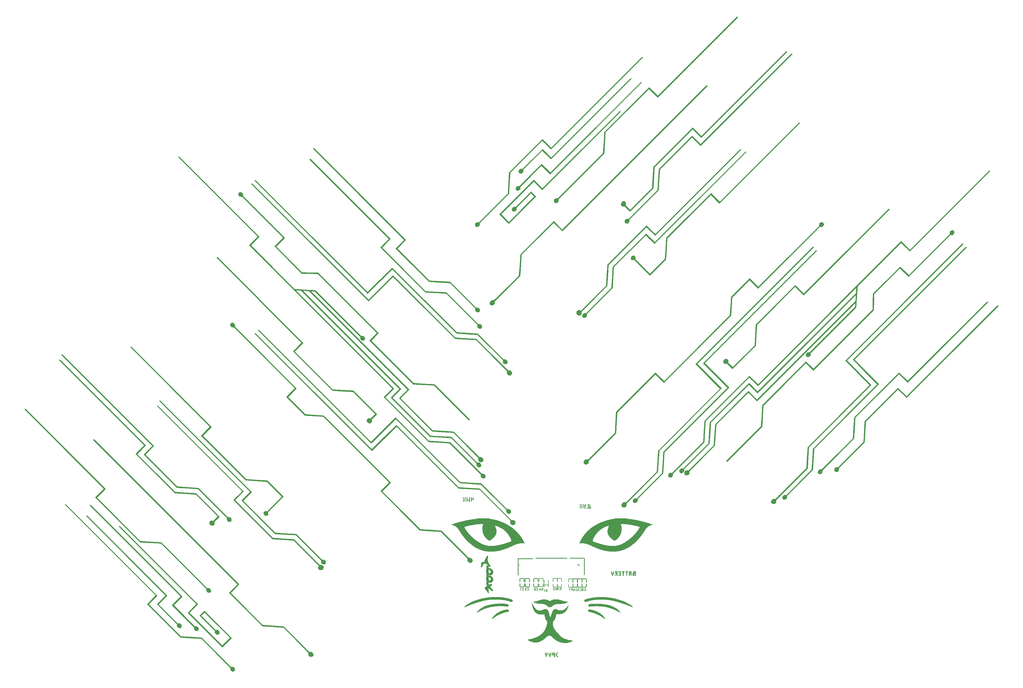
<source format=gbo>
G04 Layer: BottomSilkscreenLayer*
G04 EasyEDA Pro v2.2.28.1, 2024-09-30 17:42:25*
G04 Gerber Generator version 0.3*
G04 Scale: 100 percent, Rotated: No, Reflected: No*
G04 Dimensions in millimeters*
G04 Leading zeros omitted, absolute positions, 3 integers and 5 decimals*
%FSLAX35Y35*%
%MOMM*%
%ADD10C,0.1524*%
%ADD11C,0.254*%
%ADD12C,0.15199*%
G75*


G04 Image Start*
G36*
G01X4630341Y-3967216D02*
G01X4555255Y-3967274D01*
G01X4533218Y-3965512D01*
G01X4514637Y-3963509D01*
G01X4500910Y-3961168D01*
G01X4489457Y-3958914D01*
G01X4476343Y-3957122D01*
G01X4444112Y-3953349D01*
G01X4435559Y-3951774D01*
G01X4430112Y-3950112D01*
G01X4420887Y-3947594D01*
G01X4407191Y-3944987D01*
G01X4393636Y-3942308D01*
G01X4388242Y-3940877D01*
G01X4384751Y-3939620D01*
G01X4376600Y-3936870D01*
G01X4364808Y-3934042D01*
G01X4352790Y-3931220D01*
G01X4344095Y-3928483D01*
G01X4335506Y-3925604D01*
G01X4323746Y-3922437D01*
G01X4313234Y-3919478D01*
G01X4309562Y-3918127D01*
G01X4307649Y-3917096D01*
G01X4302797Y-3914832D01*
G01X4294050Y-3912157D01*
G01X4285112Y-3909512D01*
G01X4279803Y-3907324D01*
G01X4274635Y-3904972D01*
G01X4266040Y-3901932D01*
G01X4256917Y-3898559D01*
G01X4250479Y-3895406D01*
G01X4244796Y-3892559D01*
G01X4237487Y-3889924D01*
G01X4230486Y-3887444D01*
G01X4225544Y-3884969D01*
G01X4221072Y-3882561D01*
G01X4215202Y-3880241D01*
G01X4208856Y-3877655D01*
G01X4203241Y-3874609D01*
G01X4196951Y-3871289D01*
G01X4188985Y-3868047D01*
G01X4182516Y-3865430D01*
G01X4180548Y-3864349D01*
G01X4179825Y-3863615D01*
G01X4179026Y-3862796D01*
G01X4176850Y-3861488D01*
G01X4169697Y-3858122D01*
G01X4161877Y-3854489D01*
G01X4157298Y-3851720D01*
G01X4153633Y-3849379D01*
G01X4148008Y-3846773D01*
G01X4142645Y-3844253D01*
G01X4139608Y-3842117D01*
G01X4137073Y-3840168D01*
G01X4132919Y-3838096D01*
G01X4126425Y-3834811D01*
G01X4118265Y-3829945D01*
G01X4111259Y-3825714D01*
G01X4107536Y-3823955D01*
G01X4104502Y-3822458D01*
G01X4099151Y-3818861D01*
G01X4083249Y-3808332D01*
G01X4067104Y-3797895D01*
G01X4040268Y-3779181D01*
G01X4018568Y-3763633D01*
G01X4000769Y-3750350D01*
G01X3985638Y-3738432D01*
G01X3957943Y-3716046D01*
G01X3935965Y-3697104D01*
G01X3910902Y-3674693D01*
G01X3898469Y-3663544D01*
G01X3885523Y-3651458D01*
G01X3873303Y-3639512D01*
G01X3862536Y-3628113D01*
G01X3858254Y-3623505D01*
G01X3855613Y-3621321D01*
G01X3852829Y-3619103D01*
G01X3848035Y-3614303D01*
G01X3842739Y-3608503D01*
G01X3838449Y-3603288D01*
G01X3835179Y-3599511D01*
G01X3831507Y-3596035D01*
G01X3827535Y-3592269D01*
G01X3823546Y-3587798D01*
G01X3813697Y-3577209D01*
G01X3804826Y-3567699D01*
G01X3797217Y-3558631D01*
G01X3789219Y-3550222D01*
G01X3785221Y-3545747D01*
G01X3781512Y-3540712D01*
G01X3777951Y-3536101D01*
G01X3774310Y-3532646D01*
G01X3770715Y-3529166D01*
G01X3767264Y-3524495D01*
G01X3763747Y-3519413D01*
G01X3758877Y-3513341D01*
G01X3753265Y-3507002D01*
G01X3747519Y-3501119D01*
G01X3743655Y-3496710D01*
G01X3740581Y-3492113D01*
G01X3737588Y-3487625D01*
G01X3733921Y-3483481D01*
G01X3729666Y-3478660D01*
G01X3725259Y-3472545D01*
G01X3721528Y-3467312D01*
G01X3718894Y-3464609D01*
G01X3716355Y-3461781D01*
G01X3712850Y-3456247D01*
G01X3708648Y-3449816D01*
G01X3704431Y-3444832D01*
G01X3701094Y-3441140D01*
G01X3699004Y-3437815D01*
G01X3696501Y-3433856D01*
G01X3692169Y-3428638D01*
G01X3687350Y-3422730D01*
G01X3683675Y-3417110D01*
G01X3680715Y-3412481D01*
G01X3677615Y-3408959D01*
G01X3673744Y-3404433D01*
G01X3668931Y-3397393D01*
G01X3656317Y-3377805D01*
G01X3652323Y-3372316D01*
G01X3649609Y-3369320D01*
G01X3646505Y-3365319D01*
G01X3643100Y-3359201D01*
G01X3639561Y-3353115D01*
G01X3637720Y-3350719D01*
G01X3636135Y-3349192D01*
G01X3634609Y-3347717D01*
G01X3632928Y-3345462D01*
G01X3629913Y-3339838D01*
G01X3626605Y-3333570D01*
G01X3622694Y-3328290D01*
G01X3618645Y-3323011D01*
G01X3615006Y-3316743D01*
G01X3611706Y-3311021D01*
G01X3608470Y-3307054D01*
G01X3605146Y-3302874D01*
G01X3601632Y-3296639D01*
G01X3598043Y-3290188D01*
G01X3594535Y-3285489D01*
G01X3591133Y-3280843D01*
G01X3587798Y-3274518D01*
G01X3584264Y-3267908D01*
G01X3580382Y-3262574D01*
G01X3576573Y-3257538D01*
G01X3573212Y-3251643D01*
G01X3569904Y-3245963D01*
G01X3566221Y-3241443D01*
G01X3562589Y-3237247D01*
G01X3559403Y-3232345D01*
G01X3556443Y-3227725D01*
G01X3553355Y-3224206D01*
G01X3549825Y-3220254D01*
G01X3545804Y-3214593D01*
G01X3541880Y-3209188D01*
G01X3538583Y-3205854D01*
G01X3535597Y-3203037D01*
G01X3532419Y-3198880D01*
G01X3529349Y-3194948D01*
G01X3526621Y-3192673D01*
G01X3523691Y-3190627D01*
G01X3520135Y-3187247D01*
G01X3512514Y-3179604D01*
G01X3503152Y-3171170D01*
G01X3499786Y-3168359D01*
G01X3759844Y-3168359D01*
G01X3762827Y-3177255D01*
G01X3766175Y-3185219D01*
G01X3770037Y-3191876D01*
G01X3774024Y-3198473D01*
G01X3777675Y-3206293D01*
G01X3781024Y-3213383D01*
G01X3784287Y-3218226D01*
G01X3787430Y-3222625D01*
G01X3790489Y-3228645D01*
G01X3793806Y-3234832D01*
G01X3797569Y-3239634D01*
G01X3801508Y-3244555D01*
G01X3805250Y-3251026D01*
G01X3808715Y-3257308D01*
G01X3811987Y-3261772D01*
G01X3815219Y-3265836D01*
G01X3818589Y-3271154D01*
G01X3822627Y-3277268D01*
G01X3827466Y-3283244D01*
G01X3831288Y-3287890D01*
G01X3832877Y-3290804D01*
G01X3834621Y-3293987D01*
G01X3838815Y-3299279D01*
G01X3843824Y-3305613D01*
G01X3847528Y-3311300D01*
G01X3850422Y-3315795D01*
G01X3853482Y-3319262D01*
G01X3857012Y-3323214D01*
G01X3861033Y-3328875D01*
G01X3864949Y-3334274D01*
G01X3868227Y-3337597D01*
G01X3870980Y-3340328D01*
G01X3873632Y-3344304D01*
G01X3876638Y-3348736D01*
G01X3880240Y-3352563D01*
G01X3883976Y-3356359D01*
G01X3887306Y-3360714D01*
G01X3891153Y-3365641D01*
G01X3896134Y-3370808D01*
G01X3900221Y-3375091D01*
G01X3901921Y-3377892D01*
G01X3903350Y-3380436D01*
G01X3906783Y-3384101D01*
G01X3911416Y-3388848D01*
G01X3915727Y-3393997D01*
G01X3920166Y-3399304D01*
G01X3925105Y-3404432D01*
G01X3933891Y-3413227D01*
G01X3943860Y-3424107D01*
G01X3953111Y-3434263D01*
G01X3962232Y-3443733D01*
G01X3970500Y-3451787D01*
G01X3977191Y-3457698D01*
G01X3981640Y-3461750D01*
G01X3984807Y-3465381D01*
G01X3990778Y-3471952D01*
G01X4002623Y-3483303D01*
G01X4037826Y-3514983D01*
G01X4078204Y-3549695D01*
G01X4096518Y-3564836D01*
G01X4111547Y-3576712D01*
G01X4151245Y-3606228D01*
G01X4186089Y-3630613D01*
G01X4214270Y-3649332D01*
G01X4220626Y-3653116D01*
G01X4224815Y-3655071D01*
G01X4228927Y-3657246D01*
G01X4231670Y-3659668D01*
G01X4234551Y-3662161D01*
G01X4238996Y-3664505D01*
G01X4244697Y-3667250D01*
G01X4250596Y-3670708D01*
G01X4267107Y-3680870D01*
G01X4273646Y-3684301D01*
G01X4279184Y-3686712D01*
G01X4285119Y-3689442D01*
G01X4289541Y-3692278D01*
G01X4293932Y-3695134D01*
G01X4299790Y-3697914D01*
G01X4305687Y-3700573D01*
G01X4310168Y-3703137D01*
G01X4314929Y-3705704D01*
G01X4321496Y-3708369D01*
G01X4327934Y-3711075D01*
G01X4332385Y-3713743D01*
G01X4337156Y-3716486D01*
G01X4344361Y-3719371D01*
G01X4351688Y-3722206D01*
G01X4356752Y-3724829D01*
G01X4361772Y-3727371D01*
G01X4368995Y-3730014D01*
G01X4377089Y-3732938D01*
G01X4384204Y-3736157D01*
G01X4391368Y-3739180D01*
G01X4399579Y-3741636D01*
G01X4407597Y-3744068D01*
G01X4414296Y-3747035D01*
G01X4420983Y-3749875D01*
G01X4428968Y-3752001D01*
G01X4437377Y-3754095D01*
G01X4445081Y-3756858D01*
G01X4454246Y-3759912D01*
G01X4466167Y-3762707D01*
G01X4479159Y-3765535D01*
G01X4490898Y-3768669D01*
G01X4503612Y-3771520D01*
G01X4519007Y-3773651D01*
G01X4537282Y-3775804D01*
G01X4556981Y-3778691D01*
G01X4577694Y-3782102D01*
G01X4577694Y-3782102D01*
G01X4669178Y-3783503D01*
G01X4690627Y-3781962D01*
G01X4708347Y-3780314D01*
G01X4720833Y-3778516D01*
G01X4732343Y-3776725D01*
G01X4747717Y-3775095D01*
G01X4786634Y-3771414D01*
G01X4796389Y-3769920D01*
G01X4802898Y-3768258D01*
G01X4814567Y-3765677D01*
G01X4831638Y-3763033D01*
G01X4848409Y-3760332D01*
G01X4855065Y-3758886D01*
G01X4859357Y-3757613D01*
G01X4869534Y-3754883D01*
G01X4884450Y-3752153D01*
G01X4899317Y-3749452D01*
G01X4909377Y-3746790D01*
G01X4918837Y-3744071D01*
G01X4932265Y-3741235D01*
G01X4945338Y-3738396D01*
G01X4953947Y-3735673D01*
G01X4962209Y-3732995D01*
G01X4974445Y-3730267D01*
G01X4987043Y-3727529D01*
G01X4996171Y-3724829D01*
G01X5004530Y-3722143D01*
G01X5015281Y-3719440D01*
G01X5025750Y-3716744D01*
G01X5033434Y-3714077D01*
G01X5041245Y-3711390D01*
G01X5052019Y-3708648D01*
G01X5063474Y-3705697D01*
G01X5072924Y-3702510D01*
G01X5081339Y-3699690D01*
G01X5090307Y-3697624D01*
G01X5098742Y-3695570D01*
G01X5105874Y-3692780D01*
G01X5113657Y-3689790D01*
G01X5123654Y-3687257D01*
G01X5134032Y-3684711D01*
G01X5142728Y-3681691D01*
G01X5151289Y-3678584D01*
G01X5161341Y-3675831D01*
G01X5170821Y-3673281D01*
G01X5178007Y-3670662D01*
G01X5185732Y-3667896D01*
G01X5196506Y-3664991D01*
G01X5206998Y-3662114D01*
G01X5214046Y-3659417D01*
G01X5220548Y-3656811D01*
G01X5229728Y-3654152D01*
G01X5238520Y-3651414D01*
G01X5241942Y-3649930D01*
G01X5244086Y-3648614D01*
G01X5248180Y-3646022D01*
G01X5253432Y-3643784D01*
G01X5256708Y-3642376D01*
G01X5260640Y-3640154D01*
G01X5269397Y-3634093D01*
G01X5277550Y-3627246D01*
G01X5280727Y-3624041D01*
G01X5282946Y-3621256D01*
G01X5286264Y-3616216D01*
G01X5286229Y-3609030D01*
G01X5285658Y-3600254D01*
G01X5284162Y-3591331D01*
G01X5281949Y-3583214D01*
G01X5279227Y-3576859D01*
G01X5275985Y-3569644D01*
G01X5273146Y-3561090D01*
G01X5269891Y-3551979D01*
G01X5265647Y-3543429D01*
G01X5261296Y-3535287D01*
G01X5257783Y-3527158D01*
G01X5254816Y-3520416D01*
G01X5251775Y-3515611D01*
G01X5248517Y-3510350D01*
G01X5245027Y-3502513D01*
G01X5241430Y-3494666D01*
G01X5239546Y-3491488D01*
G01X5237915Y-3489381D01*
G01X5234461Y-3484359D01*
G01X5231011Y-3477141D01*
G01X5227862Y-3470472D01*
G01X5226347Y-3468079D01*
G01X5225129Y-3466769D01*
G01X5222054Y-3462972D01*
G01X5218081Y-3456078D01*
G01X5214107Y-3449020D01*
G01X5211027Y-3444832D01*
G01X5207990Y-3440754D01*
G01X5204115Y-3433964D01*
G01X5200050Y-3427006D01*
G01X5196556Y-3422525D01*
G01X5193275Y-3418616D01*
G01X5189724Y-3413033D01*
G01X5186115Y-3407439D01*
G01X5182695Y-3403505D01*
G01X5179532Y-3399973D01*
G01X5176540Y-3395348D01*
G01X5173277Y-3390374D01*
G01X5169458Y-3386004D01*
G01X5165282Y-3381357D01*
G01X5161159Y-3375718D01*
G01X5157445Y-3370696D01*
G01X5154251Y-3367529D01*
G01X5151589Y-3364969D01*
G01X5149154Y-3361403D01*
G01X5146034Y-3357011D01*
G01X5141725Y-3352465D01*
G01X5137299Y-3347979D01*
G01X5133896Y-3343733D01*
G01X5130441Y-3339683D01*
G01X5125889Y-3335668D01*
G01X5122123Y-3332474D01*
G01X5120557Y-3330399D01*
G01X5118909Y-3327973D01*
G01X5114947Y-3323937D01*
G01X5100706Y-3310271D01*
G01X5087465Y-3297899D01*
G01X5071612Y-3284112D01*
G01X5054138Y-3269677D01*
G01X5036031Y-3255358D01*
G01X5018282Y-3241921D01*
G01X5001879Y-3230134D01*
G01X4987812Y-3220761D01*
G01X4977071Y-3214569D01*
G01X4972349Y-3211915D01*
G01X4970385Y-3210199D01*
G01X4968737Y-3208709D01*
G01X4964775Y-3206598D01*
G01X4958995Y-3203563D01*
G01X4952978Y-3199852D01*
G01X4947129Y-3196183D01*
G01X4941758Y-3193251D01*
G01X4922080Y-3183630D01*
G01X4912560Y-3178302D01*
G01X4906336Y-3174926D01*
G01X4898643Y-3171494D01*
G01X4891829Y-3168433D01*
G01X4887717Y-3165948D01*
G01X4884311Y-3164001D01*
G01X4879194Y-3162232D01*
G01X4872946Y-3159993D01*
G01X4866818Y-3156914D01*
G01X4860299Y-3153637D01*
G01X4853109Y-3150921D01*
G01X4846289Y-3148498D01*
G01X4840661Y-3145926D01*
G01X4834541Y-3143291D01*
G01X4826537Y-3140718D01*
G01X4817972Y-3137924D01*
G01X4810504Y-3134761D01*
G01X4803498Y-3131880D01*
G01X4796048Y-3129764D01*
G01X4789385Y-3128061D01*
G01X4784275Y-3126172D01*
G01X4779437Y-3124187D01*
G01X4773430Y-3122252D01*
G01X4766591Y-3120353D01*
G01X4763195Y-3123025D01*
G01X4759799Y-3125698D01*
G01X4759799Y-3137293D01*
G01X4763920Y-3142066D01*
G01X4768041Y-3146839D01*
G01X4771640Y-3160726D01*
G01X4775421Y-3172627D01*
G01X4777536Y-3177876D01*
G01X4779458Y-3181739D01*
G01X4781325Y-3185579D01*
G01X4783286Y-3190764D01*
G01X4786564Y-3202452D01*
G01X4789528Y-3213645D01*
G01X4791150Y-3218295D01*
G01X4792602Y-3221481D01*
G01X4794045Y-3224880D01*
G01X4795645Y-3230111D01*
G01X4798538Y-3243216D01*
G01X4804860Y-3278982D01*
G01X4808397Y-3298456D01*
G01X4807354Y-3308868D01*
G01X4804170Y-3335084D01*
G01X4800304Y-3358615D01*
G01X4796266Y-3376760D01*
G01X4794343Y-3382969D01*
G01X4792570Y-3386819D01*
G01X4789202Y-3393641D01*
G01X4785753Y-3402955D01*
G01X4782302Y-3412032D01*
G01X4778928Y-3418284D01*
G01X4775466Y-3423873D01*
G01X4771803Y-3431355D01*
G01X4768234Y-3438389D01*
G01X4764999Y-3442902D01*
G01X4761515Y-3447214D01*
G01X4757349Y-3453766D01*
G01X4753136Y-3460319D01*
G01X4749541Y-3464634D01*
G01X4746935Y-3467553D01*
G01X4745097Y-3470751D01*
G01X4742574Y-3474563D01*
G01X4738320Y-3478961D01*
G01X4733313Y-3484203D01*
G01X4728977Y-3490047D01*
G01X4725541Y-3494691D01*
G01X4723943Y-3496271D01*
G01X4722699Y-3497050D01*
G01X4720134Y-3498883D01*
G01X4717364Y-3502265D01*
G01X4714409Y-3506217D01*
G01X4709512Y-3511359D01*
G01X4687382Y-3531572D01*
G01X4673642Y-3543520D01*
G01X4660318Y-3554353D01*
G01X4646101Y-3565096D01*
G01X4629680Y-3576778D01*
G01X4607901Y-3592174D01*
G01X4603221Y-3595116D01*
G01X4598027Y-3597628D01*
G01X4593603Y-3599919D01*
G01X4590773Y-3602328D01*
G01X4589486Y-3603485D01*
G01X4587234Y-3604793D01*
G01X4581108Y-3607217D01*
G01X4573139Y-3609612D01*
G01X4565472Y-3607308D01*
G01X4559541Y-3604921D01*
G01X4557335Y-3603604D01*
G01X4556047Y-3602419D01*
G01X4553209Y-3599944D01*
G01X4548855Y-3597622D01*
G01X4543366Y-3594810D01*
G01X4537804Y-3591156D01*
G01X4519784Y-3578070D01*
G01X4505783Y-3567046D01*
G01X4489538Y-3552939D01*
G01X4466235Y-3531812D01*
G01X4461605Y-3527229D01*
G01X4458142Y-3522982D01*
G01X4454833Y-3518842D01*
G01X4450574Y-3514511D01*
G01X4446305Y-3509881D01*
G01X4442972Y-3505020D01*
G01X4440153Y-3500668D01*
G01X4437124Y-3497260D01*
G01X4433499Y-3493133D01*
G01X4429249Y-3487053D01*
G01X4425042Y-3480978D01*
G01X4421524Y-3476864D01*
G01X4418554Y-3472974D01*
G01X4415666Y-3467436D01*
G01X4412698Y-3461875D01*
G01X4409533Y-3457927D01*
G01X4407956Y-3456148D01*
G01X4406103Y-3453373D01*
G01X4402495Y-3446353D01*
G01X4398904Y-3439101D01*
G01X4395514Y-3433989D01*
G01X4393966Y-3431770D01*
G01X4392150Y-3428381D01*
G01X4388621Y-3419939D01*
G01X4384826Y-3410676D01*
G01X4380823Y-3403096D01*
G01X4379025Y-3399760D01*
G01X4377198Y-3395396D01*
G01X4374312Y-3385846D01*
G01X4371629Y-3376574D01*
G01X4370021Y-3372512D01*
G01X4368490Y-3369544D01*
G01X4365982Y-3364713D01*
G01X4363729Y-3358005D01*
G01X4361376Y-3348144D01*
G01X4358568Y-3333853D01*
G01X4356201Y-3323216D01*
G01X4354160Y-3317238D01*
G01X4352036Y-3310663D01*
G01X4349471Y-3298590D01*
G01X4346590Y-3282602D01*
G01X4346437Y-3154905D01*
G01X4348658Y-3142000D01*
G01X4351167Y-3130690D01*
G01X4354080Y-3121622D01*
G01X4357191Y-3112385D01*
G01X4360233Y-3100281D01*
G01X4362563Y-3088201D01*
G01X4363539Y-3079039D01*
G01X4363622Y-3072455D01*
G01X4355507Y-3067283D01*
G01X4338348Y-3067283D01*
G01X4313453Y-3068257D01*
G01X4277694Y-3070597D01*
G01X4218663Y-3074762D01*
G01X4196378Y-3076129D01*
G01X4178594Y-3077563D01*
G01X4164661Y-3079126D01*
G01X4153934Y-3080877D01*
G01X4137439Y-3083345D01*
G01X4115959Y-3085644D01*
G01X4093973Y-3088136D01*
G01X4076259Y-3091069D01*
G01X4057727Y-3094649D01*
G01X4027928Y-3098613D01*
G01X4016304Y-3100517D01*
G01X4006538Y-3102829D01*
G01X3994825Y-3105442D01*
G01X3978519Y-3108066D01*
G01X3961769Y-3110877D01*
G01X3948988Y-3113936D01*
G01X3937901Y-3116713D01*
G01X3925224Y-3118847D01*
G01X3912176Y-3121156D01*
G01X3900195Y-3124357D01*
G01X3888976Y-3127527D01*
G01X3877756Y-3129762D01*
G01X3867043Y-3131826D01*
G01X3857043Y-3134583D01*
G01X3846173Y-3137694D01*
G01X3833373Y-3140611D01*
G01X3821687Y-3143351D01*
G01X3813498Y-3146036D01*
G01X3805931Y-3148550D01*
G01X3795741Y-3150877D01*
G01X3785267Y-3153391D01*
G01X3775645Y-3156810D01*
G01X3767858Y-3160719D01*
G01X3764959Y-3162728D01*
G01X3762886Y-3164705D01*
G01X3759844Y-3168359D01*
G01X3499786Y-3168359D01*
G01X3492658Y-3162406D01*
G01X3481641Y-3153774D01*
G01X3470709Y-3145736D01*
G01X3460469Y-3138753D01*
G01X3451531Y-3133289D01*
G01X3444502Y-3129803D01*
G01X3440186Y-3127661D01*
G01X3435871Y-3124925D01*
G01X3430288Y-3121816D01*
G01X3422925Y-3118775D01*
G01X3415309Y-3115761D01*
G01X3409116Y-3112720D01*
G01X3402818Y-3109946D01*
G01X3394946Y-3107579D01*
G01X3386420Y-3105122D01*
G01X3378548Y-3102134D01*
G01X3374515Y-3100650D01*
G01X3369008Y-3099097D01*
G01X3356470Y-3096521D01*
G01X3338971Y-3093641D01*
G01X3336145Y-3093008D01*
G01X3337449Y-3088457D01*
G01X3338846Y-3084464D01*
G01X3339749Y-3083098D01*
G01X3341002Y-3082011D01*
G01X3345204Y-3080245D01*
G01X3352739Y-3078311D01*
G01X3362325Y-3075546D01*
G01X3368790Y-3072862D01*
G01X3374804Y-3070324D01*
G01X3383306Y-3067909D01*
G01X3392604Y-3065333D01*
G01X3400528Y-3062408D01*
G01X3408774Y-3059354D01*
G01X3418846Y-3056469D01*
G01X3428089Y-3053766D01*
G01X3434346Y-3051149D01*
G01X3440556Y-3048640D01*
G01X3449687Y-3046197D01*
G01X3460141Y-3043413D01*
G01X3469530Y-3040083D01*
G01X3478293Y-3036968D01*
G01X3487243Y-3034703D01*
G01X3495436Y-3032580D01*
G01X3502382Y-3029808D01*
G01X3510687Y-3026714D01*
G01X3522149Y-3023818D01*
G01X3533497Y-3021115D01*
G01X3541531Y-3018484D01*
G01X3549595Y-3015793D01*
G01X3561014Y-3012944D01*
G01X3572433Y-3010096D01*
G01X3580497Y-3007405D01*
G01X3588619Y-3004756D01*
G01X3600178Y-3002011D01*
G01X3612401Y-2999105D01*
G01X3622122Y-2996072D01*
G01X3631390Y-2993224D01*
G01X3642528Y-2990765D01*
G01X3653326Y-2988424D01*
G01X3661776Y-2985861D01*
G01X3671224Y-2983139D01*
G01X3684421Y-2980415D01*
G01X3697258Y-2977696D01*
G01X3705842Y-2974988D01*
G01X3709352Y-2973707D01*
G01X3714804Y-2972215D01*
G01X3728552Y-2969343D01*
G01X3742443Y-2966565D01*
G01X3751750Y-2964018D01*
G01X3761953Y-2961310D01*
G01X3777999Y-2958147D01*
G01X3793740Y-2955086D01*
G01X3803207Y-2952625D01*
G01X3812159Y-2950339D01*
G01X3826659Y-2947702D01*
G01X3841824Y-2944921D01*
G01X3852372Y-2942288D01*
G01X3864091Y-2939645D01*
G01X3882071Y-2936841D01*
G01X3900201Y-2933988D01*
G01X3912278Y-2931230D01*
G01X3917088Y-2929979D01*
G01X3924442Y-2928564D01*
G01X3942780Y-2925934D01*
G01X3961284Y-2923346D01*
G01X3973850Y-2920779D01*
G01X3979934Y-2919196D01*
G01X3988415Y-2917766D01*
G01X4024384Y-2913709D01*
G01X4038512Y-2911711D01*
G01X4052002Y-2909040D01*
G01X4065039Y-2905891D01*
G01X4096718Y-2903609D01*
G01X4116347Y-2902058D01*
G01X4130928Y-2900387D01*
G01X4144865Y-2897962D01*
G01X4162564Y-2894150D01*
G01X4186730Y-2889067D01*
G01X4196224Y-2887271D01*
G01X4196775Y-2884221D01*
G01X4197327Y-2881172D01*
G01X4547487Y-2881172D01*
G01X4547487Y-2886292D01*
G01X4605312Y-2901367D01*
G01X4632839Y-2904230D01*
G01X4660365Y-2907093D01*
G01X4668173Y-2909811D01*
G01X4678773Y-2912358D01*
G01X4693293Y-2914664D01*
G01X4708451Y-2917134D01*
G01X4720583Y-2920076D01*
G01X4732351Y-2923139D01*
G01X4746632Y-2925899D01*
G01X4760147Y-2928565D01*
G01X4770073Y-2931402D01*
G01X4778898Y-2934081D01*
G01X4789766Y-2936367D01*
G01X4801512Y-2938926D01*
G01X4812446Y-2942262D01*
G01X4822962Y-2945640D01*
G01X4833703Y-2948298D01*
G01X4843523Y-2950783D01*
G01X4851827Y-2953744D01*
G01X4860194Y-2956734D01*
G01X4870166Y-2959288D01*
G01X4879215Y-2961613D01*
G01X4885363Y-2964057D01*
G01X4891641Y-2966721D01*
G01X4901002Y-2969579D01*
G01X4910541Y-2972453D01*
G01X4917245Y-2975157D01*
G01X4923701Y-2977794D01*
G01X4932645Y-2980508D01*
G01X4941774Y-2983363D01*
G01X4948674Y-2986340D01*
G01X4954962Y-2989232D01*
G01X4962617Y-2991885D01*
G01X4970234Y-2994504D01*
G01X4976426Y-2997319D01*
G01X4982619Y-3000121D01*
G01X4990235Y-3002714D01*
G01X4997345Y-3005157D01*
G01X5002318Y-3007600D01*
G01X5007291Y-3010180D01*
G01X5014399Y-3012949D01*
G01X5022015Y-3015904D01*
G01X5028208Y-3018928D01*
G01X5033552Y-3021554D01*
G01X5039127Y-3023551D01*
G01X5044790Y-3025716D01*
G01X5050347Y-3028745D01*
G01X5056773Y-3032213D01*
G01X5064527Y-3035430D01*
G01X5071371Y-3038240D01*
G01X5075610Y-3040728D01*
G01X5078943Y-3042867D01*
G01X5083611Y-3044835D01*
G01X5090198Y-3047769D01*
G01X5098144Y-3052229D01*
G01X5105076Y-3056145D01*
G01X5109225Y-3057774D01*
G01X5111721Y-3058615D01*
G01X5114679Y-3060636D01*
G01X5118982Y-3063452D01*
G01X5124709Y-3066205D01*
G01X5131972Y-3069674D01*
G01X5139967Y-3074211D01*
G01X5146619Y-3077953D01*
G01X5150651Y-3079510D01*
G01X5153147Y-3080359D01*
G01X5156106Y-3082403D01*
G01X5160285Y-3085374D01*
G01X5165713Y-3088456D01*
G01X5171382Y-3091604D01*
G01X5176139Y-3094733D01*
G01X5184256Y-3100043D01*
G01X5202297Y-3110427D01*
G01X5212904Y-3116939D01*
G01X5227576Y-3126522D01*
G01X5244837Y-3137977D01*
G01X5262961Y-3150321D01*
G01X5295988Y-3173928D01*
G01X5332588Y-3201093D01*
G01X5348719Y-3214555D01*
G01X5372407Y-3234253D01*
G01X5390353Y-3249998D01*
G01X5402598Y-3260997D01*
G01X5413996Y-3270975D01*
G01X5428236Y-3283902D01*
G01X5432808Y-3288438D01*
G01X5434709Y-3291204D01*
G01X5435116Y-3292025D01*
G01X5436225Y-3293149D01*
G01X5439870Y-3295712D01*
G01X5443819Y-3298585D01*
G01X5446064Y-3301276D01*
G01X5448904Y-3305026D01*
G01X5454281Y-3310443D01*
G01X5470592Y-3325805D01*
G01X5474936Y-3330361D01*
G01X5477960Y-3334049D01*
G01X5480995Y-3337531D01*
G01X5483103Y-3338979D01*
G01X5484036Y-3339515D01*
G01X5485506Y-3340974D01*
G01X5489248Y-3345771D01*
G01X5492971Y-3350568D01*
G01X5495325Y-3352563D01*
G01X5497682Y-3354459D01*
G01X5501412Y-3359016D01*
G01X5506418Y-3365071D01*
G01X5511841Y-3370567D01*
G01X5515882Y-3374552D01*
G01X5517563Y-3376973D01*
G01X5519016Y-3379207D01*
G01X5522509Y-3382742D01*
G01X5527047Y-3387517D01*
G01X5531013Y-3392729D01*
G01X5534365Y-3397179D01*
G01X5537428Y-3400120D01*
G01X5540913Y-3403727D01*
G01X5545283Y-3409779D01*
G01X5549341Y-3415540D01*
G01X5552079Y-3418447D01*
G01X5554663Y-3421131D01*
G01X5558350Y-3426357D01*
G01X5562442Y-3432129D01*
G01X5566002Y-3436128D01*
G01X5569013Y-3439503D01*
G01X5571789Y-3443775D01*
G01X5574874Y-3448407D01*
G01X5578629Y-3452646D01*
G01X5582989Y-3457719D01*
G01X5587526Y-3464357D01*
G01X5591198Y-3469832D01*
G01X5593478Y-3472109D01*
G01X5594346Y-3472755D01*
G01X5595758Y-3474513D01*
G01X5599432Y-3480291D01*
G01X5603663Y-3486759D01*
G01X5607285Y-3490819D01*
G01X5610523Y-3494524D01*
G01X5613831Y-3500137D01*
G01X5617480Y-3506405D01*
G01X5621536Y-3511684D01*
G01X5625205Y-3516393D01*
G01X5627926Y-3521287D01*
G01X5630671Y-3526345D01*
G01X5634397Y-3531447D01*
G01X5638240Y-3536676D01*
G01X5641266Y-3542042D01*
G01X5644226Y-3547303D01*
G01X5647908Y-3552279D01*
G01X5651914Y-3558034D01*
G01X5655652Y-3565165D01*
G01X5659355Y-3572296D01*
G01X5663281Y-3578051D01*
G01X5666786Y-3583019D01*
G01X5669480Y-3588259D01*
G01X5672389Y-3594092D01*
G01X5676409Y-3600485D01*
G01X5680555Y-3607290D01*
G01X5683765Y-3614110D01*
G01X5686639Y-3620321D01*
G01X5689976Y-3625657D01*
G01X5693827Y-3632228D01*
G01X5697938Y-3641405D01*
G01X5701686Y-3649664D01*
G01X5703382Y-3652540D01*
G01X5704665Y-3654027D01*
G01X5705847Y-3655417D01*
G01X5707266Y-3658026D01*
G01X5710101Y-3665409D01*
G01X5713417Y-3674207D01*
G01X5717174Y-3681609D01*
G01X5720048Y-3686946D01*
G01X5721244Y-3690779D01*
G01X5721244Y-3693541D01*
G01X5714771Y-3693679D01*
G01X5671187Y-3693574D01*
G01X5637371Y-3693854D01*
G01X5608184Y-3694866D01*
G01X5582292Y-3696401D01*
G01X5567620Y-3699605D01*
G01X5545594Y-3703839D01*
G01X5524861Y-3706503D01*
G01X5516109Y-3708055D01*
G01X5507844Y-3710543D01*
G01X5498632Y-3713449D01*
G01X5487600Y-3716005D01*
G01X5476859Y-3718546D01*
G01X5468347Y-3721417D01*
G01X5460419Y-3724286D01*
G01X5451085Y-3726822D01*
G01X5442012Y-3729342D01*
G01X5434709Y-3732172D01*
G01X5427446Y-3735205D01*
G01X5418466Y-3738217D01*
G01X5409916Y-3741223D01*
G01X5403685Y-3744245D01*
G01X5398310Y-3746943D01*
G01X5391818Y-3749171D01*
G01X5385548Y-3751380D01*
G01X5380707Y-3754035D01*
G01X5375479Y-3757007D01*
G01X5368275Y-3759981D01*
G01X5361175Y-3762817D01*
G01X5356193Y-3765457D01*
G01X5351077Y-3768271D01*
G01X5343657Y-3771527D01*
G01X5337257Y-3774371D01*
G01X5334595Y-3776199D01*
G01X5331971Y-3777944D01*
G01X5325663Y-3780591D01*
G01X5317599Y-3784011D01*
G01X5310754Y-3787616D01*
G01X5305916Y-3790254D01*
G01X5302680Y-3791351D01*
G01X5297726Y-3793147D01*
G01X5288758Y-3797464D01*
G01X5279787Y-3801782D01*
G01X5274826Y-3803578D01*
G01X5271894Y-3804534D01*
G01X5267801Y-3806835D01*
G01X5261110Y-3810362D01*
G01X5251928Y-3814268D01*
G01X5243618Y-3817768D01*
G01X5239021Y-3820317D01*
G01X5234767Y-3822531D01*
G01X5227280Y-3825224D01*
G01X5219507Y-3828115D01*
G01X5214563Y-3830805D01*
G01X5210004Y-3833255D01*
G01X5203154Y-3835569D01*
G01X5195740Y-3838078D01*
G01X5189824Y-3840997D01*
G01X5183572Y-3844097D01*
G01X5175349Y-3847042D01*
G01X5167312Y-3849810D01*
G01X5161509Y-3852485D01*
G01X5155714Y-3855157D01*
G01X5147700Y-3857919D01*
G01X5139635Y-3860712D01*
G01X5133719Y-3863459D01*
G01X5127709Y-3866166D01*
G01X5119418Y-3868859D01*
G01X5111363Y-3871533D01*
G01X5105924Y-3874190D01*
G01X5100057Y-3876870D01*
G01X5090976Y-3879599D01*
G01X5081735Y-3882291D01*
G01X5075484Y-3884883D01*
G01X5069785Y-3887368D01*
G01X5061869Y-3889805D01*
G01X5052629Y-3892606D01*
G01X5043745Y-3895968D01*
G01X5034607Y-3899290D01*
G01X5024758Y-3901996D01*
G01X5016140Y-3904330D01*
G01X5009963Y-3906761D01*
G01X5002926Y-3909388D01*
G01X4992239Y-3912194D01*
G01X4980456Y-3915235D01*
G01X4970785Y-3918425D01*
G01X4961225Y-3921372D01*
G01X4949710Y-3923828D01*
G01X4939463Y-3925898D01*
G01X4932952Y-3927919D01*
G01X4924315Y-3930514D01*
G01X4908957Y-3933965D01*
G01X4894162Y-3937202D01*
G01X4886878Y-3939283D01*
G01X4882678Y-3940729D01*
G01X4874592Y-3942540D01*
G01X4852146Y-3946185D01*
G01X4841408Y-3948065D01*
G01X4832558Y-3950369D01*
G01X4825052Y-3952976D01*
G01X4798035Y-3955715D01*
G01X4774652Y-3958462D01*
G01X4756371Y-3961222D01*
G01X4740695Y-3963642D01*
G01X4723575Y-3965574D01*
G01X4705427Y-3967158D01*
G01X4630341Y-3967216D01*
G37*
G36*
G01X8677211Y-3967234D02*
G01X8525314Y-3967274D01*
G01X8502874Y-3965497D01*
G01X8483731Y-3963479D01*
G01X8469215Y-3961123D01*
G01X8453205Y-3958463D01*
G01X8430469Y-3955714D01*
G01X8402942Y-3952900D01*
G01X8395453Y-3950293D01*
G01X8385238Y-3947796D01*
G01X8371196Y-3945453D01*
G01X8357452Y-3943319D01*
G01X8347955Y-3941323D01*
G01X8334338Y-3937329D01*
G01X8325802Y-3935271D01*
G01X8315313Y-3933266D01*
G01X8304926Y-3931075D01*
G01X8296636Y-3928570D01*
G01X8287410Y-3925831D01*
G01X8274772Y-3923077D01*
G01X8262478Y-3920320D01*
G01X8254079Y-3917575D01*
G01X8246404Y-3914835D01*
G01X8235849Y-3912090D01*
G01X8225317Y-3909355D01*
G01X8217692Y-3906640D01*
G01X8210505Y-3903998D01*
G01X8201025Y-3901438D01*
G01X8190973Y-3898679D01*
G01X8182412Y-3895558D01*
G01X8175088Y-3892682D01*
G01X8168008Y-3890509D01*
G01X8160597Y-3888228D01*
G01X8152473Y-3885089D01*
G01X8143745Y-3881769D01*
G01X8134878Y-3879053D01*
G01X8127272Y-3876650D01*
G01X8121574Y-3874081D01*
G01X8115702Y-3871424D01*
G01X8107680Y-3868808D01*
G01X8099280Y-3866010D01*
G01X8092503Y-3862919D01*
G01X8085899Y-3859913D01*
G01X8077917Y-3857325D01*
G01X8070364Y-3854950D01*
G01X8064794Y-3852458D01*
G01X8059121Y-3849795D01*
G01X8051319Y-3847006D01*
G01X8043725Y-3844232D01*
G01X8038550Y-3841604D01*
G01X8033577Y-3838969D01*
G01X8026469Y-3836176D01*
G01X8018853Y-3833215D01*
G01X8012660Y-3830177D01*
G01X8007087Y-3827499D01*
G01X8000963Y-3825403D01*
G01X7994895Y-3823245D01*
G01X7989458Y-3820418D01*
G01X7983150Y-3817116D01*
G01X7974989Y-3813815D01*
G01X7967933Y-3811026D01*
G01X7964283Y-3808955D01*
G01X7960242Y-3806733D01*
G01X7952244Y-3803578D01*
G01X7944238Y-3800411D01*
G01X7940174Y-3798160D01*
G01X7937125Y-3796301D01*
G01X7931558Y-3794077D01*
G01X7923976Y-3790891D01*
G01X7916081Y-3786718D01*
G01X7909391Y-3783274D01*
G01X7906610Y-3782227D01*
G01X7904704Y-3781842D01*
G01X7900736Y-3780698D01*
G01X7895774Y-3777946D01*
G01X7889235Y-3774125D01*
G01X7881474Y-3770408D01*
G01X7867665Y-3764005D01*
G01X7850360Y-3755458D01*
G01X7834349Y-3748667D01*
G01X7826579Y-3745445D01*
G01X7820746Y-3742495D01*
G01X7815513Y-3740117D01*
G01X7809183Y-3738271D01*
G01X7802317Y-3736244D01*
G01X7795796Y-3733434D01*
G01X7788279Y-3730319D01*
G01X7779022Y-3727563D01*
G01X7769944Y-3724990D01*
G01X7762859Y-3722315D01*
G01X7754760Y-3719554D01*
G01X7743243Y-3716773D01*
G01X7730644Y-3713828D01*
G01X7719941Y-3710672D01*
G01X7714910Y-3709219D01*
G01X7708125Y-3707705D01*
G01X7692849Y-3705212D01*
G01X7678639Y-3703137D01*
G01X7669387Y-3701174D01*
G01X7662261Y-3699428D01*
G01X7652277Y-3697873D01*
G01X7639774Y-3696533D01*
G01X7625095Y-3695427D01*
G01X7590571Y-3694007D01*
G01X7551435Y-3693784D01*
G01X7511383Y-3694211D01*
G01X7509290Y-3692563D01*
G01X7507197Y-3690916D01*
G01X7509316Y-3681583D01*
G01X7512007Y-3672962D01*
G01X7515503Y-3665341D01*
G01X7519413Y-3657484D01*
G01X7523103Y-3648296D01*
G01X7526599Y-3639794D01*
G01X7530042Y-3633587D01*
G01X7533476Y-3627419D01*
G01X7536951Y-3619012D01*
G01X7540429Y-3610609D01*
G01X7542619Y-3606693D01*
G01X7943905Y-3606693D01*
G01X7944151Y-3611005D01*
G01X7944753Y-3615014D01*
G01X7945719Y-3618741D01*
G01X7947057Y-3622203D01*
G01X7948777Y-3625420D01*
G01X7950887Y-3628411D01*
G01X7953396Y-3631193D01*
G01X7956312Y-3633787D01*
G01X7963401Y-3638483D01*
G01X7972222Y-3642650D01*
G01X7986322Y-3649490D01*
G01X7993760Y-3652897D01*
G01X8000136Y-3654859D01*
G01X8006639Y-3656639D01*
G01X8014384Y-3659611D01*
G01X8023757Y-3662974D01*
G01X8034170Y-3665693D01*
G01X8044096Y-3668214D01*
G01X8052294Y-3671099D01*
G01X8060258Y-3673995D01*
G01X8069620Y-3676541D01*
G01X8078556Y-3678946D01*
G01X8085496Y-3681502D01*
G01X8093054Y-3684181D01*
G01X8103473Y-3686882D01*
G01X8113633Y-3689564D01*
G01X8120568Y-3692198D01*
G01X8127820Y-3694892D01*
G01X8138744Y-3697720D01*
G01X8149602Y-3700522D01*
G01X8156693Y-3703155D01*
G01X8163865Y-3705788D01*
G01X8174913Y-3708594D01*
G01X8186694Y-3711573D01*
G01X8195626Y-3714623D01*
G01X8203291Y-3717266D01*
G01X8212024Y-3719265D01*
G01X8221103Y-3721327D01*
G01X8229598Y-3724119D01*
G01X8239776Y-3727322D01*
G01X8252901Y-3730370D01*
G01X8265226Y-3733185D01*
G01X8273483Y-3735829D01*
G01X8281272Y-3738255D01*
G01X8292471Y-3740547D01*
G01X8305047Y-3743070D01*
G01X8316148Y-3746050D01*
G01X8328406Y-3749211D01*
G01X8343765Y-3752168D01*
G01X8358008Y-3754889D01*
G01X8367582Y-3757482D01*
G01X8371637Y-3758671D01*
G01X8378058Y-3760061D01*
G01X8394468Y-3762753D01*
G01X8411882Y-3765479D01*
G01X8424768Y-3768141D01*
G01X8433143Y-3770037D01*
G01X8443936Y-3771708D01*
G01X8458631Y-3773344D01*
G01X8478709Y-3775139D01*
G01X8495921Y-3777041D01*
G01X8510642Y-3779393D01*
G01X8523588Y-3782065D01*
G01X8575371Y-3782818D01*
G01X8575371Y-3782818D01*
G01X8627154Y-3783571D01*
G01X8645058Y-3781931D01*
G01X8658945Y-3780400D01*
G01X8667191Y-3779024D01*
G01X8678995Y-3777150D01*
G01X8701437Y-3774420D01*
G01X8731453Y-3771082D01*
G01X8737992Y-3768469D01*
G01X8746666Y-3765935D01*
G01X8758339Y-3763511D01*
G01X8770126Y-3760939D01*
G01X8779074Y-3758051D01*
G01X8787002Y-3755175D01*
G01X8796335Y-3752636D01*
G01X8805409Y-3750116D01*
G01X8812711Y-3747286D01*
G01X8820342Y-3744254D01*
G01X8830203Y-3741245D01*
G01X8839170Y-3738368D01*
G01X8842581Y-3736898D01*
G01X8844647Y-3735652D01*
G01X8849157Y-3733187D01*
G01X8855799Y-3730916D01*
G01X8863289Y-3728389D01*
G01X8869837Y-3725307D01*
G01X8876585Y-3721934D01*
G01X8884556Y-3718706D01*
G01X8891165Y-3716033D01*
G01X8894639Y-3713997D01*
G01X8898340Y-3711897D01*
G01X8905491Y-3709071D01*
G01X8913337Y-3705877D01*
G01X8918709Y-3702895D01*
G01X8921647Y-3700891D01*
G01X8926452Y-3698226D01*
G01X8946339Y-3688478D01*
G01X8951710Y-3685534D01*
G01X8957558Y-3681839D01*
G01X8963603Y-3678178D01*
G01X8969445Y-3675316D01*
G01X8973760Y-3673101D01*
G01X8976131Y-3670997D01*
G01X8977076Y-3669987D01*
G01X8978920Y-3668734D01*
G01X8984241Y-3666134D01*
G01X8991171Y-3662885D01*
G01X8997831Y-3659060D01*
G01X9014229Y-3648404D01*
G01X9053171Y-3622557D01*
G01X9088119Y-3597796D01*
G01X9121652Y-3572227D01*
G01X9156348Y-3543952D01*
G01X9179258Y-3524478D01*
G01X9202473Y-3503669D01*
G01X9215327Y-3492409D01*
G01X9219899Y-3488184D01*
G01X9221800Y-3485694D01*
G01X9223701Y-3483257D01*
G01X9228273Y-3479157D01*
G01X9235380Y-3472927D01*
G01X9243376Y-3465369D01*
G01X9257382Y-3451921D01*
G01X9261988Y-3447181D01*
G01X9265517Y-3442727D01*
G01X9268219Y-3439498D01*
G01X9270840Y-3437703D01*
G01X9273506Y-3435839D01*
G01X9276318Y-3432444D01*
G01X9279955Y-3427856D01*
G01X9284607Y-3423126D01*
G01X9295766Y-3411983D01*
G01X9301004Y-3406127D01*
G01X9304816Y-3401371D01*
G01X9308360Y-3397241D01*
G01X9313015Y-3392672D01*
G01X9316862Y-3388876D01*
G01X9318462Y-3386607D01*
G01X9320307Y-3384038D01*
G01X9324741Y-3379522D01*
G01X9330102Y-3373658D01*
G01X9334173Y-3367846D01*
G01X9336917Y-3363769D01*
G01X9338154Y-3362528D01*
G01X9339085Y-3362073D01*
G01X9340097Y-3361564D01*
G01X9341553Y-3360177D01*
G01X9345017Y-3355620D01*
G01X9349096Y-3350065D01*
G01X9353043Y-3345771D01*
G01X9356706Y-3341729D01*
G01X9360099Y-3336781D01*
G01X9363166Y-3332303D01*
G01X9366045Y-3329394D01*
G01X9369267Y-3326108D01*
G01X9373160Y-3320725D01*
G01X9377181Y-3315064D01*
G01X9380710Y-3311111D01*
G01X9383791Y-3307589D01*
G01X9386733Y-3302960D01*
G01X9389578Y-3298414D01*
G01X9392425Y-3295088D01*
G01X9395107Y-3292085D01*
G01X9399314Y-3286261D01*
G01X9413600Y-3264262D01*
G01X9418429Y-3257110D01*
G01X9422209Y-3252313D01*
G01X9425683Y-3247364D01*
G01X9429779Y-3239846D01*
G01X9433686Y-3232786D01*
G01X9436706Y-3228938D01*
G01X9437934Y-3227617D01*
G01X9439512Y-3225173D01*
G01X9442901Y-3218311D01*
G01X9446529Y-3210955D01*
G01X9449907Y-3206000D01*
G01X9453126Y-3201270D01*
G01X9456370Y-3194453D01*
G01X9459996Y-3186634D01*
G01X9464133Y-3179495D01*
G01X9466565Y-3174823D01*
G01X9467133Y-3172627D01*
G01X9467266Y-3170523D01*
G01X9466962Y-3168506D01*
G01X9466217Y-3166575D01*
G01X9465030Y-3164728D01*
G01X9463397Y-3162962D01*
G01X9458784Y-3159663D01*
G01X9452360Y-3156659D01*
G01X9444102Y-3153932D01*
G01X9433991Y-3151462D01*
G01X9423117Y-3148759D01*
G01X9414981Y-3146088D01*
G01X9406314Y-3143428D01*
G01X9394159Y-3140753D01*
G01X9381318Y-3137899D01*
G01X9371000Y-3134810D01*
G01X9360680Y-3131810D01*
G01X9347834Y-3129170D01*
G01X9335504Y-3126689D01*
G01X9326425Y-3124071D01*
G01X9316479Y-3121433D01*
G01X9302064Y-3118905D01*
G01X9287597Y-3116356D01*
G01X9277523Y-3113667D01*
G01X9273209Y-3112366D01*
G01X9266595Y-3110886D01*
G01X9250073Y-3108113D01*
G01X9232953Y-3105366D01*
G01X9220588Y-3102647D01*
G01X9207735Y-3099955D01*
G01X9189444Y-3097274D01*
G01X9172352Y-3094955D01*
G01X9162380Y-3093134D01*
G01X9155083Y-3091314D01*
G01X9145171Y-3089595D01*
G01X9111329Y-3085540D01*
G01X9086699Y-3082660D01*
G01X9069902Y-3080250D01*
G01X9055640Y-3078367D01*
G01X9037106Y-3076755D01*
G01X8924909Y-3068633D01*
G01X8910617Y-3067919D01*
G01X8892011Y-3067497D01*
G01X8870333Y-3067283D01*
G01X8867242Y-3069062D01*
G01X8865932Y-3070228D01*
G01X8864648Y-3072088D01*
G01X8862752Y-3076864D01*
G01X8861352Y-3082888D01*
G01X8869457Y-3098042D01*
G01X8872283Y-3115606D01*
G01X8878493Y-3149471D01*
G01X8879946Y-3157930D01*
G01X8881400Y-3168911D01*
G01X8883638Y-3192758D01*
G01X8885398Y-3219744D01*
G01X8883652Y-3246578D01*
G01X8881414Y-3270072D01*
G01X8879951Y-3280754D01*
G01X8878484Y-3288875D01*
G01X8875246Y-3305280D01*
G01X8872268Y-3323007D01*
G01X8869095Y-3339028D01*
G01X8867199Y-3346003D01*
G01X8865367Y-3351184D01*
G01X8862140Y-3359797D01*
G01X8860152Y-3367155D01*
G01X8858634Y-3373825D01*
G01X8856474Y-3380852D01*
G01X8854184Y-3386751D01*
G01X8852274Y-3390037D01*
G01X8849925Y-3394903D01*
G01X8846437Y-3404532D01*
G01X8842173Y-3415153D01*
G01X8839920Y-3419491D01*
G01X8837958Y-3422401D01*
G01X8834385Y-3427924D01*
G01X8831664Y-3434396D01*
G01X8828706Y-3441216D01*
G01X8824561Y-3447576D01*
G01X8820550Y-3453257D01*
G01X8817912Y-3458444D01*
G01X8814977Y-3464010D01*
G01X8810250Y-3470603D01*
G01X8805704Y-3476875D01*
G01X8803204Y-3481669D01*
G01X8801425Y-3485053D01*
G01X8798616Y-3487931D01*
G01X8794584Y-3492103D01*
G01X8789867Y-3498600D01*
G01X8785734Y-3504493D01*
G01X8783106Y-3507215D01*
G01X8780939Y-3509203D01*
G01X8777915Y-3513329D01*
G01X8773869Y-3518714D01*
G01X8769247Y-3523731D01*
G01X8755666Y-3536509D01*
G01X8749630Y-3542493D01*
G01X8747119Y-3545615D01*
G01X8745379Y-3547659D01*
G01X8740933Y-3551707D01*
G01X8728570Y-3561769D01*
G01X8723592Y-3565844D01*
G01X8709145Y-3577214D01*
G01X8703966Y-3581201D01*
G01X8692630Y-3589260D01*
G01X8679801Y-3597058D01*
G01X8668581Y-3603941D01*
G01X8663403Y-3607645D01*
G01X8655269Y-3608556D01*
G01X8647136Y-3609466D01*
G01X8639734Y-3604149D01*
G01X8632352Y-3599335D01*
G01X8624997Y-3595226D01*
G01X8619816Y-3592319D01*
G01X8617661Y-3590391D01*
G01X8615759Y-3588603D01*
G01X8611188Y-3586034D01*
G01X8605003Y-3582617D01*
G01X8599222Y-3578791D01*
G01X8590591Y-3572505D01*
G01X8584864Y-3568118D01*
G01X8563847Y-3551269D01*
G01X8543467Y-3534628D01*
G01X8527437Y-3520427D01*
G01X8514742Y-3507711D01*
G01X8504362Y-3495528D01*
G01X8500470Y-3491255D01*
G01X8496296Y-3487613D01*
G01X8492852Y-3484448D01*
G01X8490714Y-3481321D01*
G01X8488240Y-3477537D01*
G01X8483986Y-3472789D01*
G01X8479195Y-3467155D01*
G01X8475428Y-3461242D01*
G01X8472301Y-3456093D01*
G01X8469048Y-3452300D01*
G01X8465689Y-3448066D01*
G01X8462306Y-3441860D01*
G01X8458683Y-3435067D01*
G01X8454744Y-3429422D01*
G01X8451176Y-3423912D01*
G01X8448442Y-3417446D01*
G01X8445720Y-3410495D01*
G01X8442178Y-3403820D01*
G01X8440307Y-3400261D01*
G01X8438263Y-3395361D01*
G01X8434644Y-3384122D01*
G01X8431234Y-3372591D01*
G01X8427820Y-3363431D01*
G01X8426172Y-3359018D01*
G01X8424745Y-3353570D01*
G01X8422555Y-3340132D01*
G01X8421250Y-3324243D01*
G01X8420829Y-3307026D01*
G01X8421290Y-3289607D01*
G01X8422632Y-3273109D01*
G01X8424853Y-3258659D01*
G01X8426293Y-3252552D01*
G01X8427953Y-3247379D01*
G01X8431454Y-3236162D01*
G01X8434854Y-3222410D01*
G01X8438206Y-3209642D01*
G01X8440004Y-3204371D01*
G01X8441590Y-3200789D01*
G01X8444805Y-3193052D01*
G01X8447746Y-3182966D01*
G01X8450905Y-3172534D01*
G01X8454644Y-3163965D01*
G01X8457680Y-3157602D01*
G01X8460899Y-3149067D01*
G01X8463940Y-3139406D01*
G01X8466445Y-3129660D01*
G01X8467537Y-3124793D01*
G01X8463117Y-3123208D01*
G01X8458585Y-3121969D01*
G01X8454524Y-3121793D01*
G01X8450537Y-3122714D01*
G01X8446229Y-3124769D01*
G01X8439336Y-3127708D01*
G01X8430479Y-3130354D01*
G01X8421939Y-3132823D01*
G01X8415807Y-3135335D01*
G01X8409670Y-3137942D01*
G01X8401116Y-3140639D01*
G01X8392821Y-3143315D01*
G01X8387307Y-3145870D01*
G01X8382275Y-3148331D01*
G01X8375142Y-3150781D01*
G01X8367779Y-3153379D01*
G01X8362196Y-3156193D01*
G01X8356867Y-3159035D01*
G01X8350113Y-3161698D01*
G01X8343360Y-3164391D01*
G01X8338030Y-3167308D01*
G01X8333143Y-3170085D01*
G01X8327451Y-3172443D01*
G01X8321571Y-3174856D01*
G01X8316231Y-3177767D01*
G01X8310133Y-3181105D01*
G01X8302429Y-3184546D01*
G01X8295886Y-3187633D01*
G01X8293667Y-3189043D01*
G01X8292579Y-3190120D01*
G01X8291691Y-3191082D01*
G01X8290016Y-3192183D01*
G01X8285262Y-3194254D01*
G01X8279135Y-3196818D01*
G01X8273270Y-3200070D01*
G01X8256903Y-3210603D01*
G01X8225426Y-3230959D01*
G01X8202222Y-3247656D01*
G01X8184468Y-3261038D01*
G01X8169954Y-3272427D01*
G01X8157573Y-3282714D01*
G01X8146221Y-3292790D01*
G01X8134670Y-3303203D01*
G01X8120999Y-3316109D01*
G01X8105896Y-3330747D01*
G01X8100390Y-3336475D01*
G01X8098716Y-3338615D01*
G01X8098101Y-3339871D01*
G01X8097624Y-3340919D01*
G01X8096326Y-3342492D01*
G01X8092059Y-3346360D01*
G01X8087793Y-3350258D01*
G01X8086495Y-3351864D01*
G01X8086018Y-3352953D01*
G01X8085561Y-3354088D01*
G01X8084316Y-3355820D01*
G01X8080223Y-3360130D01*
G01X8075051Y-3365570D01*
G01X8070754Y-3371150D01*
G01X8067635Y-3375418D01*
G01X8065296Y-3377699D01*
G01X8062723Y-3380379D01*
G01X8059040Y-3385603D01*
G01X8054949Y-3391374D01*
G01X8051394Y-3395369D01*
G01X8047886Y-3399551D01*
G01X8043908Y-3405772D01*
G01X8040281Y-3411474D01*
G01X8037616Y-3414409D01*
G01X8034766Y-3417634D01*
G01X8030696Y-3424035D01*
G01X8026279Y-3430938D01*
G01X8022593Y-3435370D01*
G01X8019400Y-3439357D01*
G01X8016165Y-3445187D01*
G01X8012714Y-3451561D01*
G01X8009002Y-3456853D01*
G01X8005649Y-3461524D01*
G01X8003065Y-3466403D01*
G01X8000213Y-3471949D01*
G01X7996216Y-3478222D01*
G01X7992032Y-3485128D01*
G01X7988730Y-3492193D01*
G01X7985762Y-3498455D01*
G01X7982384Y-3503429D01*
G01X7980681Y-3505779D01*
G01X7978758Y-3509179D01*
G01X7975195Y-3517307D01*
G01X7971745Y-3525316D01*
G01X7968389Y-3530782D01*
G01X7966844Y-3533039D01*
G01X7965069Y-3536480D01*
G01X7961701Y-3545047D01*
G01X7958060Y-3554534D01*
G01X7954081Y-3562448D01*
G01X7949860Y-3569240D01*
G01X7946305Y-3586052D01*
G01X7944446Y-3597089D01*
G01X7943905Y-3606693D01*
G01X7542619Y-3606693D01*
G01X7543874Y-3604449D01*
G01X7547332Y-3598473D01*
G01X7550841Y-3590514D01*
G01X7554311Y-3582929D01*
G01X7557673Y-3577854D01*
G01X7561034Y-3573038D01*
G01X7564501Y-3566076D01*
G01X7568005Y-3559076D01*
G01X7571456Y-3554169D01*
G01X7574929Y-3549246D01*
G01X7578484Y-3542205D01*
G01X7582300Y-3534819D01*
G01X7586399Y-3529069D01*
G01X7589932Y-3524377D01*
G01X7592390Y-3519539D01*
G01X7594937Y-3514496D01*
G01X7598685Y-3509314D01*
G01X7602907Y-3503589D01*
G01X7606593Y-3497241D01*
G01X7609773Y-3491719D01*
G01X7612775Y-3487982D01*
G01X7615020Y-3485661D01*
G01X7618325Y-3481228D01*
G01X7632393Y-3459913D01*
G01X7637730Y-3452236D01*
G01X7641596Y-3447611D01*
G01X7645071Y-3443553D01*
G01X7649468Y-3437239D01*
G01X7654172Y-3430391D01*
G01X7658389Y-3425052D01*
G01X7665710Y-3416341D01*
G01X7675203Y-3404186D01*
G01X7684697Y-3392030D01*
G01X7692013Y-3383319D01*
G01X7700967Y-3372941D01*
G01X7710560Y-3362073D01*
G01X7718868Y-3352977D01*
G01X7731242Y-3339286D01*
G01X7740050Y-3330638D01*
G01X7744309Y-3326340D01*
G01X7746727Y-3322949D01*
G01X7748731Y-3320380D01*
G01X7751992Y-3318059D01*
G01X7755774Y-3315144D01*
G01X7759026Y-3311145D01*
G01X7761500Y-3307776D01*
G01X7763410Y-3306375D01*
G01X7765830Y-3304679D01*
G01X7769531Y-3300602D01*
G01X7777029Y-3292733D01*
G01X7788577Y-3281923D01*
G01X7808582Y-3263962D01*
G01X7837624Y-3238617D01*
G01X7870074Y-3212037D01*
G01X7903980Y-3185775D01*
G01X7937392Y-3161384D01*
G01X7961111Y-3145425D01*
G01X7992521Y-3125434D01*
G01X8005754Y-3116955D01*
G01X8016360Y-3110427D01*
G01X8033422Y-3100608D01*
G01X8043602Y-3094302D01*
G01X8048870Y-3091180D01*
G01X8054085Y-3088657D01*
G01X8058971Y-3086141D01*
G01X8063448Y-3083035D01*
G01X8067025Y-3080545D01*
G01X8069750Y-3079510D01*
G01X8074280Y-3077714D01*
G01X8082200Y-3073396D01*
G01X8090061Y-3069079D01*
G01X8094449Y-3067283D01*
G01X8097705Y-3065958D01*
G01X8102843Y-3062773D01*
G01X8109116Y-3059051D01*
G01X8115104Y-3056438D01*
G01X8121213Y-3053819D01*
G01X8127781Y-3050081D01*
G01X8133345Y-3046879D01*
G01X8137042Y-3045548D01*
G01X8140378Y-3044432D01*
G01X8145077Y-3041750D01*
G01X8151363Y-3038315D01*
G01X8158515Y-3035389D01*
G01X8165268Y-3032681D01*
G01X8170597Y-3029771D01*
G01X8176492Y-3026780D01*
G01X8184603Y-3023878D01*
G01X8192345Y-3021091D01*
G01X8197352Y-3018378D01*
G01X8202359Y-3015664D01*
G01X8210101Y-3012874D01*
G01X8217983Y-3010103D01*
G01X8223326Y-3007433D01*
G01X8228734Y-3004811D01*
G01X8236770Y-3002153D01*
G01X8245189Y-2999462D01*
G01X8251515Y-2996760D01*
G01X8257758Y-2994013D01*
G01X8265977Y-2991216D01*
G01X8274043Y-2988429D01*
G01X8279918Y-2985710D01*
G01X8286233Y-2983030D01*
G01X8295358Y-2980335D01*
G01X8304451Y-2977661D01*
G01X8310688Y-2975028D01*
G01X8316675Y-2972513D01*
G01X8325166Y-2970120D01*
G01X8334958Y-2967378D01*
G01X8344072Y-2964023D01*
G01X8353421Y-2960698D01*
G01X8363781Y-2958029D01*
G01X8373168Y-2955714D01*
G01X8380180Y-2953240D01*
G01X8387519Y-2950631D01*
G01X8397692Y-2947993D01*
G01X8408423Y-2945264D01*
G01X8417100Y-2942436D01*
G01X8426468Y-2939592D01*
G01X8438858Y-2936821D01*
G01X8451832Y-2933934D01*
G01X8462602Y-2930811D01*
G01X8472650Y-2928011D01*
G01X8483887Y-2925905D01*
G01X8494702Y-2923864D01*
G01X8503737Y-2921225D01*
G01X8510113Y-2919217D01*
G01X8519112Y-2917221D01*
G01X8530976Y-2915191D01*
G01X8545947Y-2913080D01*
G01X8552564Y-2911735D01*
G01X8558892Y-2909751D01*
G01X8564404Y-2908078D01*
G01X8572748Y-2906506D01*
G01X8602492Y-2902956D01*
G01X8612351Y-2901601D01*
G01X8623213Y-2899543D01*
G01X8634363Y-2896985D01*
G01X8645088Y-2894132D01*
G01X8654672Y-2891187D01*
G01X8662403Y-2888354D01*
G01X8667565Y-2885838D01*
G01X8668959Y-2884762D01*
G01X8669444Y-2883841D01*
G01X8669444Y-2881172D01*
G01X9056093Y-2881172D01*
G01X9056093Y-2886530D01*
G01X9066018Y-2888705D01*
G01X9094068Y-2895441D01*
G01X9107303Y-2898688D01*
G01X9117775Y-2900664D01*
G01X9131353Y-2902235D01*
G01X9153908Y-2904267D01*
G01X9179163Y-2906996D01*
G01X9189263Y-2908434D01*
G01X9195845Y-2909684D01*
G01X9209503Y-2912194D01*
G01X9227488Y-2914492D01*
G01X9251988Y-2917315D01*
G01X9259993Y-2918852D01*
G01X9270131Y-2921261D01*
G01X9284797Y-2924155D01*
G01X9301877Y-2926668D01*
G01X9317619Y-2929016D01*
G01X9329070Y-2931513D01*
G01X9340745Y-2934150D01*
G01X9357031Y-2936832D01*
G01X9373214Y-2939573D01*
G01X9384645Y-2942349D01*
G01X9395271Y-2945076D01*
G01X9409518Y-2947699D01*
G01X9423683Y-2950300D01*
G01X9434112Y-2952976D01*
G01X9444440Y-2955679D01*
G01X9458365Y-2958349D01*
G01X9472770Y-2961205D01*
G01X9484256Y-2964357D01*
G01X9494449Y-2967237D01*
G01X9505745Y-2969439D01*
G01X9517575Y-2971752D01*
G01X9529048Y-2974901D01*
G01X9540775Y-2978250D01*
G01X9553214Y-2981044D01*
G01X9564638Y-2983624D01*
G01X9573927Y-2986457D01*
G01X9583158Y-2989241D01*
G01X9594446Y-2991702D01*
G01X9605030Y-2994044D01*
G01X9612570Y-2996539D01*
G01X9620645Y-2999236D01*
G01X9632514Y-3002063D01*
G01X9644863Y-3005046D01*
G01X9654091Y-3008114D01*
G01X9662587Y-3011003D01*
G01X9673178Y-3013553D01*
G01X9683234Y-3015923D01*
G01X9690445Y-3018381D01*
G01X9698002Y-3020983D01*
G01X9708894Y-3023700D01*
G01X9720064Y-3026637D01*
G01X9728288Y-3029770D01*
G01X9735284Y-3032569D01*
G01X9743498Y-3034703D01*
G01X9752447Y-3036981D01*
G01X9761210Y-3040127D01*
G01X9770348Y-3043450D01*
G01X9780197Y-3046156D01*
G01X9788952Y-3048569D01*
G01X9795456Y-3051191D01*
G01X9802170Y-3053879D01*
G01X9811429Y-3056452D01*
G01X9820584Y-3059039D01*
G01X9827047Y-3061758D01*
G01X9833470Y-3064527D01*
G01X9842528Y-3067231D01*
G01X9851610Y-3069823D01*
G01X9858089Y-3072322D01*
G01X9865207Y-3075038D01*
G01X9875824Y-3078151D01*
G01X9888934Y-3081547D01*
G01X9890051Y-3086981D01*
G01X9890777Y-3090839D01*
G01X9890491Y-3092049D01*
G01X9889409Y-3092972D01*
G01X9883772Y-3094525D01*
G01X9871691Y-3096642D01*
G01X9856696Y-3099850D01*
G01X9850465Y-3101586D01*
G01X9846192Y-3103128D01*
G01X9839003Y-3105901D01*
G01X9831981Y-3107892D01*
G01X9824333Y-3110312D01*
G01X9815641Y-3114116D01*
G01X9808344Y-3117498D01*
G01X9804050Y-3118905D01*
G01X9800862Y-3120047D01*
G01X9796224Y-3122793D01*
G01X9790611Y-3126186D01*
G01X9785078Y-3128886D01*
G01X9779682Y-3131497D01*
G01X9772767Y-3135516D01*
G01X9755920Y-3146696D01*
G01X9737609Y-3160265D01*
G01X9720904Y-3174059D01*
G01X9708588Y-3184792D01*
G01X9704427Y-3188868D01*
G01X9701172Y-3192946D01*
G01X9698207Y-3196623D01*
G01X9694745Y-3199738D01*
G01X9690877Y-3203475D01*
G01X9686935Y-3208650D01*
G01X9683309Y-3213554D01*
G01X9680197Y-3216641D01*
G01X9677261Y-3219682D01*
G01X9674056Y-3224478D01*
G01X9670422Y-3229902D01*
G01X9666457Y-3234453D01*
G01X9662865Y-3238735D01*
G01X9660131Y-3243511D01*
G01X9657476Y-3248225D01*
G01X9654075Y-3252355D01*
G01X9650280Y-3257121D01*
G01X9646676Y-3263365D01*
G01X9642925Y-3270027D01*
G01X9638777Y-3275799D01*
G01X9635139Y-3280914D01*
G01X9632615Y-3285998D01*
G01X9630052Y-3291124D01*
G01X9626324Y-3296340D01*
G01X9622347Y-3301865D01*
G01X9619189Y-3307734D01*
G01X9616111Y-3313383D01*
G01X9612327Y-3318383D01*
G01X9608360Y-3323607D01*
G01X9604844Y-3329799D01*
G01X9601598Y-3335494D01*
G01X9598282Y-3339527D01*
G01X9594901Y-3343627D01*
G01X9591501Y-3349486D01*
G01X9587817Y-3355699D01*
G01X9583753Y-3360651D01*
G01X9579864Y-3365475D01*
G01X9576601Y-3371380D01*
G01X9573661Y-3376771D01*
G01X9572027Y-3378938D01*
G01X9570549Y-3380360D01*
G01X9567121Y-3384250D01*
G01X9563423Y-3390368D01*
G01X9559774Y-3396504D01*
G01X9556460Y-3400439D01*
G01X9553283Y-3403903D01*
G01X9549958Y-3408907D01*
G01X9546299Y-3414519D01*
G01X9542317Y-3419446D01*
G01X9538754Y-3424028D01*
G01X9536101Y-3428813D01*
G01X9533614Y-3433042D01*
G01X9530448Y-3436285D01*
G01X9526422Y-3440574D01*
G01X9521866Y-3447317D01*
G01X9517938Y-3453314D01*
G01X9516399Y-3455138D01*
G01X9515424Y-3455808D01*
G01X9514473Y-3456416D01*
G01X9512998Y-3458071D01*
G01X9509283Y-3463511D01*
G01X9504523Y-3470371D01*
G01X9499587Y-3476047D01*
G01X9496013Y-3479953D01*
G01X9494526Y-3482560D01*
G01X9493072Y-3485058D01*
G01X9489575Y-3488703D01*
G01X9484784Y-3493875D01*
G01X9480216Y-3500043D01*
G01X9476273Y-3505443D01*
G01X9472984Y-3508765D01*
G01X9470261Y-3511442D01*
G01X9467677Y-3515288D01*
G01X9464403Y-3519954D01*
G01X9460020Y-3524604D01*
G01X9455386Y-3529391D01*
G01X9451510Y-3534388D01*
G01X9448326Y-3538564D01*
G01X9445358Y-3541374D01*
G01X9442706Y-3543924D01*
G01X9440282Y-3547473D01*
G01X9437297Y-3551656D01*
G01X9433297Y-3555732D01*
G01X9428769Y-3560402D01*
G01X9424518Y-3566014D01*
G01X9420893Y-3570682D01*
G01X9419198Y-3572281D01*
G01X9417872Y-3573080D01*
G01X9415054Y-3575149D01*
G01X9411918Y-3579023D01*
G01X9408227Y-3583635D01*
G01X9404073Y-3587477D01*
G01X9400907Y-3590276D01*
G01X9399590Y-3592380D01*
G01X9397636Y-3595269D01*
G01X9392938Y-3599954D01*
G01X9387433Y-3605403D01*
G01X9383538Y-3610125D01*
G01X9379921Y-3614516D01*
G01X9375085Y-3619165D01*
G01X9363341Y-3630243D01*
G01X9348669Y-3644808D01*
G01X9325013Y-3667403D01*
G01X9307669Y-3683016D01*
G01X9294745Y-3694563D01*
G01X9270800Y-3715218D01*
G01X9240917Y-3739287D01*
G01X9208624Y-3764002D01*
G01X9177448Y-3786597D01*
G01X9164242Y-3796113D01*
G01X9158875Y-3799750D01*
G01X9153619Y-3802761D01*
G01X9148694Y-3805499D01*
G01X9144125Y-3808478D01*
G01X9131412Y-3816800D01*
G01X9116562Y-3825336D01*
G01X9110693Y-3828818D01*
G01X9107414Y-3831446D01*
G01X9104778Y-3833526D01*
G01X9100455Y-3835692D01*
G01X9095032Y-3838231D01*
G01X9089752Y-3841205D01*
G01X9075096Y-3849505D01*
G01X9059437Y-3857052D01*
G01X9053146Y-3860126D01*
G01X9049080Y-3862785D01*
G01X9044773Y-3865345D01*
G01X9037900Y-3868182D01*
G01X9031036Y-3871007D01*
G01X9026749Y-3873539D01*
G01X9022293Y-3876129D01*
G01X9015021Y-3879093D01*
G01X9006975Y-3882362D01*
G01X9000658Y-3885689D01*
G01X8995267Y-3888459D01*
G01X8989449Y-3890388D01*
G01X8983330Y-3892405D01*
G01X8977216Y-3895386D01*
G01X8970407Y-3898722D01*
G01X8962617Y-3901592D01*
G01X8954739Y-3904349D01*
G01X8947718Y-3907413D01*
G01X8940908Y-3910190D01*
G01X8933539Y-3912259D01*
G01X8926200Y-3914359D01*
G01X8919463Y-3917210D01*
G01X8912044Y-3920204D01*
G01X8903065Y-3922645D01*
G01X8893806Y-3925020D01*
G01X8885713Y-3927856D01*
G01X8877139Y-3930763D01*
G01X8866726Y-3933310D01*
G01X8855149Y-3936056D01*
G01X8843781Y-3939439D01*
G01X8832562Y-3942601D01*
G01X8821342Y-3944812D01*
G01X8809108Y-3947042D01*
G01X8795450Y-3950250D01*
G01X8787711Y-3952014D01*
G01X8777835Y-3953823D01*
G01X8755750Y-3956893D01*
G01X8736299Y-3959414D01*
G01X8724680Y-3961627D01*
G01X8714328Y-3963566D01*
G01X8697925Y-3965428D01*
G01X8677211Y-3967234D01*
G37*
G36*
G01X8300542Y-5447187D02*
G01X8300542Y-5447187D01*
G01X8339856Y-5450067D01*
G01X8339856Y-5450067D01*
G01X8388463Y-5453950D01*
G01X8388463Y-5453950D01*
G01X8433496Y-5458295D01*
G01X8433496Y-5458295D01*
G01X8460659Y-5461964D01*
G01X8460659Y-5461964D01*
G01X8505558Y-5467690D01*
G01X8505558Y-5467690D01*
G01X8532470Y-5471871D01*
G01X8532470Y-5471871D01*
G01X8558881Y-5476197D01*
G01X8558881Y-5476197D01*
G01X8573598Y-5479424D01*
G01X8573598Y-5479424D01*
G01X8605764Y-5485246D01*
G01X8605764Y-5485246D01*
G01X8626155Y-5489406D01*
G01X8626155Y-5489406D01*
G01X8647631Y-5493765D01*
G01X8647631Y-5493765D01*
G01X8665126Y-5497676D01*
G01X8665126Y-5497676D01*
G01X8685108Y-5502246D01*
G01X8685108Y-5502246D01*
G01X8704779Y-5507082D01*
G01X8704779Y-5507082D01*
G01X8722251Y-5511388D01*
G01X8722251Y-5511388D01*
G01X8739749Y-5515937D01*
G01X8739749Y-5515937D01*
G01X8755206Y-5520246D01*
G01X8755206Y-5520246D01*
G01X8769907Y-5524470D01*
G01X8769907Y-5524470D01*
G01X8785586Y-5528778D01*
G01X8785586Y-5528778D01*
G01X8799910Y-5533168D01*
G01X8799910Y-5533168D01*
G01X8814206Y-5537571D01*
G01X8814206Y-5537571D01*
G01X8829405Y-5541946D01*
G01X8829405Y-5541946D01*
G01X8843701Y-5546319D01*
G01X8843701Y-5546319D01*
G01X8856151Y-5550562D01*
G01X8856151Y-5550562D01*
G01X8869732Y-5554898D01*
G01X8869732Y-5554898D01*
G01X8881680Y-5558861D01*
G01X8881680Y-5558861D01*
G01X8895261Y-5563515D01*
G01X8895261Y-5563515D01*
G01X8907413Y-5567912D01*
G01X8907413Y-5567912D01*
G01X8919072Y-5572163D01*
G01X8919072Y-5572163D01*
G01X8932654Y-5577159D01*
G01X8932654Y-5577159D01*
G01X8943868Y-5581395D01*
G01X8943868Y-5581395D01*
G01X8953875Y-5586320D01*
G01X8953875Y-5586320D01*
G01X8966742Y-5591934D01*
G01X8966742Y-5591934D01*
G01X8976749Y-5596368D01*
G01X8976749Y-5596368D01*
G01X8991760Y-5603282D01*
G01X8991760Y-5603282D01*
G01X9009630Y-5611408D01*
G01X9009630Y-5611408D01*
G01X9020353Y-5616909D01*
G01X9020353Y-5616909D01*
G01X9028215Y-5620783D01*
G01X9028215Y-5620783D01*
G01X9037094Y-5625237D01*
G01X9037094Y-5625237D01*
G01X9047459Y-5630177D01*
G01X9047459Y-5630177D01*
G01X9053948Y-5633403D01*
G01X9053948Y-5633403D01*
G01X9061454Y-5637745D01*
G01X9061454Y-5637745D01*
G01X9071819Y-5643290D01*
G01X9071819Y-5643290D01*
G01X9080754Y-5647662D01*
G01X9080754Y-5647662D01*
G01X9086830Y-5650869D01*
G01X9086830Y-5650869D01*
G01X9095407Y-5655750D01*
G01X9095407Y-5655750D01*
G01X9103985Y-5660578D01*
G01X9103985Y-5660578D01*
G01X9109661Y-5663857D01*
G01X9109661Y-5663857D01*
G01X9117881Y-5668556D01*
G01X9117881Y-5668556D01*
G01X9126859Y-5674055D01*
G01X9126859Y-5674055D01*
G01X9162146Y-5696056D01*
G01X9162146Y-5696056D01*
G01X9169615Y-5700742D01*
G01X9169615Y-5700742D01*
G01X9176319Y-5705175D01*
G01X9176319Y-5705175D01*
G01X9186903Y-5713376D01*
G01X9186903Y-5713376D01*
G01X9226932Y-5748070D01*
G01X9226932Y-5748070D01*
G01X9245648Y-5760732D01*
G01X9248376Y-5760732D01*
G01X9248376Y-5769480D01*
G01X9248376Y-5778229D01*
G01X9245026Y-5778229D01*
G01X9245026Y-5778229D01*
G01X9222351Y-5771482D01*
G01X9222351Y-5771482D01*
G01X9210712Y-5767047D01*
G01X9210712Y-5767047D01*
G01X9198913Y-5762108D01*
G01X9198913Y-5762108D01*
G01X9188361Y-5757616D01*
G01X9188361Y-5757616D01*
G01X9179754Y-5753858D01*
G01X9179754Y-5753858D01*
G01X9170709Y-5749993D01*
G01X9170709Y-5749993D01*
G01X9160020Y-5745630D01*
G01X9160020Y-5745630D01*
G01X9147619Y-5740744D01*
G01X9147619Y-5740744D01*
G01X9136787Y-5736278D01*
G01X9136787Y-5736278D01*
G01X9127029Y-5732441D01*
G01X9127029Y-5732441D01*
G01X9113277Y-5727596D01*
G01X9113277Y-5727596D01*
G01X9099696Y-5722555D01*
G01X9099696Y-5722555D01*
G01X9088259Y-5718116D01*
G01X9088259Y-5718116D01*
G01X9078252Y-5714470D01*
G01X9078252Y-5714470D01*
G01X9066815Y-5710137D01*
G01X9066815Y-5710137D01*
G01X9056808Y-5706357D01*
G01X9056808Y-5706357D01*
G01X9043941Y-5702044D01*
G01X9043941Y-5702044D01*
G01X9027886Y-5696519D01*
G01X9027886Y-5696519D01*
G01X9015019Y-5692093D01*
G01X9015019Y-5692093D01*
G01X9001925Y-5687661D01*
G01X9001925Y-5687661D01*
G01X8990325Y-5683752D01*
G01X8990325Y-5683752D01*
G01X8976843Y-5679435D01*
G01X8976843Y-5679435D01*
G01X8963261Y-5675060D01*
G01X8963261Y-5675060D01*
G01X8949919Y-5670744D01*
G01X8949919Y-5670744D01*
G01X8935071Y-5665933D01*
G01X8935071Y-5665933D01*
G01X8920279Y-5661439D01*
G01X8920279Y-5661439D01*
G01X8908128Y-5657646D01*
G01X8908128Y-5657646D01*
G01X8897406Y-5653884D01*
G01X8897406Y-5653884D01*
G01X8885218Y-5649568D01*
G01X8885218Y-5649568D01*
G01X8873066Y-5645201D01*
G01X8873066Y-5645201D01*
G01X8859851Y-5640684D01*
G01X8859851Y-5640684D01*
G01X8846984Y-5636249D01*
G01X8846984Y-5636249D01*
G01X8833073Y-5631362D01*
G01X8833073Y-5631362D01*
G01X8819492Y-5626993D01*
G01X8819492Y-5626993D01*
G01X8807340Y-5623220D01*
G01X8807340Y-5623220D01*
G01X8793044Y-5618856D01*
G01X8793044Y-5618856D01*
G01X8778574Y-5614362D01*
G01X8778574Y-5614362D01*
G01X8762321Y-5609437D01*
G01X8762321Y-5609437D01*
G01X8747484Y-5605161D01*
G01X8747484Y-5605161D01*
G01X8731913Y-5600876D01*
G01X8731913Y-5600876D01*
G01X8716187Y-5596474D01*
G01X8716187Y-5596474D01*
G01X8698794Y-5591963D01*
G01X8698794Y-5591963D01*
G01X8681639Y-5587632D01*
G01X8681639Y-5587632D01*
G01X8666523Y-5583866D01*
G01X8666523Y-5583866D01*
G01X8646508Y-5578877D01*
G01X8646508Y-5578877D01*
G01X8631497Y-5575176D01*
G01X8631497Y-5575176D01*
G01X8604752Y-5569993D01*
G01X8604752Y-5569993D01*
G01X8584490Y-5565843D01*
G01X8584490Y-5565843D01*
G01X8561256Y-5561400D01*
G01X8561256Y-5561400D01*
G01X8535055Y-5556811D01*
G01X8535055Y-5556811D01*
G01X8511022Y-5552564D01*
G01X8511022Y-5552564D01*
G01X8481715Y-5548233D01*
G01X8481715Y-5548233D01*
G01X8450651Y-5543862D01*
G01X8450651Y-5543862D01*
G01X8426348Y-5540715D01*
G01X8426348Y-5540715D01*
G01X8363491Y-5534548D01*
G01X8363491Y-5534548D01*
G01X8254794Y-5530010D01*
G01X8205472Y-5529193D01*
G01X8152577Y-5530653D01*
G01X8152577Y-5530653D01*
G01X8068944Y-5535778D01*
G01X8068944Y-5535778D01*
G01X8030898Y-5539530D01*
G01X8030898Y-5539530D01*
G01X7992144Y-5543907D01*
G01X7992144Y-5543907D01*
G01X7963309Y-5548291D01*
G01X7963309Y-5548291D01*
G01X7936301Y-5552594D01*
G01X7936301Y-5552594D01*
G01X7907398Y-5557721D01*
G01X7907398Y-5557721D01*
G01X7892387Y-5560877D01*
G01X7892387Y-5560877D01*
G01X7869598Y-5565819D01*
G01X7869598Y-5565819D01*
G01X7849969Y-5570251D01*
G01X7849969Y-5570251D01*
G01X7832228Y-5574472D01*
G01X7832228Y-5574472D01*
G01X7815346Y-5578683D01*
G01X7815346Y-5578683D01*
G01X7800836Y-5582626D01*
G01X7800836Y-5582626D01*
G01X7782307Y-5587635D01*
G01X7782307Y-5587635D01*
G01X7766581Y-5591991D01*
G01X7766581Y-5591991D01*
G01X7753229Y-5595898D01*
G01X7753229Y-5595898D01*
G01X7737503Y-5600873D01*
G01X7737503Y-5600873D01*
G01X7724044Y-5605422D01*
G01X7721536Y-5607406D01*
G01X7713097Y-5607506D01*
G01X7704658Y-5607606D01*
G01X7701835Y-5605373D01*
G01X7701835Y-5605373D01*
G01X7694125Y-5601960D01*
G01X7694125Y-5601960D01*
G01X7681842Y-5595261D01*
G01X7681842Y-5595261D01*
G01X7672966Y-5589311D01*
G01X7672966Y-5589311D01*
G01X7662811Y-5566011D01*
G01X7662811Y-5566011D01*
G01X7669857Y-5543270D01*
G01X7672309Y-5537646D01*
G01X7680892Y-5531969D01*
G01X7689475Y-5526293D01*
G01X7698006Y-5524667D01*
G01X7698006Y-5524667D01*
G01X7711355Y-5520612D01*
G01X7711355Y-5520612D01*
G01X7727981Y-5515775D01*
G01X7727981Y-5515775D01*
G01X7744608Y-5510945D01*
G01X7744608Y-5510945D01*
G01X7759496Y-5506568D01*
G01X7759496Y-5506568D01*
G01X7775936Y-5502170D01*
G01X7775936Y-5502170D01*
G01X7793744Y-5497682D01*
G01X7793744Y-5497682D01*
G01X7808214Y-5493910D01*
G01X7808214Y-5493910D01*
G01X7826738Y-5489568D01*
G01X7826738Y-5489568D01*
G01X7846452Y-5485113D01*
G01X7846452Y-5485113D01*
G01X7867814Y-5480715D01*
G01X7867814Y-5480715D01*
G01X7889385Y-5476543D01*
G01X7889385Y-5476543D01*
G01X7924009Y-5470756D01*
G01X7924009Y-5470756D01*
G01X7943309Y-5467129D01*
G01X7943309Y-5467129D01*
G01X7968871Y-5463237D01*
G01X7968871Y-5463237D01*
G01X8015334Y-5457022D01*
G01X8015334Y-5457022D01*
G01X8052504Y-5453907D01*
G01X8052504Y-5453907D01*
G01X8098251Y-5450147D01*
G01X8098251Y-5450147D01*
G01X8189376Y-5446126D01*
G01X8300542Y-5447187D01*
G37*
G36*
G01X4842305Y-5445290D02*
G01X4842305Y-5445290D01*
G01X4922386Y-5450165D01*
G01X4922386Y-5450165D01*
G01X4953981Y-5453211D01*
G01X4953981Y-5453211D01*
G01X5004075Y-5458434D01*
G01X5004075Y-5458434D01*
G01X5045310Y-5463934D01*
G01X5045310Y-5463934D01*
G01X5063895Y-5467043D01*
G01X5063895Y-5467043D01*
G01X5083195Y-5470727D01*
G01X5083195Y-5470727D01*
G01X5115484Y-5476463D01*
G01X5115484Y-5476463D01*
G01X5136232Y-5480647D01*
G01X5136232Y-5480647D01*
G01X5159680Y-5485597D01*
G01X5159680Y-5485597D01*
G01X5176595Y-5489442D01*
G01X5176595Y-5489442D01*
G01X5195199Y-5493822D01*
G01X5195199Y-5493822D01*
G01X5212517Y-5498269D01*
G01X5212517Y-5498269D01*
G01X5226848Y-5502017D01*
G01X5226848Y-5502017D01*
G01X5244453Y-5506896D01*
G01X5244453Y-5506896D01*
G01X5260125Y-5511301D01*
G01X5260125Y-5511301D01*
G01X5273334Y-5515241D01*
G01X5273334Y-5515241D01*
G01X5287630Y-5519602D01*
G01X5287630Y-5519602D01*
G01X5301421Y-5523926D01*
G01X5310924Y-5526012D01*
G01X5316602Y-5530641D01*
G01X5316602Y-5530641D01*
G01X5323374Y-5538333D01*
G01X5323374Y-5538333D01*
G01X5328565Y-5549015D01*
G01X5332663Y-5556635D01*
G01X5332661Y-5565262D01*
G01X5332658Y-5573890D01*
G01X5329878Y-5578264D01*
G01X5329878Y-5578264D01*
G01X5324872Y-5586670D01*
G01X5324872Y-5586670D01*
G01X5318433Y-5592607D01*
G01X5318433Y-5592607D01*
G01X5312877Y-5596609D01*
G01X5312877Y-5596609D01*
G01X5287039Y-5605908D01*
G01X5282159Y-5607239D01*
G01X5277031Y-5604778D01*
G01X5277031Y-5604778D01*
G01X5264041Y-5600761D01*
G01X5264041Y-5600761D01*
G01X5251890Y-5596960D01*
G01X5251890Y-5596960D01*
G01X5236879Y-5592234D01*
G01X5236879Y-5592234D01*
G01X5219009Y-5587207D01*
G01X5219009Y-5587207D01*
G01X5201186Y-5582564D01*
G01X5201186Y-5582564D01*
G01X5187479Y-5578729D01*
G01X5187479Y-5578729D01*
G01X5170990Y-5574496D01*
G01X5170990Y-5574496D01*
G01X5153961Y-5570265D01*
G01X5153961Y-5570265D01*
G01X5134661Y-5565839D01*
G01X5134661Y-5565839D01*
G01X5111731Y-5560824D01*
G01X5111731Y-5560824D01*
G01X5097435Y-5557687D01*
G01X5097435Y-5557687D01*
G01X5066755Y-5552053D01*
G01X5066755Y-5552053D01*
G01X5040307Y-5547783D01*
G01X5040307Y-5547783D01*
G01X5012429Y-5543453D01*
G01X5012429Y-5543453D01*
G01X4988841Y-5540263D01*
G01X4988841Y-5540263D01*
G01X4941663Y-5535138D01*
G01X4941663Y-5535138D01*
G01X4875840Y-5530175D01*
G01X4772428Y-5528681D01*
G01X4669822Y-5530580D01*
G01X4606419Y-5535795D01*
G01X4606419Y-5535795D01*
G01X4571393Y-5539421D01*
G01X4571393Y-5539421D01*
G01X4532794Y-5543931D01*
G01X4532794Y-5543931D01*
G01X4502216Y-5548400D01*
G01X4502216Y-5548400D01*
G01X4475393Y-5552642D01*
G01X4475393Y-5552642D01*
G01X4451153Y-5556993D01*
G01X4451153Y-5556993D01*
G01X4426709Y-5561419D01*
G01X4426709Y-5561419D01*
G01X4404328Y-5565834D01*
G01X4404328Y-5565834D01*
G01X4383900Y-5570161D01*
G01X4383900Y-5570161D01*
G01X4364600Y-5574400D01*
G01X4364600Y-5574400D01*
G01X4339796Y-5580048D01*
G01X4339796Y-5580048D01*
G01X4327644Y-5583248D01*
G01X4327644Y-5583248D01*
G01X4307192Y-5588014D01*
G01X4307192Y-5588014D01*
G01X4291933Y-5591902D01*
G01X4291933Y-5591902D01*
G01X4275182Y-5596432D01*
G01X4275182Y-5596432D01*
G01X4259428Y-5600823D01*
G01X4259428Y-5600823D01*
G01X4243684Y-5605208D01*
G01X4243684Y-5605208D01*
G01X4230817Y-5608965D01*
G01X4230817Y-5608965D01*
G01X4214337Y-5613968D01*
G01X4214337Y-5613968D01*
G01X4198996Y-5618782D01*
G01X4198996Y-5618782D01*
G01X4185781Y-5622970D01*
G01X4185781Y-5622970D01*
G01X4171338Y-5627501D01*
G01X4171338Y-5627501D01*
G01X4157757Y-5632002D01*
G01X4157757Y-5632002D01*
G01X4146798Y-5635780D01*
G01X4146798Y-5635780D01*
G01X4134646Y-5639734D01*
G01X4134646Y-5639734D01*
G01X4120513Y-5644625D01*
G01X4120513Y-5644625D01*
G01X4109076Y-5648683D01*
G01X4109076Y-5648683D01*
G01X4090328Y-5654543D01*
G01X4090328Y-5654543D01*
G01X4081689Y-5657708D01*
G01X4081689Y-5657708D01*
G01X4070252Y-5661447D01*
G01X4070252Y-5661447D01*
G01X4055303Y-5666302D01*
G01X4055303Y-5666302D01*
G01X4042436Y-5670644D01*
G01X4042436Y-5670644D01*
G01X4030614Y-5674550D01*
G01X4030614Y-5674550D01*
G01X4017748Y-5678971D01*
G01X4017748Y-5678971D01*
G01X4003837Y-5683867D01*
G01X4003837Y-5683867D01*
G01X3991685Y-5688215D01*
G01X3991685Y-5688215D01*
G01X3979533Y-5692563D01*
G01X3979533Y-5692563D01*
G01X3965781Y-5697448D01*
G01X3965781Y-5697448D01*
G01X3955944Y-5701367D01*
G01X3955944Y-5701367D01*
G01X3946566Y-5705192D01*
G01X3946566Y-5705192D01*
G01X3935377Y-5709603D01*
G01X3935377Y-5709603D01*
G01X3923581Y-5714549D01*
G01X3923581Y-5714549D01*
G01X3913056Y-5718864D01*
G01X3913056Y-5718864D01*
G01X3902334Y-5723238D01*
G01X3902334Y-5723238D01*
G01X3891711Y-5727524D01*
G01X3891711Y-5727524D01*
G01X3881605Y-5731973D01*
G01X3881605Y-5731973D01*
G01X3870384Y-5736556D01*
G01X3870384Y-5736556D01*
G01X3859661Y-5740670D01*
G01X3859661Y-5740670D01*
G01X3846737Y-5746185D01*
G01X3846737Y-5746185D01*
G01X3839078Y-5749484D01*
G01X3839078Y-5749484D01*
G01X3812268Y-5760504D01*
G01X3812268Y-5760504D01*
G01X3801546Y-5765173D01*
G01X3801546Y-5765173D01*
G01X3785944Y-5771754D01*
G01X3775346Y-5776265D01*
G01X3767717Y-5776265D01*
G01X3760087Y-5776265D01*
G01X3757855Y-5774313D01*
G01X3755623Y-5772362D01*
G01X3762351Y-5763735D01*
G01X3762351Y-5763735D01*
G01X3771693Y-5752608D01*
G01X3771693Y-5752608D01*
G01X3816254Y-5714259D01*
G01X3816254Y-5714259D01*
G01X3828202Y-5705511D01*
G01X3828202Y-5705511D01*
G01X3842943Y-5695118D01*
G01X3842943Y-5695118D01*
G01X3855775Y-5686057D01*
G01X3855775Y-5686057D01*
G01X3862660Y-5681996D01*
G01X3862660Y-5681996D01*
G01X3866004Y-5679990D01*
G01X3866004Y-5679990D01*
G01X3889925Y-5664876D01*
G01X3889925Y-5664876D01*
G01X3896585Y-5660372D01*
G01X3896585Y-5660372D01*
G01X3903864Y-5656024D01*
G01X3903864Y-5656024D01*
G01X3911626Y-5651376D01*
G01X3911626Y-5651376D01*
G01X3919394Y-5646748D01*
G01X3919394Y-5646748D01*
G01X3926325Y-5642506D01*
G01X3926325Y-5642506D01*
G01X3933947Y-5638320D01*
G01X3933947Y-5638320D01*
G01X3944734Y-5632654D01*
G01X3944734Y-5632654D01*
G01X3950941Y-5629505D01*
G01X3950941Y-5629505D01*
G01X3956907Y-5626548D01*
G01X3956907Y-5626548D01*
G01X3968454Y-5620278D01*
G01X3968454Y-5620278D01*
G01X3975959Y-5615872D01*
G01X3975959Y-5615872D01*
G01X3982035Y-5612698D01*
G01X3982035Y-5612698D01*
G01X3994063Y-5606938D01*
G01X3994063Y-5606938D01*
G01X4002174Y-5603260D01*
G01X4002174Y-5603260D01*
G01X4008546Y-5600160D01*
G01X4008546Y-5600160D01*
G01X4019525Y-5594525D01*
G01X4019525Y-5594525D01*
G01X4029798Y-5589578D01*
G01X4029798Y-5589578D01*
G01X4040364Y-5585117D01*
G01X4040364Y-5585117D01*
G01X4048504Y-5581470D01*
G01X4048504Y-5581470D01*
G01X4057447Y-5577678D01*
G01X4057447Y-5577678D01*
G01X4071063Y-5572612D01*
G01X4071063Y-5572612D01*
G01X4085135Y-5567842D01*
G01X4085135Y-5567842D01*
G01X4095823Y-5564092D01*
G01X4095823Y-5564092D01*
G01X4106769Y-5560126D01*
G01X4106769Y-5560126D01*
G01X4121239Y-5555056D01*
G01X4121239Y-5555056D01*
G01X4134106Y-5550743D01*
G01X4134106Y-5550743D01*
G01X4148228Y-5546441D01*
G01X4148228Y-5546441D01*
G01X4164283Y-5541481D01*
G01X4164283Y-5541481D01*
G01X4177865Y-5537132D01*
G01X4177865Y-5537132D01*
G01X4190401Y-5533277D01*
G01X4190401Y-5533277D01*
G01X4205412Y-5528898D01*
G01X4205412Y-5528898D01*
G01X4221138Y-5524544D01*
G01X4221138Y-5524544D01*
G01X4234636Y-5520562D01*
G01X4234636Y-5520562D01*
G01X4252089Y-5515735D01*
G01X4252089Y-5515735D01*
G01X4269060Y-5511387D01*
G01X4269060Y-5511387D01*
G01X4286439Y-5506912D01*
G01X4286439Y-5506912D01*
G01X4303613Y-5502529D01*
G01X4303613Y-5502529D01*
G01X4322663Y-5498160D01*
G01X4322663Y-5498160D01*
G01X4343641Y-5493350D01*
G01X4343641Y-5493350D01*
G01X4361240Y-5489514D01*
G01X4361240Y-5489514D01*
G01X4382859Y-5485135D01*
G01X4382859Y-5485135D01*
G01X4408317Y-5480255D01*
G01X4408317Y-5480255D01*
G01X4427442Y-5476570D01*
G01X4427442Y-5476570D01*
G01X4462604Y-5470750D01*
G01X4462604Y-5470750D01*
G01X4481189Y-5467564D01*
G01X4481189Y-5467564D01*
G01X4512779Y-5463193D01*
G01X4512779Y-5463193D01*
G01X4544946Y-5458922D01*
G01X4544946Y-5458922D01*
G01X4599271Y-5453228D01*
G01X4599271Y-5453228D01*
G01X4627148Y-5450678D01*
G01X4627148Y-5450678D01*
G01X4659315Y-5447656D01*
G01X4685763Y-5445799D01*
G01X4755099Y-5445339D01*
G01X4755099Y-5445339D01*
G01X4842305Y-5445290D01*
G37*
G36*
G01X4983837Y-5661556D02*
G01X4983837Y-5661556D01*
G01X5026011Y-5663265D01*
G01X5026011Y-5663265D01*
G01X5103210Y-5668892D01*
G01X5103210Y-5668892D01*
G01X5137195Y-5673168D01*
G01X5164031Y-5675701D01*
G01X5172408Y-5679161D01*
G01X5180784Y-5682620D01*
G01X5184885Y-5688129D01*
G01X5184885Y-5688129D01*
G01X5191445Y-5696928D01*
G01X5191445Y-5696928D01*
G01X5196160Y-5709541D01*
G01X5198417Y-5718864D01*
G01X5195942Y-5728103D01*
G01X5193467Y-5737343D01*
G01X5185880Y-5743726D01*
G01X5185880Y-5743726D01*
G01X5164420Y-5757879D01*
G01X5158134Y-5759752D01*
G01X5139250Y-5757675D01*
G01X5139250Y-5757675D01*
G01X5112234Y-5753777D01*
G01X5112234Y-5753777D01*
G01X5053173Y-5748245D01*
G01X5053173Y-5748245D01*
G01X5013859Y-5744875D01*
G01X4995989Y-5742866D01*
G01X4935945Y-5742862D01*
G01X4875901Y-5742858D01*
G01X4855887Y-5744887D01*
G01X4855887Y-5744887D01*
G01X4802991Y-5748845D01*
G01X4802991Y-5748845D01*
G01X4745806Y-5754472D01*
G01X4745806Y-5754472D01*
G01X4715070Y-5758175D01*
G01X4715070Y-5758175D01*
G01X4679748Y-5763168D01*
G01X4679748Y-5763168D01*
G01X4654601Y-5767494D01*
G01X4654601Y-5767494D01*
G01X4631308Y-5771760D01*
G01X4631308Y-5771760D01*
G01X4610156Y-5776250D01*
G01X4610156Y-5776250D01*
G01X4592286Y-5779998D01*
G01X4592286Y-5779998D01*
G01X4574253Y-5784377D01*
G01X4574253Y-5784377D01*
G01X4556787Y-5788914D01*
G01X4556787Y-5788914D01*
G01X4541590Y-5793181D01*
G01X4541590Y-5793181D01*
G01X4524745Y-5798040D01*
G01X4524745Y-5798040D01*
G01X4512064Y-5802014D01*
G01X4512064Y-5802014D01*
G01X4497768Y-5806482D01*
G01X4497768Y-5806482D01*
G01X4483472Y-5810801D01*
G01X4483472Y-5810801D01*
G01X4470919Y-5814575D01*
G01X4470919Y-5814575D01*
G01X4455434Y-5819350D01*
G01X4455434Y-5819350D01*
G01X4442254Y-5823632D01*
G01X4442254Y-5823632D01*
G01X4431291Y-5827609D01*
G01X4431291Y-5827609D01*
G01X4418326Y-5831920D01*
G01X4418326Y-5831920D01*
G01X4406174Y-5836309D01*
G01X4406174Y-5836309D01*
G01X4392692Y-5841313D01*
G01X4392692Y-5841313D01*
G01X4379578Y-5846239D01*
G01X4379578Y-5846239D01*
G01X4370512Y-5850112D01*
G01X4370512Y-5850112D01*
G01X4360752Y-5854513D01*
G01X4360752Y-5854513D01*
G01X4350518Y-5858826D01*
G01X4350518Y-5858826D01*
G01X4340511Y-5863807D01*
G01X4340511Y-5863807D01*
G01X4312370Y-5877126D01*
G01X4312370Y-5877126D01*
G01X4306595Y-5880012D01*
G01X4306595Y-5880012D01*
G01X4296265Y-5885159D01*
G01X4296265Y-5885159D01*
G01X4287759Y-5889459D01*
G01X4287759Y-5889459D01*
G01X4282364Y-5892416D01*
G01X4282364Y-5892416D01*
G01X4270817Y-5898686D01*
G01X4270817Y-5898686D01*
G01X4263312Y-5903124D01*
G01X4263312Y-5903124D01*
G01X4256664Y-5906469D01*
G01X4256664Y-5906469D01*
G01X4245624Y-5912196D01*
G01X4245624Y-5912196D01*
G01X4239454Y-5915704D01*
G01X4239454Y-5915704D01*
G01X4232982Y-5919243D01*
G01X4232982Y-5919243D01*
G01X4225466Y-5923685D01*
G01X4225466Y-5923685D01*
G01X4216888Y-5928312D01*
G01X4216888Y-5928312D01*
G01X4193975Y-5941415D01*
G01X4193975Y-5941415D01*
G01X4183968Y-5946878D01*
G01X4183968Y-5946878D01*
G01X4163715Y-5953198D01*
G01X4159283Y-5953198D01*
G01X4158424Y-5950386D01*
G01X4157564Y-5947574D01*
G01X4160119Y-5944449D01*
G01X4160119Y-5944449D01*
G01X4165885Y-5934703D01*
G01X4165885Y-5934703D01*
G01X4171259Y-5925954D01*
G01X4171259Y-5925954D01*
G01X4180509Y-5915079D01*
G01X4180509Y-5915079D01*
G01X4201123Y-5892460D01*
G01X4201123Y-5892460D01*
G01X4233150Y-5862714D01*
G01X4233150Y-5862714D01*
G01X4266171Y-5835871D01*
G01X4266171Y-5835871D01*
G01X4276546Y-5827966D01*
G01X4276546Y-5827966D01*
G01X4290598Y-5818222D01*
G01X4290598Y-5818222D01*
G01X4304700Y-5808536D01*
G01X4304700Y-5808536D01*
G01X4311485Y-5804474D01*
G01X4311485Y-5804474D01*
G01X4316315Y-5801231D01*
G01X4316315Y-5801231D01*
G01X4324070Y-5796056D01*
G01X4324070Y-5796056D01*
G01X4332463Y-5791129D01*
G01X4332463Y-5791129D01*
G01X4341418Y-5786362D01*
G01X4341418Y-5786362D01*
G01X4347074Y-5782756D01*
G01X4347074Y-5782756D01*
G01X4353773Y-5778861D01*
G01X4353773Y-5778861D01*
G01X4364435Y-5773140D01*
G01X4364435Y-5773140D01*
G01X4371187Y-5769480D01*
G01X4371187Y-5769480D01*
G01X4377450Y-5766334D01*
G01X4377450Y-5766334D01*
G01X4389411Y-5760217D01*
G01X4389411Y-5760217D01*
G01X4398804Y-5755445D01*
G01X4398804Y-5755445D01*
G01X4406215Y-5752000D01*
G01X4406215Y-5752000D01*
G01X4414866Y-5747953D01*
G01X4414866Y-5747953D01*
G01X4424553Y-5743559D01*
G01X4424553Y-5743559D01*
G01X4436295Y-5738725D01*
G01X4436295Y-5738725D01*
G01X4448447Y-5734404D01*
G01X4448447Y-5734404D01*
G01X4461313Y-5730165D01*
G01X4461313Y-5730165D01*
G01X4476626Y-5725196D01*
G01X4476626Y-5725196D01*
G01X4487821Y-5721301D01*
G01X4487821Y-5721301D01*
G01X4500385Y-5717502D01*
G01X4500385Y-5717502D01*
G01X4517783Y-5712535D01*
G01X4517783Y-5712535D01*
G01X4536235Y-5707589D01*
G01X4536235Y-5707589D01*
G01X4553390Y-5703167D01*
G01X4553390Y-5703167D01*
G01X4571699Y-5698983D01*
G01X4571699Y-5698983D01*
G01X4588036Y-5695649D01*
G01X4588036Y-5695649D01*
G01X4615711Y-5690144D01*
G01X4615711Y-5690144D01*
G01X4632152Y-5686986D01*
G01X4632152Y-5686986D01*
G01X4665748Y-5681392D01*
G01X4665748Y-5681392D01*
G01X4688622Y-5677618D01*
G01X4688622Y-5677618D01*
G01X4727221Y-5672687D01*
G01X4727221Y-5672687D01*
G01X4761532Y-5668862D01*
G01X4761532Y-5668862D01*
G01X4865888Y-5662479D01*
G01X4983837Y-5661556D01*
G37*
G36*
G01X8148288Y-5664012D02*
G01X8148288Y-5664012D01*
G01X8216699Y-5668877D01*
G01X8216699Y-5668877D01*
G01X8259617Y-5673178D01*
G01X8259617Y-5673178D01*
G01X8294951Y-5677056D01*
G01X8294951Y-5677056D01*
G01X8322188Y-5681432D01*
G01X8322188Y-5681432D01*
G01X8352968Y-5686378D01*
G01X8352968Y-5686378D01*
G01X8373402Y-5690113D01*
G01X8373402Y-5690113D01*
G01X8398696Y-5695006D01*
G01X8398696Y-5695006D01*
G01X8420041Y-5699376D01*
G01X8420041Y-5699376D01*
G01X8439384Y-5703733D01*
G01X8439384Y-5703733D01*
G01X8457055Y-5708131D01*
G01X8457055Y-5708131D01*
G01X8470923Y-5711961D01*
G01X8470923Y-5711961D01*
G01X8488150Y-5716991D01*
G01X8488150Y-5716991D01*
G01X8504977Y-5721870D01*
G01X8504977Y-5721870D01*
G01X8517843Y-5725754D01*
G01X8517843Y-5725754D01*
G01X8531425Y-5730133D01*
G01X8531425Y-5730133D01*
G01X8541432Y-5733791D01*
G01X8541432Y-5733791D01*
G01X8573598Y-5746436D01*
G01X8573598Y-5746436D01*
G01X8585939Y-5751839D01*
G01X8585939Y-5751839D01*
G01X8595559Y-5756702D01*
G01X8595559Y-5756702D01*
G01X8605019Y-5760722D01*
G01X8605019Y-5760722D01*
G01X8613627Y-5764702D01*
G01X8613627Y-5764702D01*
G01X8621359Y-5768857D01*
G01X8621359Y-5768857D01*
G01X8630119Y-5773303D01*
G01X8630119Y-5773303D01*
G01X8638697Y-5777677D01*
G01X8638697Y-5777677D01*
G01X8647196Y-5781939D01*
G01X8647196Y-5781939D01*
G01X8656262Y-5787052D01*
G01X8656262Y-5787052D01*
G01X8678675Y-5799836D01*
G01X8678675Y-5799836D01*
G01X8687551Y-5804929D01*
G01X8687551Y-5804929D01*
G01X8695707Y-5810104D01*
G01X8695707Y-5810104D01*
G01X8701262Y-5813222D01*
G01X8701262Y-5813222D01*
G01X8705973Y-5815884D01*
G01X8705973Y-5815884D01*
G01X8713700Y-5821529D01*
G01X8713700Y-5821529D01*
G01X8735859Y-5836379D01*
G01X8735859Y-5836379D01*
G01X8752300Y-5848461D01*
G01X8752300Y-5848461D01*
G01X8810842Y-5901332D01*
G01X8810842Y-5901332D01*
G01X8820510Y-5911845D01*
G01X8820510Y-5911845D01*
G01X8827588Y-5920842D01*
G01X8827588Y-5920842D01*
G01X8832300Y-5927202D01*
G01X8832300Y-5927202D01*
G01X8839393Y-5938490D01*
G01X8844866Y-5948153D01*
G01X8843259Y-5949250D01*
G01X8843259Y-5949250D01*
G01X8837303Y-5951064D01*
G01X8832955Y-5951781D01*
G01X8827115Y-5949495D01*
G01X8827115Y-5949495D01*
G01X8820324Y-5945865D01*
G01X8820324Y-5945865D01*
G01X8812882Y-5942010D01*
G01X8812882Y-5942010D01*
G01X8802409Y-5936571D01*
G01X8802409Y-5936571D01*
G01X8793949Y-5932020D01*
G01X8793949Y-5932020D01*
G01X8789470Y-5929326D01*
G01X8789470Y-5929326D01*
G01X8783394Y-5925551D01*
G01X8783394Y-5925551D01*
G01X8772346Y-5919277D01*
G01X8772346Y-5919277D01*
G01X8765605Y-5915704D01*
G01X8765605Y-5915704D01*
G01X8759140Y-5912211D01*
G01X8759140Y-5912211D01*
G01X8748368Y-5906397D01*
G01X8748368Y-5906397D01*
G01X8742293Y-5902948D01*
G01X8742293Y-5902948D01*
G01X8734157Y-5898674D01*
G01X8734157Y-5898674D01*
G01X8721895Y-5892494D01*
G01X8721895Y-5892494D01*
G01X8715701Y-5889459D01*
G01X8715701Y-5889459D01*
G01X8706525Y-5885185D01*
G01X8706525Y-5885185D01*
G01X8695270Y-5880115D01*
G01X8695270Y-5880115D01*
G01X8688636Y-5876917D01*
G01X8688636Y-5876917D01*
G01X8678277Y-5871939D01*
G01X8678277Y-5871939D01*
G01X8666946Y-5866985D01*
G01X8666946Y-5866985D01*
G01X8658213Y-5863151D01*
G01X8658213Y-5863151D01*
G01X8647938Y-5858769D01*
G01X8647938Y-5858769D01*
G01X8636768Y-5854644D01*
G01X8636768Y-5854644D01*
G01X8625331Y-5850302D01*
G01X8625331Y-5850302D01*
G01X8613627Y-5845699D01*
G01X8613627Y-5845699D01*
G01X8602774Y-5841874D01*
G01X8602774Y-5841874D01*
G01X8588803Y-5836930D01*
G01X8588803Y-5836930D01*
G01X8574616Y-5831960D01*
G01X8574616Y-5831960D01*
G01X8562140Y-5828117D01*
G01X8562140Y-5828117D01*
G01X8548580Y-5823817D01*
G01X8548580Y-5823817D01*
G01X8534999Y-5819551D01*
G01X8534999Y-5819551D01*
G01X8520545Y-5815133D01*
G01X8520545Y-5815133D01*
G01X8505205Y-5810150D01*
G01X8505205Y-5810150D01*
G01X8491780Y-5805834D01*
G01X8491780Y-5805834D01*
G01X8479244Y-5801961D01*
G01X8479244Y-5801961D01*
G01X8466985Y-5798106D01*
G01X8466985Y-5798106D01*
G01X8450814Y-5793334D01*
G01X8450814Y-5793334D01*
G01X8433051Y-5788398D01*
G01X8433051Y-5788398D01*
G01X8416731Y-5784568D01*
G01X8416731Y-5784568D01*
G01X8398910Y-5780634D01*
G01X8398910Y-5780634D01*
G01X8375646Y-5775609D01*
G01X8375646Y-5775609D01*
G01X8354483Y-5771323D01*
G01X8354483Y-5771323D01*
G01X8329464Y-5767006D01*
G01X8329464Y-5767006D01*
G01X8303858Y-5762668D01*
G01X8303858Y-5762668D01*
G01X8256939Y-5756905D01*
G01X8256939Y-5756905D01*
G01X8232635Y-5753851D01*
G01X8232635Y-5753851D01*
G01X8156151Y-5748223D01*
G01X8156151Y-5748223D01*
G01X8103932Y-5745689D01*
G01X8103932Y-5745689D01*
G01X8014619Y-5745671D01*
G01X8014619Y-5745671D01*
G01X7968157Y-5748220D01*
G01X7968157Y-5748220D01*
G01X7902837Y-5753362D01*
G01X7902837Y-5753362D01*
G01X7836801Y-5759862D01*
G01X7836801Y-5759862D01*
G01X7821621Y-5753278D01*
G01X7821621Y-5753278D01*
G01X7817288Y-5749887D01*
G01X7817288Y-5749887D01*
G01X7799918Y-5731700D01*
G01X7798097Y-5728862D01*
G01X7798095Y-5717614D01*
G01X7798094Y-5706366D01*
G01X7800207Y-5703054D01*
G01X7800207Y-5703054D01*
G01X7813973Y-5686440D01*
G01X7830199Y-5679484D01*
G01X7830199Y-5679484D01*
G01X7840249Y-5676935D01*
G01X7840249Y-5676935D01*
G01X7886668Y-5671901D01*
G01X7886668Y-5671901D01*
G01X7911098Y-5668769D01*
G01X7911098Y-5668769D01*
G01X8015566Y-5664172D01*
G01X8148288Y-5664012D01*
G37*
G36*
G01X7838168Y-5851533D02*
G01X7838168Y-5851533D01*
G01X7867402Y-5856338D01*
G01X7867402Y-5856338D01*
G01X7895319Y-5861246D01*
G01X7895319Y-5861246D01*
G01X7913871Y-5865111D01*
G01X7913871Y-5865111D01*
G01X7935691Y-5870111D01*
G01X7935691Y-5870111D01*
G01X7952132Y-5874494D01*
G01X7952132Y-5874494D01*
G01X7966076Y-5878135D01*
G01X7966076Y-5878135D01*
G01X7983108Y-5883048D01*
G01X7983108Y-5883048D01*
G01X7997340Y-5887464D01*
G01X7997340Y-5887464D01*
G01X8008186Y-5891348D01*
G01X8008186Y-5891348D01*
G01X8021377Y-5895775D01*
G01X8021377Y-5895775D01*
G01X8035609Y-5900687D01*
G01X8035609Y-5900687D01*
G01X8047536Y-5905110D01*
G01X8047536Y-5905110D01*
G01X8057607Y-5909271D01*
G01X8057607Y-5909271D01*
G01X8070931Y-5914905D01*
G01X8070931Y-5914905D01*
G01X8079041Y-5918204D01*
G01X8079041Y-5918204D01*
G01X8085633Y-5921158D01*
G01X8085633Y-5921158D01*
G01X8096107Y-5926952D01*
G01X8096107Y-5926952D01*
G01X8106581Y-5932747D01*
G01X8106581Y-5932747D01*
G01X8112052Y-5935701D01*
G01X8112052Y-5935701D01*
G01X8121468Y-5940700D01*
G01X8121468Y-5940700D01*
G01X8130819Y-5945699D01*
G01X8130819Y-5945699D01*
G01X8136809Y-5949136D01*
G01X8136809Y-5949136D01*
G01X8145575Y-5954761D01*
G01X8145575Y-5954761D01*
G01X8176445Y-5974756D01*
G01X8176445Y-5974756D01*
G01X8181738Y-5978199D01*
G01X8181738Y-5978199D01*
G01X8187760Y-5982261D01*
G01X8187760Y-5982261D01*
G01X8201085Y-5991941D01*
G01X8201085Y-5991941D01*
G01X8225492Y-6010375D01*
G01X8225492Y-6010375D01*
G01X8231628Y-6014437D01*
G01X8231628Y-6014437D01*
G01X8235472Y-6018149D01*
G01X8235472Y-6018149D01*
G01X8240577Y-6023222D01*
G01X8240577Y-6023222D01*
G01X8296253Y-6075890D01*
G01X8296253Y-6075890D01*
G01X8301918Y-6082786D01*
G01X8301918Y-6082786D01*
G01X8314838Y-6097936D01*
G01X8314838Y-6097936D01*
G01X8319773Y-6104882D01*
G01X8319773Y-6104882D01*
G01X8327665Y-6115601D01*
G01X8327665Y-6115601D01*
G01X8331907Y-6120668D01*
G01X8331907Y-6120668D01*
G01X8335609Y-6127230D01*
G01X8335609Y-6127230D01*
G01X8341317Y-6138165D01*
G01X8341317Y-6138165D01*
G01X8346288Y-6149820D01*
G01X8347967Y-6157101D01*
G01X8345574Y-6159412D01*
G01X8343181Y-6161723D01*
G01X8337786Y-6160059D01*
G01X8337786Y-6160059D01*
G01X8328739Y-6155466D01*
G01X8328739Y-6155466D01*
G01X8317703Y-6147538D01*
G01X8317703Y-6147538D01*
G01X8305230Y-6138478D01*
G01X8305230Y-6138478D01*
G01X8299008Y-6134416D01*
G01X8299008Y-6134416D01*
G01X8269090Y-6112852D01*
G01X8269090Y-6112852D01*
G01X8260870Y-6107504D01*
G01X8260870Y-6107504D01*
G01X8256224Y-6104329D01*
G01X8256224Y-6104329D01*
G01X8248718Y-6098941D01*
G01X8248718Y-6098941D01*
G01X8236209Y-6091300D01*
G01X8236209Y-6091300D01*
G01X8228346Y-6085858D01*
G01X8228346Y-6085858D01*
G01X8222091Y-6081947D01*
G01X8222091Y-6081947D01*
G01X8212332Y-6076173D01*
G01X8212332Y-6076173D01*
G01X8204155Y-6071927D01*
G01X8204155Y-6071927D01*
G01X8199618Y-6069292D01*
G01X8199618Y-6069292D01*
G01X8190462Y-6063620D01*
G01X8190462Y-6063620D01*
G01X8179428Y-6057819D01*
G01X8179428Y-6057819D01*
G01X8170135Y-6052263D01*
G01X8170135Y-6052263D01*
G01X8158653Y-6046784D01*
G01X8158653Y-6046784D01*
G01X8151862Y-6042945D01*
G01X8151862Y-6042945D01*
G01X8145160Y-6039200D01*
G01X8145160Y-6039200D01*
G01X8132793Y-6033021D01*
G01X8132793Y-6033021D01*
G01X8124681Y-6029434D01*
G01X8124681Y-6029434D01*
G01X8116841Y-6025688D01*
G01X8116841Y-6025688D01*
G01X8105892Y-6020634D01*
G01X8105892Y-6020634D01*
G01X8095167Y-6016259D01*
G01X8095167Y-6016259D01*
G01X8084661Y-6011935D01*
G01X8084661Y-6011935D01*
G01X8075621Y-6008132D01*
G01X8075621Y-6008132D01*
G01X8062982Y-6003021D01*
G01X8062982Y-6003021D01*
G01X8050580Y-5998074D01*
G01X8050580Y-5998074D01*
G01X8045520Y-5995690D01*
G01X8045520Y-5995690D01*
G01X8009615Y-5981184D01*
G01X8009615Y-5981184D01*
G01X7997307Y-5976925D01*
G01X7997307Y-5976925D01*
G01X7987206Y-5973304D01*
G01X7987206Y-5973304D01*
G01X7973066Y-5968183D01*
G01X7973066Y-5968183D01*
G01X7959457Y-5963705D01*
G01X7959457Y-5963705D01*
G01X7944685Y-5959466D01*
G01X7944685Y-5959466D01*
G01X7930511Y-5955591D01*
G01X7930511Y-5955591D01*
G01X7909264Y-5950035D01*
G01X7909264Y-5950035D01*
G01X7891683Y-5945704D01*
G01X7891683Y-5945704D01*
G01X7872065Y-5941852D01*
G01X7872065Y-5941852D01*
G01X7849369Y-5937601D01*
G01X7849369Y-5937601D01*
G01X7830664Y-5934452D01*
G01X7830664Y-5934452D01*
G01X7810000Y-5929268D01*
G01X7797731Y-5915079D01*
G01X7797731Y-5915079D01*
G01X7791840Y-5906557D01*
G01X7789548Y-5904284D01*
G01X7788987Y-5892076D01*
G01X7788426Y-5879867D01*
G01X7790715Y-5875998D01*
G01X7790715Y-5875998D01*
G01X7812063Y-5856255D01*
G01X7812063Y-5856255D01*
G01X7818047Y-5853232D01*
G01X7818047Y-5853232D01*
G01X7827056Y-5850443D01*
G01X7838168Y-5851533D01*
G37*
G36*
G01X5173640Y-5849500D02*
G01X5173640Y-5849500D01*
G01X5180773Y-5853807D01*
G01X5180773Y-5853807D01*
G01X5185824Y-5856965D01*
G01X5185824Y-5856965D01*
G01X5202473Y-5871807D01*
G01X5202473Y-5871807D01*
G01X5207756Y-5886457D01*
G01X5206389Y-5901436D01*
G01X5198635Y-5915893D01*
G01X5184758Y-5928980D01*
G01X5181070Y-5931633D01*
G01X5165014Y-5933115D01*
G01X5165014Y-5933115D01*
G01X5136806Y-5937610D01*
G01X5136806Y-5937610D01*
G01X5114894Y-5941951D01*
G01X5114894Y-5941951D01*
G01X5099168Y-5945224D01*
G01X5099168Y-5945224D01*
G01X5079132Y-5950212D01*
G01X5079132Y-5950212D01*
G01X5061102Y-5955043D01*
G01X5061102Y-5955043D01*
G01X5047296Y-5958921D01*
G01X5047296Y-5958921D01*
G01X5031614Y-5963907D01*
G01X5031614Y-5963907D01*
G01X5018747Y-5968275D01*
G01X5018747Y-5968275D01*
G01X5006711Y-5972598D01*
G01X5006711Y-5972598D01*
G01X4993674Y-5977433D01*
G01X4993674Y-5977433D01*
G01X4983904Y-5981247D01*
G01X4983904Y-5981247D01*
G01X4974099Y-5985127D01*
G01X4974099Y-5985127D01*
G01X4962161Y-5989585D01*
G01X4962161Y-5989585D01*
G01X4952123Y-5993834D01*
G01X4952123Y-5993834D01*
G01X4937375Y-5999313D01*
G01X4937375Y-5999313D01*
G01X4922364Y-6005564D01*
G01X4922364Y-6005564D01*
G01X4913786Y-6009376D01*
G01X4913786Y-6009376D01*
G01X4905208Y-6013210D01*
G01X4905208Y-6013210D01*
G01X4888768Y-6020686D01*
G01X4888768Y-6020686D01*
G01X4871282Y-6028812D01*
G01X4871282Y-6028812D01*
G01X4862879Y-6033404D01*
G01X4862879Y-6033404D01*
G01X4854574Y-6037566D01*
G01X4854574Y-6037566D01*
G01X4845276Y-6042440D01*
G01X4845276Y-6042440D01*
G01X4837470Y-6046956D01*
G01X4837470Y-6046956D01*
G01X4823006Y-6055081D01*
G01X4823006Y-6055081D01*
G01X4810229Y-6062881D01*
G01X4810229Y-6062881D01*
G01X4802665Y-6067859D01*
G01X4802665Y-6067859D01*
G01X4794712Y-6072716D01*
G01X4794712Y-6072716D01*
G01X4775113Y-6086049D01*
G01X4775113Y-6086049D01*
G01X4766893Y-6091140D01*
G01X4766893Y-6091140D01*
G01X4762247Y-6094331D01*
G01X4762247Y-6094331D01*
G01X4757601Y-6098041D01*
G01X4757601Y-6098041D01*
G01X4719180Y-6124724D01*
G01X4719180Y-6124724D01*
G01X4697736Y-6140006D01*
G01X4697736Y-6140006D01*
G01X4685637Y-6148754D01*
G01X4685637Y-6148754D01*
G01X4665887Y-6161003D01*
G01X4660284Y-6163219D01*
G01X4657145Y-6160640D01*
G01X4654005Y-6158062D01*
G01X4656009Y-6150301D01*
G01X4656009Y-6150301D01*
G01X4660804Y-6139158D01*
G01X4660804Y-6139158D01*
G01X4666531Y-6129265D01*
G01X4666531Y-6129265D01*
G01X4672969Y-6119115D01*
G01X4672969Y-6119115D01*
G01X4676472Y-6114011D01*
G01X4676472Y-6114011D01*
G01X4680234Y-6108795D01*
G01X4680234Y-6108795D01*
G01X4686713Y-6099774D01*
G01X4686713Y-6099774D01*
G01X4691319Y-6093525D01*
G01X4691319Y-6093525D01*
G01X4695016Y-6089540D01*
G01X4695016Y-6089540D01*
G01X4705590Y-6077264D01*
G01X4705590Y-6077264D01*
G01X4717170Y-6064024D01*
G01X4717170Y-6064024D01*
G01X4723246Y-6057776D01*
G01X4723246Y-6057776D01*
G01X4726506Y-6053785D01*
G01X4726506Y-6053785D01*
G01X4729365Y-6050322D01*
G01X4729365Y-6050322D01*
G01X4739537Y-6041190D01*
G01X4739537Y-6041190D01*
G01X4784596Y-6001314D01*
G01X4784596Y-6001314D01*
G01X4805256Y-5984130D01*
G01X4805256Y-5984130D01*
G01X4811931Y-5979443D01*
G01X4811931Y-5979443D01*
G01X4818226Y-5975705D01*
G01X4818226Y-5975705D01*
G01X4851874Y-5952771D01*
G01X4851874Y-5952771D01*
G01X4858045Y-5948808D01*
G01X4858045Y-5948808D01*
G01X4866519Y-5943862D01*
G01X4866519Y-5943862D01*
G01X4875765Y-5938335D01*
G01X4875765Y-5938335D01*
G01X4880362Y-5935701D01*
G01X4880362Y-5935701D01*
G01X4886931Y-5932207D01*
G01X4886931Y-5932207D01*
G01X4897660Y-5926410D01*
G01X4897660Y-5926410D01*
G01X4906108Y-5921775D01*
G01X4906108Y-5921775D01*
G01X4913817Y-5918197D01*
G01X4913817Y-5918197D01*
G01X4924105Y-5913988D01*
G01X4924105Y-5913988D01*
G01X4936343Y-5908923D01*
G01X4936343Y-5908923D01*
G01X4945207Y-5905113D01*
G01X4945207Y-5905113D01*
G01X4957111Y-5900692D01*
G01X4957111Y-5900692D01*
G01X4969541Y-5896330D01*
G01X4969541Y-5896330D01*
G01X4980263Y-5892568D01*
G01X4980263Y-5892568D01*
G01X4994612Y-5887559D01*
G01X4994612Y-5887559D01*
G01X5009623Y-5882596D01*
G01X5009623Y-5882596D01*
G01X5022064Y-5878723D01*
G01X5022064Y-5878723D01*
G01X5037302Y-5874422D01*
G01X5037302Y-5874422D01*
G01X5055624Y-5869492D01*
G01X5055624Y-5869492D01*
G01X5072314Y-5865650D01*
G01X5072314Y-5865650D01*
G01X5092249Y-5861350D01*
G01X5092249Y-5861350D01*
G01X5117576Y-5856457D01*
G01X5117576Y-5856457D01*
G01X5141165Y-5852112D01*
G01X5141165Y-5852112D01*
G01X5173640Y-5849500D01*
G37*
G36*
G01X5956656Y-5655286D02*
G01X5956656Y-5655286D01*
G01X5962503Y-5656201D01*
G01X5965790Y-5656314D01*
G01X5968558Y-5661671D01*
G01X5968558Y-5661671D01*
G01X5974635Y-5670976D01*
G01X5974635Y-5670976D01*
G01X5979491Y-5678306D01*
G01X5979491Y-5678306D01*
G01X5985143Y-5686818D01*
G01X5985143Y-5686818D01*
G01X5992532Y-5698079D01*
G01X5992532Y-5698079D01*
G01X5997773Y-5705720D01*
G01X5997773Y-5705720D01*
G01X6002669Y-5713632D01*
G01X6002669Y-5713632D01*
G01X6007818Y-5722234D01*
G01X6007818Y-5722234D01*
G01X6013744Y-5731256D01*
G01X6013744Y-5731256D01*
G01X6020883Y-5742334D01*
G01X6020883Y-5742334D01*
G01X6025939Y-5751079D01*
G01X6025939Y-5751079D01*
G01X6030293Y-5758104D01*
G01X6030293Y-5758104D01*
G01X6035750Y-5765713D01*
G01X6035750Y-5765713D01*
G01X6042538Y-5775453D01*
G01X6042538Y-5775453D01*
G01X6049235Y-5785087D01*
G01X6049235Y-5785087D01*
G01X6054898Y-5792512D01*
G01X6054898Y-5792512D01*
G01X6060144Y-5799333D01*
G01X6060144Y-5799333D01*
G01X6065300Y-5805602D01*
G01X6065300Y-5805602D01*
G01X6070423Y-5811804D01*
G01X6070423Y-5811804D01*
G01X6075634Y-5818065D01*
G01X6075634Y-5818065D01*
G01X6081258Y-5824365D01*
G01X6081258Y-5824365D01*
G01X6087233Y-5830462D01*
G01X6087233Y-5830462D01*
G01X6093287Y-5836100D01*
G01X6093287Y-5836100D01*
G01X6100848Y-5843599D01*
G01X6100848Y-5843599D01*
G01X6106996Y-5849223D01*
G01X6106996Y-5849223D01*
G01X6115192Y-5855452D01*
G01X6115192Y-5855452D01*
G01X6125249Y-5862661D01*
G01X6125249Y-5862661D01*
G01X6136473Y-5868805D01*
G01X6136473Y-5868805D01*
G01X6147680Y-5874577D01*
G01X6147680Y-5874577D01*
G01X6174875Y-5882945D01*
G01X6174875Y-5882945D01*
G01X6187682Y-5886119D01*
G01X6192804Y-5888044D01*
G01X6210221Y-5887977D01*
G01X6227637Y-5887910D01*
G01X6236346Y-5885551D01*
G01X6236346Y-5885551D01*
G01X6258885Y-5880766D01*
G01X6272716Y-5878339D01*
G01X6280039Y-5874491D01*
G01X6280039Y-5874491D01*
G01X6298711Y-5867714D01*
G01X6298711Y-5867714D01*
G01X6313489Y-5862223D01*
G01X6313489Y-5862223D01*
G01X6333631Y-5854208D01*
G01X6333631Y-5854208D01*
G01X6346949Y-5849029D01*
G01X6346949Y-5849029D01*
G01X6361232Y-5844070D01*
G01X6385147Y-5841159D01*
G01X6401276Y-5839988D01*
G01X6414858Y-5841248D01*
G01X6414858Y-5841248D01*
G01X6433879Y-5844189D01*
G01X6445293Y-5849697D01*
G01X6445293Y-5849697D01*
G01X6456269Y-5855581D01*
G01X6461975Y-5857561D01*
G01X6464654Y-5861427D01*
G01X6464654Y-5861427D01*
G01X6470687Y-5866837D01*
G01X6470687Y-5866837D01*
G01X6476947Y-5872795D01*
G01X6476947Y-5872795D01*
G01X6483228Y-5880338D01*
G01X6483228Y-5880338D01*
G01X6488049Y-5887273D01*
G01X6488049Y-5887273D01*
G01X6492933Y-5894867D01*
G01X6496371Y-5898651D01*
G01X6499606Y-5908028D01*
G01X6499606Y-5908028D01*
G01X6504665Y-5920224D01*
G01X6504665Y-5920224D01*
G01X6511430Y-5945036D01*
G01X6511430Y-5945036D01*
G01X6515570Y-5962517D01*
G01X6515570Y-5962517D01*
G01X6522174Y-5996352D01*
G01X6523409Y-6008758D01*
G01X6526893Y-6020333D01*
G01X6526893Y-6020333D01*
G01X6532963Y-6046215D01*
G01X6535550Y-6060523D01*
G01X6538479Y-6065656D01*
G01X6538479Y-6065656D01*
G01X6543704Y-6078683D01*
G01X6543704Y-6078683D01*
G01X6548544Y-6089585D01*
G01X6551089Y-6092593D01*
G01X6556870Y-6091969D01*
G01X6556870Y-6091969D01*
G01X6564981Y-6089593D01*
G01X6569925Y-6080770D01*
G01X6569925Y-6080770D01*
G01X6576337Y-6068180D01*
G01X6576337Y-6068180D01*
G01X6581557Y-6056127D01*
G01X6581557Y-6056127D01*
G01X6586258Y-6044284D01*
G01X6586258Y-6044284D01*
G01X6592791Y-6025208D01*
G01X6592791Y-6025208D01*
G01X6597880Y-6010260D01*
G01X6600949Y-6004247D01*
G01X6603595Y-5991287D01*
G01X6603595Y-5991287D01*
G01X6609178Y-5972114D01*
G01X6609178Y-5972114D01*
G01X6614809Y-5953593D01*
G01X6614809Y-5953593D01*
G01X6620546Y-5935429D01*
G01X6620546Y-5935429D01*
G01X6626224Y-5919542D01*
G01X6626224Y-5919542D01*
G01X6631248Y-5906690D01*
G01X6631248Y-5906690D01*
G01X6636813Y-5896867D01*
G01X6636813Y-5896867D01*
G01X6644585Y-5884167D01*
G01X6644585Y-5884167D01*
G01X6650755Y-5875118D01*
G01X6650755Y-5875118D01*
G01X6655304Y-5870073D01*
G01X6655304Y-5870073D01*
G01X6661886Y-5863569D01*
G01X6661886Y-5863569D01*
G01X6671445Y-5855461D01*
G01X6671445Y-5855461D01*
G01X6679957Y-5849600D01*
G01X6679957Y-5849600D01*
G01X6691534Y-5842908D01*
G01X6708628Y-5838956D01*
G01X6748793Y-5840647D01*
G01X6748793Y-5840647D01*
G01X6773511Y-5849893D01*
G01X6773511Y-5849893D01*
G01X6783471Y-5854901D01*
G01X6783471Y-5854901D01*
G01X6794928Y-5861132D01*
G01X6799312Y-5864997D01*
G01X6808020Y-5867910D01*
G01X6808020Y-5867910D01*
G01X6820990Y-5873518D01*
G01X6820990Y-5873518D01*
G01X6833863Y-5878395D01*
G01X6858733Y-5881432D01*
G01X6880248Y-5883211D01*
G01X6902274Y-5882506D01*
G01X6902274Y-5882506D01*
G01X6960082Y-5875468D01*
G01X6960082Y-5875468D01*
G01X6984677Y-5866668D01*
G01X6984677Y-5866668D01*
G01X6995785Y-5860907D01*
G01X6995785Y-5860907D01*
G01X7005076Y-5855862D01*
G01X7005076Y-5855862D01*
G01X7018044Y-5848104D01*
G01X7018044Y-5848104D01*
G01X7024839Y-5843373D01*
G01X7024839Y-5843373D01*
G01X7033158Y-5837053D01*
G01X7033158Y-5837053D01*
G01X7039907Y-5831603D01*
G01X7039907Y-5831603D01*
G01X7049913Y-5823999D01*
G01X7049913Y-5823999D01*
G01X7062584Y-5811953D01*
G01X7062584Y-5811953D01*
G01X7073983Y-5800675D01*
G01X7073983Y-5800675D01*
G01X7078248Y-5795918D01*
G01X7078248Y-5795918D01*
G01X7089497Y-5783512D01*
G01X7089497Y-5783512D01*
G01X7102189Y-5769660D01*
G01X7102189Y-5769660D01*
G01X7106289Y-5765149D01*
G01X7106289Y-5765149D01*
G01X7117552Y-5752179D01*
G01X7117552Y-5752179D01*
G01X7132476Y-5733922D01*
G01X7132476Y-5733922D01*
G01X7138750Y-5726028D01*
G01X7138750Y-5726028D01*
G01X7147280Y-5713532D01*
G01X7148743Y-5710412D01*
G01X7150602Y-5711909D01*
G01X7152462Y-5713406D01*
G01X7152991Y-5718572D01*
G01X7153520Y-5723737D01*
G01X7151250Y-5731247D01*
G01X7151250Y-5731247D01*
G01X7146571Y-5743501D01*
G01X7146571Y-5743501D01*
G01X7142566Y-5755005D01*
G01X7142566Y-5755005D01*
G01X7135696Y-5775416D01*
G01X7135696Y-5775416D01*
G01X7130353Y-5789136D01*
G01X7130353Y-5789136D01*
G01X7124340Y-5803924D01*
G01X7124340Y-5803924D01*
G01X7118937Y-5816532D01*
G01X7118937Y-5816532D01*
G01X7113252Y-5829351D01*
G01X7113252Y-5829351D01*
G01X7107564Y-5840240D01*
G01X7107564Y-5840240D01*
G01X7101935Y-5850863D01*
G01X7101935Y-5850863D01*
G01X7097496Y-5858437D01*
G01X7097496Y-5858437D01*
G01X7091297Y-5868343D01*
G01X7091297Y-5868343D01*
G01X7084116Y-5879640D01*
G01X7084116Y-5879640D01*
G01X7078952Y-5887093D01*
G01X7078952Y-5887093D01*
G01X7073740Y-5893879D01*
G01X7073740Y-5893879D01*
G01X7068091Y-5901172D01*
G01X7068091Y-5901172D01*
G01X7062559Y-5907907D01*
G01X7062559Y-5907907D01*
G01X7056975Y-5914021D01*
G01X7056975Y-5914021D01*
G01X7051360Y-5920190D01*
G01X7051360Y-5920190D01*
G01X7045132Y-5926534D01*
G01X7045132Y-5926534D01*
G01X7039260Y-5931706D01*
G01X7039260Y-5931706D01*
G01X7032942Y-5937628D01*
G01X7032942Y-5937628D01*
G01X7026240Y-5943350D01*
G01X7026240Y-5943350D01*
G01X7016440Y-5950775D01*
G01X7016440Y-5950775D01*
G01X7006816Y-5957957D01*
G01X7006816Y-5957957D01*
G01X6999199Y-5962635D01*
G01X6999199Y-5962635D01*
G01X6984862Y-5970835D01*
G01X6984862Y-5970835D01*
G01X6974532Y-5976009D01*
G01X6974532Y-5976009D01*
G01X6962191Y-5981776D01*
G01X6962191Y-5981776D01*
G01X6943008Y-5989010D01*
G01X6943008Y-5989010D01*
G01X6927375Y-5994027D01*
G01X6927375Y-5994027D01*
G01X6894078Y-6001944D01*
G01X6894078Y-6001944D01*
G01X6865905Y-6006614D01*
G01X6865905Y-6006614D01*
G01X6824412Y-6010084D01*
G01X6805459Y-6009536D01*
G01X6797820Y-6007226D01*
G01X6797820Y-6007226D01*
G01X6777705Y-6002538D01*
G01X6765230Y-6000159D01*
G01X6761547Y-6001853D01*
G01X6761547Y-6001853D01*
G01X6753247Y-6013104D01*
G01X6748019Y-6039067D01*
G01X6748019Y-6039067D01*
G01X6740831Y-6073226D01*
G01X6740831Y-6073226D01*
G01X6737120Y-6086760D01*
G01X6737120Y-6086760D01*
G01X6729830Y-6114581D01*
G01X6729830Y-6114581D01*
G01X6726113Y-6123978D01*
G01X6726113Y-6123978D01*
G01X6718775Y-6146406D01*
G01X6718775Y-6146406D01*
G01X6714919Y-6154963D01*
G01X6714919Y-6154963D01*
G01X6706589Y-6172856D01*
G01X6706589Y-6172856D01*
G01X6702130Y-6181937D01*
G01X6702130Y-6181937D01*
G01X6695221Y-6193779D01*
G01X6695221Y-6193779D01*
G01X6688425Y-6204047D01*
G01X6688425Y-6204047D01*
G01X6684569Y-6208945D01*
G01X6684569Y-6208945D01*
G01X6679846Y-6214820D01*
G01X6679846Y-6214820D01*
G01X6675498Y-6221200D01*
G01X6675498Y-6221200D01*
G01X6668473Y-6228658D01*
G01X6668473Y-6228658D01*
G01X6659935Y-6236553D01*
G01X6659935Y-6236553D01*
G01X6648946Y-6251348D01*
G01X6648946Y-6251348D01*
G01X6644609Y-6297590D01*
G01X6643125Y-6325895D01*
G01X6644132Y-6341575D01*
G01X6644132Y-6341575D01*
G01X6646670Y-6370191D01*
G01X6648200Y-6383126D01*
G01X6651125Y-6389928D01*
G01X6651125Y-6389928D01*
G01X6656911Y-6408402D01*
G01X6659771Y-6420075D01*
G01X6662221Y-6423279D01*
G01X6662221Y-6423279D01*
G01X6667063Y-6434229D01*
G01X6667063Y-6434229D01*
G01X6674630Y-6450661D01*
G01X6674630Y-6450661D01*
G01X6678932Y-6459324D01*
G01X6678932Y-6459324D01*
G01X6684696Y-6470462D01*
G01X6684696Y-6470462D01*
G01X6690732Y-6481043D01*
G01X6690732Y-6481043D01*
G01X6695831Y-6489768D01*
G01X6695831Y-6489768D01*
G01X6701372Y-6498154D01*
G01X6701372Y-6498154D01*
G01X6707602Y-6507819D01*
G01X6707602Y-6507819D01*
G01X6713587Y-6516837D01*
G01X6713587Y-6516837D01*
G01X6720414Y-6526696D01*
G01X6720414Y-6526696D01*
G01X6735159Y-6545778D01*
G01X6735159Y-6545778D01*
G01X6779586Y-6599181D01*
G01X6842786Y-6667970D01*
G01X6842786Y-6667970D01*
G01X6857730Y-6683354D01*
G01X6857730Y-6683354D01*
G01X6865037Y-6689838D01*
G01X6865037Y-6689838D01*
G01X6868806Y-6693893D01*
G01X6868806Y-6693893D01*
G01X6874998Y-6700090D01*
G01X6874998Y-6700090D01*
G01X6880802Y-6705839D01*
G01X6880802Y-6705839D01*
G01X6886612Y-6711591D01*
G01X6886612Y-6711591D01*
G01X6893120Y-6717696D01*
G01X6893120Y-6717696D01*
G01X6899804Y-6723915D01*
G01X6899804Y-6723915D01*
G01X6905401Y-6728980D01*
G01X6905401Y-6728980D01*
G01X6912293Y-6735206D01*
G01X6912293Y-6735206D01*
G01X6922407Y-6743598D01*
G01X6922407Y-6743598D01*
G01X6931005Y-6750326D01*
G01X6931005Y-6750326D01*
G01X6937763Y-6755921D01*
G01X6937763Y-6755921D01*
G01X6944040Y-6760778D01*
G01X6944040Y-6760778D01*
G01X6952935Y-6767056D01*
G01X6952935Y-6767056D01*
G01X6963672Y-6774109D01*
G01X6963672Y-6774109D01*
G01X6972453Y-6779727D01*
G01X6972453Y-6779727D01*
G01X6983210Y-6785953D01*
G01X6983210Y-6785953D01*
G01X6993910Y-6791773D01*
G01X6993910Y-6791773D01*
G01X7009772Y-6798907D01*
G01X7009772Y-6798907D01*
G01X7021493Y-6804037D01*
G01X7021493Y-6804037D01*
G01X7038909Y-6810703D01*
G01X7038909Y-6810703D01*
G01X7057215Y-6817262D01*
G01X7057215Y-6817262D01*
G01X7069509Y-6821395D01*
G01X7069509Y-6821395D01*
G01X7103403Y-6829687D01*
G01X7103403Y-6829687D01*
G01X7118958Y-6833774D01*
G01X7118958Y-6833774D01*
G01X7155461Y-6840605D01*
G01X7155461Y-6840605D01*
G01X7196308Y-6849046D01*
G01X7196308Y-6849046D01*
G01X7219871Y-6853471D01*
G01X7219871Y-6853471D01*
G01X7249070Y-6859672D01*
G01X7249070Y-6859672D01*
G01X7279274Y-6865023D01*
G01X7283693Y-6868227D01*
G01X7285026Y-6873316D01*
G01X7285662Y-6878419D01*
G01X7281269Y-6880600D01*
G01X7281269Y-6880600D01*
G01X7271300Y-6887548D01*
G01X7271300Y-6887548D01*
G01X7258796Y-6895228D01*
G01X7258796Y-6895228D01*
G01X7250044Y-6900362D01*
G01X7250044Y-6900362D01*
G01X7230313Y-6908171D01*
G01X7230313Y-6908171D01*
G01X7222117Y-6912108D01*
G01X7222117Y-6912108D01*
G01X7202139Y-6919442D01*
G01X7202139Y-6919442D01*
G01X7185235Y-6924960D01*
G01X7185235Y-6924960D01*
G01X7154571Y-6932373D01*
G01X7154571Y-6932373D01*
G01X7131736Y-6936982D01*
G01X7131736Y-6936982D01*
G01X7118958Y-6940657D01*
G01X7110761Y-6942453D01*
G01X7044169Y-6942524D01*
G01X6977576Y-6942594D01*
G01X6967843Y-6941134D01*
G01X6967843Y-6941134D01*
G01X6952475Y-6937453D01*
G01X6952475Y-6937453D01*
G01X6926695Y-6931991D01*
G01X6906549Y-6928751D01*
G01X6900878Y-6925892D01*
G01X6900878Y-6925892D01*
G01X6887727Y-6921176D01*
G01X6887727Y-6921176D01*
G01X6873588Y-6917646D01*
G01X6873588Y-6917646D01*
G01X6862260Y-6913315D01*
G01X6862260Y-6913315D01*
G01X6845356Y-6906775D01*
G01X6845356Y-6906775D01*
G01X6829277Y-6900011D01*
G01X6829277Y-6900011D01*
G01X6816547Y-6894544D01*
G01X6807661Y-6891960D01*
G01X6802478Y-6888035D01*
G01X6802478Y-6888035D01*
G01X6791354Y-6882075D01*
G01X6791354Y-6882075D01*
G01X6778762Y-6874963D01*
G01X6778762Y-6874963D01*
G01X6769412Y-6869781D01*
G01X6769412Y-6869781D01*
G01X6759402Y-6864104D01*
G01X6759402Y-6864104D01*
G01X6743840Y-6855199D01*
G01X6743840Y-6855199D01*
G01X6740254Y-6852311D01*
G01X6740254Y-6852311D01*
G01X6730670Y-6845429D01*
G01X6730670Y-6845429D01*
G01X6720425Y-6838213D01*
G01X6720425Y-6838213D01*
G01X6712550Y-6832668D01*
G01X6712550Y-6832668D01*
G01X6704354Y-6826343D01*
G01X6704354Y-6826343D01*
G01X6697633Y-6820599D01*
G01X6697633Y-6820599D01*
G01X6689949Y-6814373D01*
G01X6689949Y-6814373D01*
G01X6680419Y-6806625D01*
G01X6680419Y-6806625D01*
G01X6672963Y-6799948D01*
G01X6672963Y-6799948D01*
G01X6665789Y-6793819D01*
G01X6665789Y-6793819D01*
G01X6659715Y-6788232D01*
G01X6659715Y-6788232D01*
G01X6655157Y-6783488D01*
G01X6655157Y-6783488D01*
G01X6647080Y-6776385D01*
G01X6647080Y-6776385D01*
G01X6630723Y-6759323D01*
G01X6630723Y-6759323D01*
G01X6612747Y-6740714D01*
G01X6612747Y-6740714D01*
G01X6587198Y-6719943D01*
G01X6587198Y-6719943D01*
G01X6577642Y-6713827D01*
G01X6577642Y-6713827D01*
G01X6551997Y-6706202D01*
G01X6537246Y-6703715D01*
G01X6522799Y-6705071D01*
G01X6522799Y-6705071D01*
G01X6495604Y-6709079D01*
G01X6482265Y-6714737D01*
G01X6482265Y-6714737D01*
G01X6472560Y-6719751D01*
G01X6472560Y-6719751D01*
G01X6461290Y-6726432D01*
G01X6461290Y-6726432D01*
G01X6452201Y-6733337D01*
G01X6452201Y-6733337D01*
G01X6445029Y-6739203D01*
G01X6445029Y-6739203D01*
G01X6438408Y-6745362D01*
G01X6438408Y-6745362D01*
G01X6431405Y-6752018D01*
G01X6431405Y-6752018D01*
G01X6425535Y-6757471D01*
G01X6425535Y-6757471D01*
G01X6418939Y-6763715D01*
G01X6418939Y-6763715D01*
G01X6412792Y-6769355D01*
G01X6412792Y-6769355D01*
G01X6406414Y-6774559D01*
G01X6406414Y-6774559D01*
G01X6399242Y-6781059D01*
G01X6399242Y-6781059D01*
G01X6389911Y-6789293D01*
G01X6389911Y-6789293D01*
G01X6381103Y-6796372D01*
G01X6381103Y-6796372D01*
G01X6375294Y-6801561D01*
G01X6375294Y-6801561D01*
G01X6368984Y-6806828D01*
G01X6368984Y-6806828D01*
G01X6362053Y-6812268D01*
G01X6362053Y-6812268D01*
G01X6353494Y-6818981D01*
G01X6353494Y-6818981D01*
G01X6343641Y-6826405D01*
G01X6343641Y-6826405D01*
G01X6335558Y-6832381D01*
G01X6335558Y-6832381D01*
G01X6328551Y-6837648D01*
G01X6328551Y-6837648D01*
G01X6318334Y-6844610D01*
G01X6318334Y-6844610D01*
G01X6307890Y-6851646D01*
G01X6307890Y-6851646D01*
G01X6300706Y-6856382D01*
G01X6300706Y-6856382D01*
G01X6292069Y-6861544D01*
G01X6292069Y-6861544D01*
G01X6277669Y-6869914D01*
G01X6277669Y-6869914D01*
G01X6268292Y-6875311D01*
G01X6268292Y-6875311D01*
G01X6256933Y-6881587D01*
G01X6256933Y-6881587D01*
G01X6243614Y-6888441D01*
G01X6243614Y-6888441D01*
G01X6231223Y-6893960D01*
G01X6231223Y-6893960D01*
G01X6216368Y-6900264D01*
G01X6216368Y-6900264D01*
G01X6192891Y-6908198D01*
G01X6192891Y-6908198D01*
G01X6180421Y-6912768D01*
G01X6180421Y-6912768D01*
G01X6152765Y-6919462D01*
G01X6152765Y-6919462D01*
G01X6119106Y-6926518D01*
G01X6119106Y-6926518D01*
G01X6095031Y-6928685D01*
G01X6072937Y-6929698D01*
G01X6053520Y-6928511D01*
G01X6034103Y-6927323D01*
G01X6028419Y-6925145D01*
G01X6028419Y-6925145D01*
G01X6004807Y-6920562D01*
G01X6004807Y-6920562D01*
G01X5971499Y-6913824D01*
G01X5971499Y-6913824D01*
G01X5949980Y-6906554D01*
G01X5938694Y-6903947D01*
G01X5931710Y-6899868D01*
G01X5931710Y-6899868D01*
G01X5923018Y-6895773D01*
G01X5923018Y-6895773D01*
G01X5902219Y-6887693D01*
G01X5902219Y-6887693D01*
G01X5892486Y-6882925D01*
G01X5892486Y-6882925D01*
G01X5877548Y-6875675D01*
G01X5877548Y-6875675D01*
G01X5866218Y-6869675D01*
G01X5866218Y-6869675D01*
G01X5855178Y-6863593D01*
G01X5855178Y-6863593D01*
G01X5845048Y-6857397D01*
G01X5845048Y-6857397D01*
G01X5833650Y-6850313D01*
G01X5833650Y-6850313D01*
G01X5823928Y-6844403D01*
G01X5823928Y-6844403D01*
G01X5817084Y-6840774D01*
G01X5815962Y-6839285D01*
G01X5817512Y-6837579D01*
G01X5817512Y-6837579D01*
G01X5827078Y-6833612D01*
G01X5827078Y-6833612D01*
G01X5838807Y-6829265D01*
G01X5838807Y-6829265D01*
G01X5878793Y-6821962D01*
G01X5898771Y-6819283D01*
G01X5906967Y-6816399D01*
G01X5906967Y-6816399D01*
G01X5934880Y-6810132D01*
G01X5954597Y-6806750D01*
G01X5958956Y-6804385D01*
G01X5958956Y-6804385D01*
G01X5980709Y-6798645D01*
G01X5998102Y-6795270D01*
G01X6005182Y-6791849D01*
G01X6005182Y-6791849D01*
G01X6024158Y-6785721D01*
G01X6024158Y-6785721D01*
G01X6041177Y-6780071D01*
G01X6041177Y-6780071D01*
G01X6063401Y-6772340D01*
G01X6063401Y-6772340D01*
G01X6074978Y-6767715D01*
G01X6074978Y-6767715D01*
G01X6090407Y-6761162D01*
G01X6090407Y-6761162D01*
G01X6105979Y-6754524D01*
G01X6105979Y-6754524D01*
G01X6116991Y-6749143D01*
G01X6116991Y-6749143D01*
G01X6132358Y-6741311D01*
G01X6132358Y-6741311D01*
G01X6143200Y-6736390D01*
G01X6151993Y-6733428D01*
G01X6154838Y-6730525D01*
G01X6154838Y-6730525D01*
G01X6165511Y-6724215D01*
G01X6165511Y-6724215D01*
G01X6176107Y-6717913D01*
G01X6176107Y-6717913D01*
G01X6186211Y-6711775D01*
G01X6186211Y-6711775D01*
G01X6197517Y-6704788D01*
G01X6197517Y-6704788D01*
G01X6205534Y-6699576D01*
G01X6205534Y-6699576D01*
G01X6214510Y-6693586D01*
G01X6214510Y-6693586D01*
G01X6224796Y-6686342D01*
G01X6224796Y-6686342D01*
G01X6232024Y-6680996D01*
G01X6232024Y-6680996D01*
G01X6239988Y-6674967D01*
G01X6239988Y-6674967D01*
G01X6249664Y-6667933D01*
G01X6249664Y-6667933D01*
G01X6258687Y-6660423D01*
G01X6258687Y-6660423D01*
G01X6264714Y-6654849D01*
G01X6264714Y-6654849D01*
G01X6270892Y-6649687D01*
G01X6270892Y-6649687D01*
G01X6277577Y-6643566D01*
G01X6277577Y-6643566D01*
G01X6283905Y-6637666D01*
G01X6283905Y-6637666D01*
G01X6290576Y-6631456D01*
G01X6290576Y-6631456D01*
G01X6293051Y-6628496D01*
G01X6293051Y-6628496D01*
G01X6300472Y-6621447D01*
G01X6300472Y-6621447D01*
G01X6314886Y-6605718D01*
G01X6314886Y-6605718D01*
G01X6335042Y-6581499D01*
G01X6335042Y-6581499D01*
G01X6339713Y-6575743D01*
G01X6339713Y-6575743D01*
G01X6344832Y-6568976D01*
G01X6344832Y-6568976D01*
G01X6349955Y-6562209D01*
G01X6349955Y-6562209D01*
G01X6355086Y-6555442D01*
G01X6355086Y-6555442D01*
G01X6360300Y-6547857D01*
G01X6360300Y-6547857D01*
G01X6367260Y-6537142D01*
G01X6367260Y-6537142D01*
G01X6373678Y-6526984D01*
G01X6373678Y-6526984D01*
G01X6378465Y-6518984D01*
G01X6378465Y-6518984D01*
G01X6383189Y-6511098D01*
G01X6383189Y-6511098D01*
G01X6389602Y-6499360D01*
G01X6389602Y-6499360D01*
G01X6395642Y-6487813D01*
G01X6395642Y-6487813D01*
G01X6401287Y-6475688D01*
G01X6401287Y-6475688D01*
G01X6405509Y-6466090D01*
G01X6405509Y-6466090D01*
G01X6412445Y-6450466D01*
G01X6412445Y-6450466D01*
G01X6418119Y-6437540D01*
G01X6420784Y-6433695D01*
G01X6422920Y-6424234D01*
G01X6422920Y-6424234D01*
G01X6428565Y-6407776D01*
G01X6432074Y-6400779D01*
G01X6434573Y-6388340D01*
G01X6434573Y-6388340D01*
G01X6439700Y-6369787D01*
G01X6439700Y-6369787D01*
G01X6443827Y-6355388D01*
G01X6443827Y-6355388D01*
G01X6452382Y-6314864D01*
G01X6454477Y-6308563D01*
G01X6456617Y-6284976D01*
G01X6456617Y-6284976D01*
G01X6459276Y-6259469D01*
G01X6459276Y-6259469D01*
G01X6457899Y-6246670D01*
G01X6450575Y-6236074D01*
G01X6450575Y-6236074D01*
G01X6445255Y-6230754D01*
G01X6445255Y-6230754D01*
G01X6440073Y-6225325D01*
G01X6440073Y-6225325D01*
G01X6433674Y-6218163D01*
G01X6433674Y-6218163D01*
G01X6428481Y-6211899D01*
G01X6428481Y-6211899D01*
G01X6423754Y-6204803D01*
G01X6423754Y-6204803D01*
G01X6418817Y-6196652D01*
G01X6418817Y-6196652D01*
G01X6412062Y-6185216D01*
G01X6412062Y-6185216D01*
G01X6405921Y-6173984D01*
G01X6405921Y-6173984D01*
G01X6400842Y-6161926D01*
G01X6400842Y-6161926D01*
G01X6395319Y-6148850D01*
G01X6392548Y-6145012D01*
G01X6390718Y-6136660D01*
G01X6390718Y-6136660D01*
G01X6383771Y-6109561D01*
G01X6383771Y-6109561D01*
G01X6377198Y-6074736D01*
G01X6377198Y-6074736D01*
G01X6372201Y-6046482D01*
G01X6372201Y-6046482D01*
G01X6369148Y-6027136D01*
G01X6369148Y-6027136D01*
G01X6366634Y-6011289D01*
G01X6362269Y-6004546D01*
G01X6359618Y-6002387D01*
G01X6352259Y-6003510D01*
G01X6352259Y-6003510D01*
G01X6340568Y-6006915D01*
G01X6340568Y-6006915D01*
G01X6322095Y-6011777D01*
G01X6281424Y-6015608D01*
G01X6256323Y-6017362D01*
G01X6236346Y-6016109D01*
G01X6236346Y-6016109D01*
G01X6196081Y-6012318D01*
G01X6176159Y-6006579D01*
G01X6176159Y-6006579D01*
G01X6163606Y-6002071D01*
G01X6163606Y-6002071D01*
G01X6142865Y-5994009D01*
G01X6142865Y-5994009D01*
G01X6137742Y-5990702D01*
G01X6137742Y-5990702D01*
G01X6119927Y-5982074D01*
G01X6119927Y-5982074D01*
G01X6112893Y-5977217D01*
G01X6112893Y-5977217D01*
G01X6103160Y-5970409D01*
G01X6103160Y-5970409D01*
G01X6093269Y-5963439D01*
G01X6093269Y-5963439D01*
G01X6086304Y-5957929D01*
G01X6086304Y-5957929D01*
G01X6079802Y-5951833D01*
G01X6079802Y-5951833D01*
G01X6073180Y-5945193D01*
G01X6073180Y-5945193D01*
G01X6067853Y-5939423D01*
G01X6067853Y-5939423D01*
G01X6062132Y-5933110D01*
G01X6062132Y-5933110D01*
G01X6057063Y-5927558D01*
G01X6057063Y-5927558D01*
G01X6051055Y-5920310D01*
G01X6051055Y-5920310D01*
G01X6045367Y-5912856D01*
G01X6045367Y-5912856D01*
G01X6041698Y-5907283D01*
G01X6041698Y-5907283D01*
G01X6035600Y-5897286D01*
G01X6035600Y-5897286D01*
G01X6028042Y-5885041D01*
G01X6028042Y-5885041D01*
G01X6022306Y-5875746D01*
G01X6022306Y-5875746D01*
G01X6019150Y-5870985D01*
G01X6019150Y-5870985D01*
G01X6011587Y-5853635D01*
G01X6011587Y-5853635D01*
G01X6006879Y-5842790D01*
G01X6006879Y-5842790D01*
G01X6000256Y-5827797D01*
G01X6000256Y-5827797D01*
G01X5996036Y-5816601D01*
G01X5996036Y-5816601D01*
G01X5989914Y-5798899D01*
G01X5989914Y-5798899D01*
G01X5983257Y-5776445D01*
G01X5983257Y-5776445D01*
G01X5977567Y-5757185D01*
G01X5975019Y-5752400D01*
G01X5972461Y-5737909D01*
G01X5969903Y-5723419D01*
G01X5966986Y-5716652D01*
G01X5966986Y-5716652D01*
G01X5961306Y-5695224D01*
G01X5961306Y-5695224D01*
G01X5955480Y-5672865D01*
G01X5955480Y-5672865D01*
G01X5953218Y-5656809D01*
G01X5954094Y-5654484D01*
G01X5956656Y-5655286D01*
G37*
G36*
G01X6784456Y-5520503D02*
G01X6784456Y-5520503D01*
G01X6800848Y-5522206D01*
G01X6800848Y-5522206D01*
G01X6819290Y-5525560D01*
G01X6819290Y-5525560D01*
G01X6852074Y-5533444D01*
G01X6852074Y-5533444D01*
G01X6870385Y-5538558D01*
G01X6870385Y-5538558D01*
G01X6890699Y-5544669D01*
G01X6905507Y-5548059D01*
G01X6911831Y-5551348D01*
G01X6911831Y-5551348D01*
G01X6923789Y-5555822D01*
G01X6923789Y-5555822D01*
G01X6950939Y-5563805D01*
G01X6956061Y-5566936D01*
G01X6972221Y-5570454D01*
G01X6988382Y-5573972D01*
G01X6993428Y-5576787D01*
G01X6993428Y-5576787D01*
G01X7008003Y-5581245D01*
G01X7008003Y-5581245D01*
G01X7043058Y-5589194D01*
G01X7043058Y-5589194D01*
G01X7063845Y-5593197D01*
G01X7100147Y-5594658D01*
G01X7125699Y-5594861D01*
G01X7126667Y-5596546D01*
G01X7126667Y-5596546D01*
G01X7124551Y-5602197D01*
G01X7124551Y-5602197D01*
G01X7117636Y-5608357D01*
G01X7117636Y-5608357D01*
G01X7107688Y-5616822D01*
G01X7107688Y-5616822D01*
G01X7097707Y-5624152D01*
G01X7097707Y-5624152D01*
G01X7089625Y-5629157D01*
G01X7089625Y-5629157D01*
G01X7079935Y-5634536D01*
G01X7074493Y-5638514D01*
G01X7065478Y-5641300D01*
G01X7065478Y-5641300D01*
G01X7051340Y-5647272D01*
G01X7051340Y-5647272D01*
G01X7022981Y-5655131D01*
G01X7022981Y-5655131D01*
G01X7005565Y-5659726D01*
G01X6994992Y-5663099D01*
G01X6980649Y-5664718D01*
G01X6980649Y-5664718D01*
G01X6860270Y-5672127D01*
G01X6860270Y-5672127D01*
G01X6780403Y-5676571D01*
G01X6780403Y-5676571D01*
G01X6758331Y-5679476D01*
G01X6743988Y-5681253D01*
G01X6735008Y-5684630D01*
G01X6735008Y-5684630D01*
G01X6714183Y-5690711D01*
G01X6702339Y-5693414D01*
G01X6696802Y-5696854D01*
G01X6696802Y-5696854D01*
G01X6683306Y-5702682D01*
G01X6683306Y-5702682D01*
G01X6667663Y-5710440D01*
G01X6667663Y-5710440D01*
G01X6658189Y-5715389D01*
G01X6652301Y-5717330D01*
G01X6647598Y-5721810D01*
G01X6647598Y-5721810D01*
G01X6639143Y-5728005D01*
G01X6639143Y-5728005D01*
G01X6631619Y-5733900D01*
G01X6631619Y-5733900D01*
G01X6594907Y-5765703D01*
G01X6594907Y-5765703D01*
G01X6586472Y-5770159D01*
G01X6586472Y-5770159D01*
G01X6562229Y-5778221D01*
G01X6553610Y-5779559D01*
G01X6535591Y-5778901D01*
G01X6517572Y-5778243D01*
G01X6511425Y-5776395D01*
G01X6511425Y-5776395D01*
G01X6503229Y-5772488D01*
G01X6503229Y-5772488D01*
G01X6493161Y-5765721D01*
G01X6493161Y-5765721D01*
G01X6480191Y-5755749D01*
G01X6480191Y-5755749D01*
G01X6468679Y-5743438D01*
G01X6468679Y-5743438D01*
G01X6461159Y-5736382D01*
G01X6461159Y-5736382D01*
G01X6458565Y-5733209D01*
G01X6458565Y-5733209D01*
G01X6452930Y-5728009D01*
G01X6452930Y-5728009D01*
G01X6445345Y-5722279D01*
G01X6445345Y-5722279D01*
G01X6434356Y-5715051D01*
G01X6434356Y-5715051D01*
G01X6424276Y-5708788D01*
G01X6424276Y-5708788D01*
G01X6411968Y-5702525D01*
G01X6411968Y-5702525D01*
G01X6401749Y-5697946D01*
G01X6401749Y-5697946D01*
G01X6382899Y-5690116D01*
G01X6382899Y-5690116D01*
G01X6367315Y-5684620D01*
G01X6367315Y-5684620D01*
G01X6340845Y-5677785D01*
G01X6340845Y-5677785D01*
G01X6319843Y-5673281D01*
G01X6319843Y-5673281D01*
G01X6302678Y-5669361D01*
G01X6291661Y-5667601D01*
G01X6247867Y-5666426D01*
G01X6247867Y-5666426D01*
G01X6181534Y-5663639D01*
G01X6158995Y-5662026D01*
G01X6150799Y-5659753D01*
G01X6150799Y-5659753D01*
G01X6112399Y-5653421D01*
G01X6098586Y-5651681D01*
G01X6092421Y-5648797D01*
G01X6092421Y-5648797D01*
G01X6077035Y-5643210D01*
G01X6077035Y-5643210D01*
G01X6054368Y-5634703D01*
G01X6054368Y-5634703D01*
G01X6042604Y-5628578D01*
G01X6042604Y-5628578D01*
G01X6030437Y-5621966D01*
G01X6030437Y-5621966D01*
G01X6022224Y-5616421D01*
G01X6022224Y-5616421D01*
G01X6009511Y-5606302D01*
G01X6002434Y-5599038D01*
G01X6005882Y-5597075D01*
G01X6009331Y-5595112D01*
G01X6018855Y-5595848D01*
G01X6028379Y-5596585D01*
G01X6049121Y-5594730D01*
G01X6049121Y-5594730D01*
G01X6087438Y-5587118D01*
G01X6087438Y-5587118D01*
G01X6106391Y-5582385D01*
G01X6121089Y-5579423D01*
G01X6127748Y-5576241D01*
G01X6127748Y-5576241D01*
G01X6151326Y-5568905D01*
G01X6151326Y-5568905D01*
G01X6165323Y-5563940D01*
G01X6171290Y-5560529D01*
G01X6184715Y-5557202D01*
G01X6184715Y-5557202D01*
G01X6203271Y-5550923D01*
G01X6208401Y-5547970D01*
G01X6221093Y-5545238D01*
G01X6221093Y-5545238D01*
G01X6243311Y-5538574D01*
G01X6243311Y-5538574D01*
G01X6275756Y-5531182D01*
G01X6275756Y-5531182D01*
G01X6301032Y-5525643D01*
G01X6301032Y-5525643D01*
G01X6324083Y-5523258D01*
G01X6344431Y-5522006D01*
G01X6367482Y-5523114D01*
G01X6390534Y-5524221D01*
G01X6400779Y-5527146D01*
G01X6400779Y-5527146D01*
G01X6420757Y-5531165D01*
G01X6420757Y-5531165D01*
G01X6454880Y-5539005D01*
G01X6454880Y-5539005D01*
G01X6472543Y-5544661D01*
G01X6472543Y-5544661D01*
G01X6490020Y-5551559D01*
G01X6490020Y-5551559D01*
G01X6501766Y-5557145D01*
G01X6511718Y-5560549D01*
G01X6516182Y-5564309D01*
G01X6516182Y-5564309D01*
G01X6526027Y-5569990D01*
G01X6526027Y-5569990D01*
G01X6535665Y-5575825D01*
G01X6539922Y-5579740D01*
G01X6545651Y-5578989D01*
G01X6551381Y-5578237D01*
G01X6553943Y-5575662D01*
G01X6553943Y-5575662D01*
G01X6565962Y-5568344D01*
G01X6565962Y-5568344D01*
G01X6571100Y-5564559D01*
G01X6574945Y-5560774D01*
G01X6583432Y-5557687D01*
G01X6583432Y-5557687D01*
G01X6595002Y-5551744D01*
G01X6598085Y-5548888D01*
G01X6609566Y-5545663D01*
G01X6609566Y-5545663D01*
G01X6627195Y-5539078D01*
G01X6633342Y-5535718D01*
G01X6647852Y-5532814D01*
G01X6647852Y-5532814D01*
G01X6669366Y-5527641D01*
G01X6669366Y-5527641D01*
G01X6694300Y-5522112D01*
G01X6694300Y-5522112D01*
G01X6784456Y-5520503D01*
G37*
G36*
G01X4550637Y-5319160D02*
G01X4548602Y-5319749D01*
G01X4546567Y-5320338D01*
G01X4536326Y-5320157D01*
G01X4526085Y-5319977D01*
G01X4524874Y-5319315D01*
G01X4523663Y-5318653D01*
G01X4522115Y-5317089D01*
G01X4520568Y-5315526D01*
G01X4520040Y-5313691D01*
G01X4519512Y-5311856D01*
G01X4519507Y-5306012D01*
G01X4517368Y-5306012D01*
G01X4513680Y-5304524D01*
G01X4512910Y-5302744D01*
G01X4512139Y-5300963D01*
G01X4512139Y-5291389D01*
G01X4510356Y-5291066D01*
G01X4508573Y-5290743D01*
G01X4505896Y-5288158D01*
G01X4504772Y-5283095D01*
G01X4504772Y-5272651D01*
G01X4502336Y-5270441D01*
G01X4500514Y-5270441D01*
G01X4499247Y-5269218D01*
G01X4497979Y-5267994D01*
G01X4497269Y-5262819D01*
G01X4495198Y-5262819D01*
G01X4493741Y-5261988D01*
G01X4492284Y-5261157D01*
G01X4490493Y-5258229D01*
G01X4490191Y-5253717D01*
G01X4489888Y-5249205D01*
G01X4485953Y-5248598D01*
G01X4484784Y-5247684D01*
G01X4483615Y-5246770D01*
G01X4482295Y-5241750D01*
G01X4479249Y-5241144D01*
G01X4478137Y-5240567D01*
G01X4477025Y-5239990D01*
G01X4475913Y-5237157D01*
G01X4475612Y-5235817D01*
G01X4475311Y-5234477D01*
G01X4471736Y-5233829D01*
G01X4470421Y-5232559D01*
G01X4469105Y-5231289D01*
G01X4467919Y-5226739D01*
G01X4465705Y-5226739D01*
G01X4461619Y-5222794D01*
G01X4461619Y-5220752D01*
G01X4457672Y-5219208D01*
G01X4456023Y-5217511D01*
G01X4454373Y-5215814D01*
G01X4453680Y-5213908D01*
G01X4452988Y-5212003D01*
G01X4452227Y-5212003D01*
G01X4450559Y-5210648D01*
G01X4448891Y-5209292D01*
G01X4447567Y-5207267D01*
G01X4446244Y-5205242D01*
G01X4445970Y-5202328D01*
G01X4445696Y-5199414D01*
G01X4442782Y-5199181D01*
G01X4439868Y-5198947D01*
G01X4438138Y-5196884D01*
G01X4436497Y-5196064D01*
G01X4434855Y-5195245D01*
G01X4434172Y-5193167D01*
G01X4433117Y-5192217D01*
G01X4432062Y-5191268D01*
G01X4431122Y-5187357D01*
G01X4431109Y-5182718D01*
G01X4431097Y-5178079D01*
G01X4429649Y-5177493D01*
G01X4428202Y-5176907D01*
G01X4426437Y-5174862D01*
G01X4424672Y-5172817D01*
G01X4424150Y-5168908D01*
G01X4423627Y-5164998D01*
G01X4423945Y-5159662D01*
G01X4424263Y-5154327D01*
G01X4425334Y-5150599D01*
G01X4427181Y-5149033D01*
G01X4429028Y-5147467D01*
G01X4431097Y-5147467D01*
G01X4431100Y-5142766D01*
G01X4431103Y-5138066D01*
G01X4432214Y-5134202D01*
G01X4433892Y-5133214D01*
G01X4435570Y-5132226D01*
G01X4437017Y-5132224D01*
G01X4438464Y-5132222D01*
G01X4438464Y-5126682D01*
G01X4439030Y-5124132D01*
G01X4439597Y-5121583D01*
G01X4442080Y-5119264D01*
G01X4444075Y-5118713D01*
G01X4446070Y-5118163D01*
G01X4446703Y-5115199D01*
G01X4447433Y-5114077D01*
G01X4448162Y-5112955D01*
G01X4451357Y-5111440D01*
G01X4454252Y-5110860D01*
G01X4454252Y-5108727D01*
G01X4456295Y-5106754D01*
G01X4458338Y-5104781D01*
G01X4460383Y-5104781D01*
G01X4461250Y-5103892D01*
G01X4462118Y-5103003D01*
G01X4463792Y-5101067D01*
G01X4465466Y-5099132D01*
G01X4467451Y-5098154D01*
G01X4469435Y-5097177D01*
G01X4472377Y-5096843D01*
G01X4475318Y-5096509D01*
G01X4475614Y-5095182D01*
G01X4475910Y-5093856D01*
G01X4476482Y-5092716D01*
G01X4477055Y-5091576D01*
G01X4478332Y-5090767D01*
G01X4479610Y-5089959D01*
G01X4483639Y-5089683D01*
G01X4487669Y-5089407D01*
G01X4488853Y-5088367D01*
G01X4490037Y-5087327D01*
G01X4490053Y-5084709D01*
G01X4490900Y-5083420D01*
G01X4492701Y-5082921D01*
G01X4494503Y-5082422D01*
G01X4497404Y-5082422D01*
G01X4497404Y-5071282D01*
G01X4493139Y-5070173D01*
G01X4492148Y-5069216D01*
G01X4491157Y-5068260D01*
G01X4490042Y-5064383D01*
G01X4490040Y-5060819D01*
G01X4490037Y-5057255D01*
G01X4487280Y-5056497D01*
G01X4484523Y-5055739D01*
G01X4483732Y-5054217D01*
G01X4482941Y-5052695D01*
G01X4482573Y-5042274D01*
G01X4480173Y-5041692D01*
G01X4476268Y-5037831D01*
G01X4475802Y-5034337D01*
G01X4475336Y-5030844D01*
G01X4475323Y-5008485D01*
G01X4475310Y-4986126D01*
G01X4475795Y-4982054D01*
G01X4476280Y-4977981D01*
G01X4477896Y-4975015D01*
G01X4479512Y-4972049D01*
G01X4479512Y-4968562D01*
G01X4478722Y-4966738D01*
G01X4477933Y-4964913D01*
G01X4477933Y-4957375D01*
G01X4479935Y-4953604D01*
G01X4481302Y-4952372D01*
G01X4482669Y-4951140D01*
G01X4482669Y-4918344D01*
G01X4480696Y-4916554D01*
G01X4478722Y-4914763D01*
G01X4476302Y-4912951D01*
G01X4475815Y-4910919D01*
G01X4475327Y-4908886D01*
G01X4475314Y-4904439D01*
G01X4475302Y-4899993D01*
G01X4473619Y-4899993D01*
G01X4471870Y-4899192D01*
G01X4470120Y-4898390D01*
G01X4468252Y-4894657D01*
G01X4468031Y-4886400D01*
G01X4467811Y-4878142D01*
G01X4465866Y-4878142D01*
G01X4464013Y-4876571D01*
G01X4462160Y-4875000D01*
G01X4461495Y-4872887D01*
G01X4460830Y-4870774D01*
G01X4460830Y-4829105D01*
G01X4461781Y-4826723D01*
G01X4462733Y-4824342D01*
G01X4464809Y-4822531D01*
G01X4466885Y-4820720D01*
G01X4467825Y-4820720D01*
G01X4468027Y-4808651D01*
G01X4468054Y-4807000D01*
G01X4544767Y-4807000D01*
G01X4544767Y-4877634D01*
G01X4545782Y-4877634D01*
G01X4547674Y-4879238D01*
G01X4549565Y-4880841D01*
G01X4550683Y-4882922D01*
G01X4551802Y-4885002D01*
G01X4552030Y-4891191D01*
G01X4552259Y-4897380D01*
G01X4554802Y-4897969D01*
G01X4557344Y-4898558D01*
G01X4557858Y-4899155D01*
G01X4558371Y-4899753D01*
G01X4558980Y-4902086D01*
G01X4559588Y-4904419D01*
G01X4567418Y-4905060D01*
G01X4567418Y-4905060D01*
G01X4575248Y-4905700D01*
G01X4587846Y-4905047D01*
G01X4600443Y-4904394D01*
G01X4600771Y-4902413D01*
G01X4601099Y-4900432D01*
G01X4603635Y-4897984D01*
G01X4605710Y-4897663D01*
G01X4607785Y-4897343D01*
G01X4608123Y-4894565D01*
G01X4608461Y-4891787D01*
G01X4610486Y-4887955D01*
G01X4612377Y-4886352D01*
G01X4614268Y-4884748D01*
G01X4615284Y-4884748D01*
G01X4615284Y-4843784D01*
G01X4612841Y-4841272D01*
G01X4610398Y-4838760D01*
G01X4609340Y-4836478D01*
G01X4608282Y-4834197D01*
G01X4608030Y-4828300D01*
G01X4607779Y-4822403D01*
G01X4605247Y-4821776D01*
G01X4602715Y-4821150D01*
G01X4601581Y-4819830D01*
G01X4600947Y-4817253D01*
G01X4600313Y-4814675D01*
G01X4599172Y-4814399D01*
G01X4598032Y-4814122D01*
G01X4594226Y-4810447D01*
G01X4593925Y-4809292D01*
G01X4593625Y-4808137D01*
G01X4590944Y-4807793D01*
G01X4588263Y-4807450D01*
G01X4587170Y-4806895D01*
G01X4586077Y-4806340D01*
G01X4585551Y-4805617D01*
G01X4582279Y-4803999D01*
G01X4581619Y-4802461D01*
G01X4580959Y-4800924D01*
G01X4570888Y-4800758D01*
G01X4560817Y-4800592D01*
G01X4559304Y-4800747D01*
G01X4557791Y-4800902D01*
G01X4551082Y-4800902D01*
G01X4551082Y-4803054D01*
G01X4549038Y-4805027D01*
G01X4546995Y-4807000D01*
G01X4544767Y-4807000D01*
G01X4468054Y-4807000D01*
G01X4468229Y-4796583D01*
G01X4470120Y-4792850D01*
G01X4471870Y-4792049D01*
G01X4473619Y-4791247D01*
G01X4475205Y-4791247D01*
G01X4475442Y-4781465D01*
G01X4475679Y-4771683D01*
G01X4476764Y-4768634D01*
G01X4477848Y-4765585D01*
G01X4478634Y-4763803D01*
G01X4479419Y-4762021D01*
G01X4477933Y-4758608D01*
G01X4477933Y-4755292D01*
G01X4477144Y-4753468D01*
G01X4476354Y-4751643D01*
G01X4476367Y-4740320D01*
G01X4476379Y-4728998D01*
G01X4476855Y-4727018D01*
G01X4477330Y-4725039D01*
G01X4480000Y-4722429D01*
G01X4482669Y-4719819D01*
G01X4482669Y-4717721D01*
G01X4481617Y-4716802D01*
G01X4480564Y-4715882D01*
G01X4480564Y-4705017D01*
G01X4481617Y-4704098D01*
G01X4482669Y-4703178D01*
G01X4482669Y-4678436D01*
G01X4481653Y-4678436D01*
G01X4479762Y-4676832D01*
G01X4477871Y-4675229D01*
G01X4476794Y-4673190D01*
G01X4475716Y-4671151D01*
G01X4475436Y-4667203D01*
G01X4475156Y-4663256D01*
G01X4473625Y-4662644D01*
G01X4472095Y-4662031D01*
G01X4470419Y-4658872D01*
G01X4470045Y-4658617D01*
G01X4469670Y-4658363D01*
G01X4468961Y-4657093D01*
G01X4468252Y-4655823D01*
G01X4468031Y-4649344D01*
G01X4467810Y-4642865D01*
G01X4466885Y-4642865D01*
G01X4464809Y-4641054D01*
G01X4462733Y-4639243D01*
G01X4461781Y-4636861D01*
G01X4460830Y-4634480D01*
G01X4460830Y-4594335D01*
G01X4461281Y-4588794D01*
G01X4461732Y-4583253D01*
G01X4466832Y-4578328D01*
G01X4467815Y-4578328D01*
G01X4468053Y-4567784D01*
G01X4468100Y-4565737D01*
G01X4544767Y-4565737D01*
G01X4544767Y-4636643D01*
G01X4546373Y-4637286D01*
G01X4547980Y-4637928D01*
G01X4550292Y-4641981D01*
G01X4551768Y-4644597D01*
G01X4552252Y-4659380D01*
G01X4555356Y-4662542D01*
G01X4560179Y-4662893D01*
G01X4565001Y-4663245D01*
G01X4567119Y-4664149D01*
G01X4569237Y-4665054D01*
G01X4570948Y-4666935D01*
G01X4572658Y-4668816D01*
G01X4572658Y-4669797D01*
G01X4572658Y-4669797D01*
G01X4580950Y-4669797D01*
G01X4581616Y-4668246D01*
G01X4582281Y-4666694D01*
G01X4584380Y-4665578D01*
G01X4586478Y-4664461D01*
G01X4587818Y-4663755D01*
G01X4589159Y-4663049D01*
G01X4595078Y-4662797D01*
G01X4600997Y-4662544D01*
G01X4601295Y-4661398D01*
G01X4601593Y-4660252D01*
G01X4605399Y-4656577D01*
G01X4606569Y-4656293D01*
G01X4607739Y-4656009D01*
G01X4608282Y-4652043D01*
G01X4608824Y-4648077D01*
G01X4612243Y-4640914D01*
G01X4613764Y-4639508D01*
G01X4615284Y-4638101D01*
G01X4615284Y-4603894D01*
G01X4614228Y-4602971D01*
G01X4613172Y-4602048D01*
G01X4611991Y-4601495D01*
G01X4610811Y-4600941D01*
G01X4609587Y-4598559D01*
G01X4608362Y-4596176D01*
G01X4608062Y-4591318D01*
G01X4607762Y-4586459D01*
G01X4606883Y-4586459D01*
G01X4604539Y-4584290D01*
G01X4602195Y-4582122D01*
G01X4601139Y-4579439D01*
G01X4600776Y-4576343D01*
G01X4600413Y-4573247D01*
G01X4598075Y-4573247D01*
G01X4596361Y-4572670D01*
G01X4594647Y-4572093D01*
G01X4593914Y-4570399D01*
G01X4593182Y-4568706D01*
G01X4593182Y-4566132D01*
G01X4590076Y-4566132D01*
G01X4584587Y-4564996D01*
G01X4582043Y-4562539D01*
G01X4579499Y-4560083D01*
G01X4579499Y-4559018D01*
G01X4552218Y-4559018D01*
G01X4551887Y-4560472D01*
G01X4551557Y-4561925D01*
G01X4549956Y-4563506D01*
G01X4548355Y-4565088D01*
G01X4544767Y-4565737D01*
G01X4468100Y-4565737D01*
G01X4468292Y-4557240D01*
G01X4468936Y-4555724D01*
G01X4469580Y-4554209D01*
G01X4474268Y-4549871D01*
G01X4475302Y-4549871D01*
G01X4475311Y-4540598D01*
G01X4475320Y-4531324D01*
G01X4475803Y-4526898D01*
G01X4476285Y-4522472D01*
G01X4477688Y-4520159D01*
G01X4479092Y-4517847D01*
G01X4479809Y-4515547D01*
G01X4480525Y-4513247D01*
G01X4479506Y-4512262D01*
G01X4478486Y-4511277D01*
G01X4478001Y-4508965D01*
G01X4477612Y-4506424D01*
G01X4477222Y-4503883D01*
G01X4477188Y-4500273D01*
G01X4478350Y-4497664D01*
G01X4479512Y-4495056D01*
G01X4479500Y-4493372D01*
G01X4479489Y-4491687D01*
G01X4478429Y-4489655D01*
G01X4477369Y-4487622D01*
G01X4476505Y-4486097D01*
G01X4475640Y-4484573D01*
G01X4475404Y-4477875D01*
G01X4475167Y-4471176D01*
G01X4473628Y-4470561D01*
G01X4472089Y-4469945D01*
G01X4469776Y-4465892D01*
G01X4469004Y-4464561D01*
G01X4468232Y-4463230D01*
G01X4468214Y-4454083D01*
G01X4468197Y-4444937D01*
G01X4468628Y-4442501D01*
G01X4469058Y-4440066D01*
G01X4470679Y-4438283D01*
G01X4472300Y-4436500D01*
G01X4473801Y-4435751D01*
G01X4475302Y-4435001D01*
G01X4475302Y-4433119D01*
G01X4476106Y-4431260D01*
G01X4476910Y-4429402D01*
G01X4478342Y-4428867D01*
G01X4479775Y-4428332D01*
G01X4481444Y-4428063D01*
G01X4483112Y-4427793D01*
G01X4483404Y-4426671D01*
G01X4483696Y-4425549D01*
G01X4485261Y-4423968D01*
G01X4486825Y-4422387D01*
G01X4488004Y-4421778D01*
G01X4489183Y-4421169D01*
G01X4493820Y-4420913D01*
G01X4498457Y-4420658D01*
G01X4498457Y-4419801D01*
G01X4500702Y-4417537D01*
G01X4502948Y-4415274D01*
G01X4505958Y-4414169D01*
G01X4509825Y-4413853D01*
G01X4513693Y-4413538D01*
G01X4514576Y-4412595D01*
G01X4515460Y-4411652D01*
G01X4519344Y-4411652D01*
G01X4520296Y-4412668D01*
G01X4521249Y-4413685D01*
G01X4526874Y-4413685D01*
G01X4526874Y-4408603D01*
G01X4525840Y-4408603D01*
G01X4523545Y-4406443D01*
G01X4521250Y-4404284D01*
G01X4520264Y-4402632D01*
G01X4519279Y-4400979D01*
G01X4517483Y-4400429D01*
G01X4513674Y-4396153D01*
G01X4512512Y-4395031D01*
G01X4511350Y-4393908D01*
G01X4509136Y-4392069D01*
G01X4506922Y-4390230D01*
G01X4506601Y-4389254D01*
G01X4506279Y-4388277D01*
G01X4505394Y-4388274D01*
G01X4504509Y-4388271D01*
G01X4502501Y-4387733D01*
G01X4500493Y-4387194D01*
G01X4499503Y-4386238D01*
G01X4498512Y-4385281D01*
G01X4497364Y-4381163D01*
G01X4487669Y-4381157D01*
G01X4485669Y-4380621D01*
G01X4483670Y-4380085D01*
G01X4482473Y-4377351D01*
G01X4480889Y-4375700D01*
G01X4479305Y-4374048D01*
G01X4473986Y-4374024D01*
G01X4471881Y-4373557D01*
G01X4469776Y-4373090D01*
G01X4468987Y-4372000D01*
G01X4468197Y-4370911D01*
G01X4466494Y-4368996D01*
G01X4464791Y-4367080D01*
G01X4461582Y-4366756D01*
G01X4458372Y-4366433D01*
G01X4456946Y-4365619D01*
G01X4455519Y-4364805D01*
G01X4454359Y-4363170D01*
G01X4453199Y-4361536D01*
G01X4453199Y-4359948D01*
G01X4447279Y-4359723D01*
G01X4441359Y-4359498D01*
G01X4440043Y-4358821D01*
G01X4438727Y-4358143D01*
G01X4438201Y-4357421D01*
G01X4434929Y-4355803D01*
G01X4434295Y-4354325D01*
G01X4433661Y-4352847D01*
G01X4430201Y-4352535D01*
G01X4426742Y-4352223D01*
G01X4425507Y-4351441D01*
G01X4424272Y-4350660D01*
G01X4423591Y-4347878D01*
G01X4422516Y-4346735D01*
G01X4421441Y-4345591D01*
G01X4419587Y-4345591D01*
G01X4416790Y-4348304D01*
G01X4413994Y-4351016D01*
G01X4412283Y-4351971D01*
G01X4410572Y-4352926D01*
G01X4410305Y-4353736D01*
G01X4410039Y-4354546D01*
G01X4406626Y-4357685D01*
G01X4404529Y-4358753D01*
G01X4402432Y-4359820D01*
G01X4397563Y-4359820D01*
G01X4397240Y-4362457D01*
G01X4396916Y-4365094D01*
G01X4396214Y-4365773D01*
G01X4395511Y-4366451D01*
G01X4392780Y-4366763D01*
G01X4390049Y-4367076D01*
G01X4390049Y-4369831D01*
G01X4388886Y-4373053D01*
G01X4386961Y-4374048D01*
G01X4384970Y-4374048D01*
G01X4383826Y-4375224D01*
G01X4382682Y-4376401D01*
G01X4382682Y-4378622D01*
G01X4381650Y-4379618D01*
G01X4380619Y-4380614D01*
G01X4378034Y-4380945D01*
G01X4375449Y-4381276D01*
G01X4374838Y-4387006D01*
G01X4373826Y-4387799D01*
G01X4372813Y-4388592D01*
G01X4371984Y-4390141D01*
G01X4371154Y-4391691D01*
G01X4369622Y-4392303D01*
G01X4368091Y-4392916D01*
G01X4367820Y-4397115D01*
G01X4367548Y-4401314D01*
G01X4366218Y-4403349D01*
G01X4364887Y-4405384D01*
G01X4363219Y-4406740D01*
G01X4361551Y-4408095D01*
G01X4360579Y-4408095D01*
G01X4360573Y-4411017D01*
G01X4360567Y-4413939D01*
G01X4359803Y-4416734D01*
G01X4359039Y-4419529D01*
G01X4357186Y-4421180D01*
G01X4355332Y-4422832D01*
G01X4353370Y-4422832D01*
G01X4352752Y-4433383D01*
G01X4351145Y-4437097D01*
G01X4349405Y-4437799D01*
G01X4347665Y-4438501D01*
G01X4346825Y-4439432D01*
G01X4345985Y-4440363D01*
G01X4345354Y-4447262D01*
G01X4344475Y-4448698D01*
G01X4343597Y-4450134D01*
G01X4342140Y-4450966D01*
G01X4340683Y-4451797D01*
G01X4338625Y-4451797D01*
G01X4338351Y-4456035D01*
G01X4338077Y-4460273D01*
G01X4337455Y-4461397D01*
G01X4336832Y-4462520D01*
G01X4335195Y-4464031D01*
G01X4333557Y-4465542D01*
G01X4332329Y-4465840D01*
G01X4331100Y-4466138D01*
G01X4330799Y-4467479D01*
G01X4330497Y-4468820D01*
G01X4329363Y-4471709D01*
G01X4326110Y-4473077D01*
G01X4324663Y-4473372D01*
G01X4323216Y-4473667D01*
G01X4323216Y-4475777D01*
G01X4322355Y-4477184D01*
G01X4321494Y-4478591D01*
G01X4318216Y-4480508D01*
G01X4304007Y-4480508D01*
G01X4300537Y-4479094D01*
G01X4298995Y-4476214D01*
G01X4298672Y-4473025D01*
G01X4298348Y-4469836D01*
G01X4295438Y-4466787D01*
G01X4294203Y-4464501D01*
G01X4292969Y-4462214D01*
G01X4292967Y-4457895D01*
G01X4292965Y-4453575D01*
G01X4293949Y-4451797D01*
G01X4294933Y-4450018D01*
G01X4298329Y-4447271D01*
G01X4298749Y-4430859D01*
G01X4299169Y-4414447D01*
G01X4298957Y-4409111D01*
G01X4298745Y-4403776D01*
G01X4298745Y-4345337D01*
G01X4299175Y-4343374D01*
G01X4299605Y-4341410D01*
G01X4304747Y-4336445D01*
G01X4305711Y-4336445D01*
G01X4305985Y-4334472D01*
G01X4306259Y-4332499D01*
G01X4306975Y-4331065D01*
G01X4307691Y-4329631D01*
G01X4310322Y-4328862D01*
G01X4312954Y-4328094D01*
G01X4313727Y-4327044D01*
G01X4313735Y-4325939D01*
G01X4313743Y-4324835D01*
G01X4316855Y-4321830D01*
G01X4319246Y-4321484D01*
G01X4321637Y-4321137D01*
G01X4321637Y-4320201D01*
G01X4323947Y-4317873D01*
G01X4326258Y-4315544D01*
G01X4328767Y-4314815D01*
G01X4331277Y-4314086D01*
G01X4342437Y-4314086D01*
G01X4343222Y-4311423D01*
G01X4344007Y-4308761D01*
G01X4345583Y-4307993D01*
G01X4347160Y-4307225D01*
G01X4359960Y-4306890D01*
G01X4360607Y-4305382D01*
G01X4361254Y-4303874D01*
G01X4364526Y-4302240D01*
G01X4369789Y-4300885D01*
G01X4383883Y-4300879D01*
G01X4397977Y-4300873D01*
G01X4399740Y-4301585D01*
G01X4401503Y-4302296D01*
G01X4401739Y-4296122D01*
G01X4401975Y-4289948D01*
G01X4403685Y-4286120D01*
G01X4405250Y-4285818D01*
G01X4406816Y-4285516D01*
G01X4407850Y-4284429D01*
G01X4408885Y-4283342D01*
G01X4409100Y-4276736D01*
G01X4409314Y-4270130D01*
G01X4410260Y-4268237D01*
G01X4411206Y-4266345D01*
G01X4413762Y-4265188D01*
G01X4416319Y-4264032D01*
G01X4416340Y-4259102D01*
G01X4416362Y-4254173D01*
G01X4417539Y-4248872D01*
G01X4422627Y-4243960D01*
G01X4423583Y-4243960D01*
G01X4423848Y-4239482D01*
G01X4424112Y-4235005D01*
G01X4424743Y-4233866D01*
G01X4425374Y-4232728D01*
G01X4427011Y-4231217D01*
G01X4428649Y-4229706D01*
G01X4429800Y-4229427D01*
G01X4430951Y-4229148D01*
G01X4431254Y-4225654D01*
G01X4431557Y-4222161D01*
G01X4432818Y-4219822D01*
G01X4435124Y-4217662D01*
G01X4437430Y-4215503D01*
G01X4438348Y-4215503D01*
G01X4438557Y-4210040D01*
G01X4438767Y-4204577D01*
G01X4439542Y-4203056D01*
G01X4440317Y-4201534D01*
G01X4443006Y-4200840D01*
G01X4445694Y-4200146D01*
G01X4445946Y-4195499D01*
G01X4446198Y-4190851D01*
G01X4447887Y-4187697D01*
G01X4450831Y-4186595D01*
G01X4451884Y-4186433D01*
G01X4452936Y-4186272D01*
G01X4453615Y-4176965D01*
G01X4454531Y-4175468D01*
G01X4455447Y-4173971D01*
G01X4456904Y-4173140D01*
G01X4458361Y-4172309D01*
G01X4460429Y-4172309D01*
G01X4460669Y-4167091D01*
G01X4460909Y-4161872D01*
G01X4462679Y-4159265D01*
G01X4463859Y-4158712D01*
G01X4465040Y-4158160D01*
G01X4467934Y-4157553D01*
G01X4467934Y-4152033D01*
G01X4469059Y-4146970D01*
G01X4471736Y-4144385D01*
G01X4475302Y-4143739D01*
G01X4475308Y-4141382D01*
G01X4475314Y-4139025D01*
G01X4476842Y-4133435D01*
G01X4478695Y-4131783D01*
G01X4480549Y-4130132D01*
G01X4482669Y-4130132D01*
G01X4482669Y-4126726D01*
G01X4483267Y-4125071D01*
G01X4483864Y-4123417D01*
G01X4485618Y-4122709D01*
G01X4487372Y-4122001D01*
G01X4490037Y-4122001D01*
G01X4490037Y-4116862D01*
G01X4490610Y-4114663D01*
G01X4491183Y-4112464D01*
G01X4493110Y-4110694D01*
G01X4495036Y-4108924D01*
G01X4496825Y-4108348D01*
G01X4498614Y-4107773D01*
G01X4501530Y-4107773D01*
G01X4504122Y-4104965D01*
G01X4506713Y-4102157D01*
G01X4510290Y-4101167D01*
G01X4517139Y-4101173D01*
G01X4518624Y-4101921D01*
G01X4520109Y-4102669D01*
G01X4521097Y-4103823D01*
G01X4522086Y-4104978D01*
G01X4522417Y-4106375D01*
G01X4522748Y-4107773D01*
G01X4525348Y-4107773D01*
G01X4526942Y-4108569D01*
G01X4528536Y-4109365D01*
G01X4529284Y-4111093D01*
G01X4530032Y-4112822D01*
G01X4530032Y-4150859D01*
G01X4529482Y-4156121D01*
G01X4528932Y-4161384D01*
G01X4527347Y-4164687D01*
G01X4525761Y-4167990D01*
G01X4524278Y-4169514D01*
G01X4522795Y-4171039D01*
G01X4522457Y-4185775D01*
G01X4522119Y-4200512D01*
G01X4521668Y-4202698D01*
G01X4521217Y-4204884D01*
G01X4518774Y-4207144D01*
G01X4516331Y-4209405D01*
G01X4515297Y-4209405D01*
G01X4515297Y-4233722D01*
G01X4517113Y-4235168D01*
G01X4518929Y-4236613D01*
G01X4520334Y-4239577D01*
G01X4521739Y-4242541D01*
G01X4522285Y-4261163D01*
G01X4522830Y-4279785D01*
G01X4523324Y-4279971D01*
G01X4523819Y-4280156D01*
G01X4525697Y-4281749D01*
G01X4527576Y-4283342D01*
G01X4528648Y-4285629D01*
G01X4529720Y-4287915D01*
G01X4529933Y-4295118D01*
G01X4530147Y-4302321D01*
G01X4533239Y-4303557D01*
G01X4534930Y-4306717D01*
G01X4535667Y-4307239D01*
G01X4536404Y-4307761D01*
G01X4536889Y-4309780D01*
G01X4537374Y-4311799D01*
G01X4537399Y-4321180D01*
G01X4538846Y-4321484D01*
G01X4540293Y-4321787D01*
G01X4541474Y-4322340D01*
G01X4542655Y-4322892D01*
G01X4543533Y-4324187D01*
G01X4544411Y-4325481D01*
G01X4544659Y-4330455D01*
G01X4544907Y-4335428D01*
G01X4546905Y-4335428D01*
G01X4548749Y-4336172D01*
G01X4550593Y-4336916D01*
G01X4551364Y-4338697D01*
G01X4552134Y-4340477D01*
G01X4552134Y-4349416D01*
G01X4557648Y-4350932D01*
G01X4558370Y-4352387D01*
G01X4559092Y-4353841D01*
G01X4559366Y-4355814D01*
G01X4559640Y-4357787D01*
G01X4561622Y-4357787D01*
G01X4563475Y-4359439D01*
G01X4565329Y-4361090D01*
G01X4566093Y-4363885D01*
G01X4566857Y-4366680D01*
G01X4566863Y-4368766D01*
G01X4566869Y-4370852D01*
G01X4569626Y-4371564D01*
G01X4572384Y-4372276D01*
G01X4573114Y-4373747D01*
G01X4573844Y-4375219D01*
G01X4574104Y-4378572D01*
G01X4574364Y-4381925D01*
G01X4575747Y-4383364D01*
G01X4577131Y-4384803D01*
G01X4578805Y-4385483D01*
G01X4580479Y-4386163D01*
G01X4581598Y-4390055D01*
G01X4581601Y-4391453D01*
G01X4581604Y-4392850D01*
G01X4583287Y-4392850D01*
G01X4586785Y-4394453D01*
G01X4587651Y-4396215D01*
G01X4588517Y-4397976D01*
G01X4588822Y-4402528D01*
G01X4589127Y-4407079D01*
G01X4591177Y-4407079D01*
G01X4592634Y-4407910D01*
G01X4594091Y-4408741D01*
G01X4594996Y-4410219D01*
G01X4595900Y-4411697D01*
G01X4596194Y-4416459D01*
G01X4596488Y-4421221D01*
G01X4599905Y-4421840D01*
G01X4601244Y-4423133D01*
G01X4602582Y-4424425D01*
G01X4603707Y-4429488D01*
G01X4603707Y-4436044D01*
G01X4604809Y-4436044D01*
G01X4607373Y-4438519D01*
G01X4609937Y-4440995D01*
G01X4610335Y-4443474D01*
G01X4610733Y-4445953D01*
G01X4610719Y-4450035D01*
G01X4610705Y-4454116D01*
G01X4610102Y-4455878D01*
G01X4609498Y-4457641D01*
G01X4606858Y-4459835D01*
G01X4604217Y-4462030D01*
G01X4603475Y-4463743D01*
G01X4602734Y-4465457D01*
G01X4600463Y-4466048D01*
G01X4598192Y-4466638D01*
G01X4582920Y-4466252D01*
G01X4581560Y-4465373D01*
G01X4580199Y-4464494D01*
G01X4579627Y-4463354D01*
G01X4579055Y-4462214D01*
G01X4578741Y-4460817D01*
G01X4578427Y-4459419D01*
G01X4576200Y-4459413D01*
G01X4573973Y-4459407D01*
G01X4571079Y-4458669D01*
G01X4568185Y-4457932D01*
G01X4566474Y-4456142D01*
G01X4564764Y-4454352D01*
G01X4564764Y-4452305D01*
G01X4562073Y-4452305D01*
G01X4559751Y-4451740D01*
G01X4557428Y-4451176D01*
G01X4556838Y-4450489D01*
G01X4556248Y-4449802D01*
G01X4555112Y-4450506D01*
G01X4553976Y-4451211D01*
G01X4550853Y-4451758D01*
G01X4547731Y-4452305D01*
G01X4544351Y-4452305D01*
G01X4544163Y-4454210D01*
G01X4543975Y-4456116D01*
G01X4544318Y-4461198D01*
G01X4544661Y-4466279D01*
G01X4544714Y-4473205D01*
G01X4544767Y-4480130D01*
G01X4546373Y-4480773D01*
G01X4547980Y-4481415D01*
G01X4548960Y-4483272D01*
G01X4549941Y-4485128D01*
G01X4550813Y-4488916D01*
G01X4551684Y-4492703D01*
G01X4551975Y-4499362D01*
G01X4552266Y-4506020D01*
G01X4569961Y-4506342D01*
G01X4587656Y-4506664D01*
G01X4593182Y-4506868D01*
G01X4598707Y-4507071D01*
G01X4600286Y-4507665D01*
G01X4601865Y-4508259D01*
G01X4604496Y-4510716D01*
G01X4607127Y-4513172D01*
G01X4613207Y-4513410D01*
G01X4619287Y-4513649D01*
G01X4620470Y-4514261D01*
G01X4621653Y-4514872D01*
G01X4623218Y-4516453D01*
G01X4624782Y-4518034D01*
G01X4625090Y-4519216D01*
G01X4625397Y-4520398D01*
G01X4627948Y-4520398D01*
G01X4629792Y-4521142D01*
G01X4631636Y-4521886D01*
G01X4632406Y-4523667D01*
G01X4633177Y-4525447D01*
G01X4633177Y-4527387D01*
G01X4636158Y-4527625D01*
G01X4639140Y-4527864D01*
G01X4640870Y-4529927D01*
G01X4642475Y-4530728D01*
G01X4644080Y-4531530D01*
G01X4645408Y-4534627D01*
G01X4646645Y-4534627D01*
G01X4647869Y-4535516D01*
G01X4649094Y-4536405D01*
G01X4653129Y-4539787D01*
G01X4653417Y-4540663D01*
G01X4653705Y-4541538D01*
G01X4655676Y-4542205D01*
G01X4657647Y-4542872D01*
G01X4659548Y-4544628D01*
G01X4661449Y-4546384D01*
G01X4662809Y-4550361D01*
G01X4663739Y-4550646D01*
G01X4664670Y-4550931D01*
G01X4666576Y-4553069D01*
G01X4668483Y-4555207D01*
G01X4669766Y-4556478D01*
G01X4671049Y-4557748D01*
G01X4672676Y-4558961D01*
G01X4674302Y-4560174D01*
G01X4675647Y-4562232D01*
G01X4676992Y-4564289D01*
G01X4677259Y-4567498D01*
G01X4677526Y-4570706D01*
G01X4679587Y-4570706D01*
G01X4681044Y-4571537D01*
G01X4682501Y-4572368D01*
G01X4683440Y-4573902D01*
G01X4684378Y-4575436D01*
G01X4684893Y-4584950D01*
G01X4686069Y-4585235D01*
G01X4687245Y-4585520D01*
G01X4689146Y-4587400D01*
G01X4691046Y-4589279D01*
G01X4691581Y-4592004D01*
G01X4692117Y-4594728D01*
G01X4692117Y-4607225D01*
G01X4694140Y-4607845D01*
G01X4695979Y-4609811D01*
G01X4697818Y-4611776D01*
G01X4698106Y-4614489D01*
G01X4698394Y-4617203D01*
G01X4698697Y-4629144D01*
G01X4699001Y-4641086D01*
G01X4698030Y-4645973D01*
G01X4695590Y-4648230D01*
G01X4693151Y-4650487D01*
G01X4692197Y-4650487D01*
G01X4692025Y-4666113D01*
G01X4691853Y-4681739D01*
G01X4690861Y-4683321D01*
G01X4689869Y-4684904D01*
G01X4686955Y-4686566D01*
G01X4684890Y-4686566D01*
G01X4684641Y-4691521D01*
G01X4684391Y-4696475D01*
G01X4682694Y-4699635D01*
G01X4681222Y-4700186D01*
G01X4679750Y-4700738D01*
G01X4677754Y-4701049D01*
G01X4676228Y-4706130D01*
G01X4675215Y-4707322D01*
G01X4672615Y-4707966D01*
G01X4670014Y-4708609D01*
G01X4670014Y-4710482D01*
G01X4669244Y-4712263D01*
G01X4668473Y-4714043D01*
G01X4664785Y-4715531D01*
G01X4662237Y-4715531D01*
G01X4661568Y-4718975D01*
G01X4658912Y-4721540D01*
G01X4653700Y-4722747D01*
G01X4653700Y-4723584D01*
G01X4652297Y-4725195D01*
G01X4650893Y-4726805D01*
G01X4646629Y-4729405D01*
G01X4641613Y-4729647D01*
G01X4636597Y-4729889D01*
G01X4633696Y-4732540D01*
G01X4630796Y-4735191D01*
G01X4626598Y-4736620D01*
G01X4608180Y-4736619D01*
G01X4589761Y-4736618D01*
G01X4586867Y-4735752D01*
G01X4583972Y-4734886D01*
G01X4581161Y-4732376D01*
G01X4578350Y-4729866D01*
G01X4558186Y-4729468D01*
G01X4556344Y-4728538D01*
G01X4554502Y-4727608D01*
G01X4553318Y-4726563D01*
G01X4552134Y-4725517D01*
G01X4552134Y-4748053D01*
G01X4598181Y-4748059D01*
G01X4601244Y-4748544D01*
G01X4604307Y-4749028D01*
G01X4607285Y-4750344D01*
G01X4610262Y-4751661D01*
G01X4611713Y-4753360D01*
G01X4613163Y-4755059D01*
G01X4617250Y-4755257D01*
G01X4621336Y-4755454D01*
G01X4622912Y-4756206D01*
G01X4624489Y-4756958D01*
G01X4626023Y-4762161D01*
G01X4628942Y-4762451D01*
G01X4631861Y-4762742D01*
G01X4633503Y-4764697D01*
G01X4636712Y-4766299D01*
G01X4637350Y-4767786D01*
G01X4637988Y-4769273D01*
G01X4644195Y-4769951D01*
G01X4647385Y-4773031D01*
G01X4647401Y-4775240D01*
G01X4648175Y-4776364D01*
G01X4652239Y-4777086D01*
G01X4653484Y-4778288D01*
G01X4654729Y-4779490D01*
G01X4655393Y-4783502D01*
G01X4657797Y-4783820D01*
G01X4660201Y-4784138D01*
G01X4661153Y-4784969D01*
G01X4662104Y-4785800D01*
G01X4662435Y-4788212D01*
G01X4662766Y-4790623D01*
G01X4665464Y-4791319D01*
G01X4668161Y-4792015D01*
G01X4669569Y-4794852D01*
G01X4669861Y-4797589D01*
G01X4670154Y-4800327D01*
G01X4671688Y-4800940D01*
G01X4673221Y-4801553D01*
G01X4674051Y-4803103D01*
G01X4674881Y-4804652D01*
G01X4677017Y-4806323D01*
G01X4677256Y-4809097D01*
G01X4677494Y-4811872D01*
G01X4682895Y-4813356D01*
G01X4683686Y-4814879D01*
G01X4684477Y-4816401D01*
G01X4684661Y-4821610D01*
G01X4684845Y-4826818D01*
G01X4686955Y-4826818D01*
G01X4688412Y-4827649D01*
G01X4689869Y-4828480D01*
G01X4691849Y-4831646D01*
G01X4692035Y-4840411D01*
G01X4692221Y-4849177D01*
G01X4693166Y-4849177D01*
G01X4695243Y-4850989D01*
G01X4697320Y-4852801D01*
G01X4698695Y-4856545D01*
G01X4698421Y-4890592D01*
G01X4697857Y-4893620D01*
G01X4697293Y-4896647D01*
G01X4696479Y-4898193D01*
G01X4695665Y-4899739D01*
G01X4693935Y-4901138D01*
G01X4692205Y-4902537D01*
G01X4692029Y-4913588D01*
G01X4691853Y-4924639D01*
G01X4690005Y-4927266D01*
G01X4688824Y-4927818D01*
G01X4687643Y-4928371D01*
G01X4686272Y-4928656D01*
G01X4684901Y-4928941D01*
G01X4684616Y-4932950D01*
G01X4684331Y-4936959D01*
G01X4683739Y-4938029D01*
G01X4683146Y-4939099D01*
G01X4680365Y-4941784D01*
G01X4678610Y-4942492D01*
G01X4676855Y-4943200D01*
G01X4676855Y-4945317D01*
G01X4675995Y-4946724D01*
G01X4675134Y-4948130D01*
G01X4673677Y-4948962D01*
G01X4672220Y-4949793D01*
G01X4670195Y-4949793D01*
G01X4669566Y-4952422D01*
G01X4668938Y-4955052D01*
G01X4668366Y-4955717D01*
G01X4667795Y-4956382D01*
G01X4664694Y-4957000D01*
G01X4661594Y-4957618D01*
G01X4661594Y-4959412D01*
G01X4658378Y-4962949D01*
G01X4655564Y-4963739D01*
G01X4652749Y-4964529D01*
G01X4648161Y-4964529D01*
G01X4647376Y-4967191D01*
G01X4646591Y-4969853D01*
G01X4645015Y-4970619D01*
G01X4643438Y-4971385D01*
G01X4637781Y-4971559D01*
G01X4632124Y-4971733D01*
G01X4632124Y-4972708D01*
G01X4629560Y-4975184D01*
G01X4626996Y-4977660D01*
G01X4621862Y-4978504D01*
G01X4587130Y-4978504D01*
G01X4582753Y-4977219D01*
G01X4579499Y-4973641D01*
G01X4579499Y-4971750D01*
G01X4571211Y-4971555D01*
G01X4562922Y-4971360D01*
G01X4561711Y-4970708D01*
G01X4560500Y-4970056D01*
G01X4558936Y-4968474D01*
G01X4557371Y-4966893D01*
G01X4557063Y-4965711D01*
G01X4556756Y-4964529D01*
G01X4552134Y-4964529D01*
G01X4552134Y-5025903D01*
G01X4553917Y-5026226D01*
G01X4555700Y-5026549D01*
G01X4557039Y-5027842D01*
G01X4558377Y-5029135D01*
G01X4558939Y-5031666D01*
G01X4559502Y-5034197D01*
G01X4559502Y-5040130D01*
G01X4560949Y-5040423D01*
G01X4562396Y-5040716D01*
G01X4565737Y-5041365D01*
G01X4569100Y-5040551D01*
G01X4572462Y-5039737D01*
G01X4578319Y-5039737D01*
G01X4578926Y-5038339D01*
G01X4579533Y-5036942D01*
G01X4581596Y-5035282D01*
G01X4583660Y-5033622D01*
G01X4586387Y-5033122D01*
G01X4589115Y-5032623D01*
G01X4598261Y-5032623D01*
G01X4599336Y-5031479D01*
G01X4600411Y-5030336D01*
G01X4600751Y-5028945D01*
G01X4601092Y-5027554D01*
G01X4602507Y-5026658D01*
G01X4603921Y-5025763D01*
G01X4623178Y-5025411D01*
G01X4623178Y-5023883D01*
G01X4624008Y-5022194D01*
G01X4624838Y-5020505D01*
G01X4626771Y-5019599D01*
G01X4628703Y-5018693D01*
G01X4636860Y-5018671D01*
G01X4645017Y-5018648D01*
G01X4647004Y-5019327D01*
G01X4648991Y-5020006D01*
G01X4652219Y-5022629D01*
G01X4653618Y-5024704D01*
G01X4655016Y-5026779D01*
G01X4655016Y-5049646D01*
G01X4654625Y-5050989D01*
G01X4654235Y-5052331D01*
G01X4650429Y-5056006D01*
G01X4648051Y-5056583D01*
G01X4647463Y-5062839D01*
G01X4646437Y-5063641D01*
G01X4645411Y-5064443D01*
G01X4644581Y-5065993D01*
G01X4643751Y-5067542D01*
G01X4642210Y-5068159D01*
G01X4640670Y-5068775D01*
G01X4640315Y-5071359D01*
G01X4639960Y-5073942D01*
G01X4638489Y-5076689D01*
G01X4635545Y-5077792D01*
G01X4634516Y-5077950D01*
G01X4633488Y-5078108D01*
G01X4632549Y-5080646D01*
G01X4631610Y-5083184D01*
G01X4629788Y-5084476D01*
G01X4627900Y-5084967D01*
G01X4626012Y-5085458D01*
G01X4625343Y-5087976D01*
G01X4624675Y-5090494D01*
G01X4624037Y-5091005D01*
G01X4623400Y-5091516D01*
G01X4620902Y-5092161D01*
G01X4618404Y-5092806D01*
G01X4617851Y-5095380D01*
G01X4617164Y-5096592D01*
G01X4616477Y-5097803D01*
G01X4615223Y-5098466D01*
G01X4613968Y-5099129D01*
G01X4612585Y-5099409D01*
G01X4611202Y-5099688D01*
G01X4610573Y-5102101D01*
G01X4609944Y-5104514D01*
G01X4609430Y-5105111D01*
G01X4608917Y-5105708D01*
G01X4606312Y-5106312D01*
G01X4603707Y-5106915D01*
G01X4603707Y-5115803D01*
G01X4604763Y-5116726D01*
G01X4605819Y-5117649D01*
G01X4606999Y-5118202D01*
G01X4608180Y-5118756D01*
G01X4609384Y-5121098D01*
G01X4610589Y-5123441D01*
G01X4610910Y-5127832D01*
G01X4611230Y-5132222D01*
G01X4613213Y-5132222D01*
G01X4615057Y-5132966D01*
G01X4616901Y-5133710D01*
G01X4617671Y-5135490D01*
G01X4618442Y-5137271D01*
G01X4618442Y-5140352D01*
G01X4619476Y-5140352D01*
G01X4621748Y-5142512D01*
G01X4624021Y-5144672D01*
G01X4624915Y-5146051D01*
G01X4625809Y-5147431D01*
G01X4625809Y-5148803D01*
G01X4627567Y-5149612D01*
G01X4629325Y-5150422D01*
G01X4629999Y-5151993D01*
G01X4630673Y-5153565D01*
G01X4632299Y-5153565D01*
G01X4633132Y-5154314D01*
G01X4633966Y-5155063D01*
G01X4635902Y-5156621D01*
G01X4637838Y-5158180D01*
G01X4639191Y-5160409D01*
G01X4640544Y-5162638D01*
G01X4640544Y-5165583D01*
G01X4641762Y-5166688D01*
G01X4642980Y-5167793D01*
G01X4645605Y-5167793D01*
G01X4646521Y-5168439D01*
G01X4647437Y-5169086D01*
G01X4647748Y-5171997D01*
G01X4648059Y-5174907D01*
G01X4650577Y-5174907D01*
G01X4652330Y-5175615D01*
G01X4654084Y-5176322D01*
G01X4654682Y-5177977D01*
G01X4655279Y-5179632D01*
G01X4655279Y-5181891D01*
G01X4657836Y-5182218D01*
G01X4660393Y-5182546D01*
G01X4662115Y-5184382D01*
G01X4662444Y-5186704D01*
G01X4662774Y-5189025D01*
G01X4666928Y-5189667D01*
G01X4668196Y-5190891D01*
G01X4669464Y-5192115D01*
G01X4669792Y-5194100D01*
G01X4670121Y-5196084D01*
G01X4675215Y-5197345D01*
G01X4675745Y-5197961D01*
G01X4676274Y-5198576D01*
G01X4676916Y-5200896D01*
G01X4677559Y-5203216D01*
G01X4680071Y-5203838D01*
G01X4682583Y-5204459D01*
G01X4683150Y-5205119D01*
G01X4683717Y-5205779D01*
G01X4684998Y-5210987D01*
G01X4686955Y-5210987D01*
G01X4688412Y-5211818D01*
G01X4689869Y-5212649D01*
G01X4691454Y-5215306D01*
G01X4692153Y-5219060D01*
G01X4693146Y-5219364D01*
G01X4694140Y-5219669D01*
G01X4695951Y-5221605D01*
G01X4697763Y-5223541D01*
G01X4698125Y-5225876D01*
G01X4698488Y-5228211D01*
G01X4697892Y-5231386D01*
G01X4697295Y-5234561D01*
G01X4695329Y-5238282D01*
G01X4693776Y-5238903D01*
G01X4692223Y-5239524D01*
G01X4691857Y-5241897D01*
G01X4691490Y-5244271D01*
G01X4689869Y-5246928D01*
G01X4688230Y-5247886D01*
G01X4686591Y-5248844D01*
G01X4675762Y-5249015D01*
G01X4664933Y-5249185D01*
G01X4662714Y-5248608D01*
G01X4660495Y-5248031D01*
G01X4659881Y-5246730D01*
G01X4659267Y-5245428D01*
G01X4655700Y-5241984D01*
G01X4649983Y-5241984D01*
G01X4648139Y-5241240D01*
G01X4646295Y-5240496D01*
G01X4644754Y-5236935D01*
G01X4644754Y-5235015D01*
G01X4640611Y-5234741D01*
G01X4636468Y-5234467D01*
G01X4635322Y-5233874D01*
G01X4634175Y-5233282D01*
G01X4632610Y-5231701D01*
G01X4631046Y-5230120D01*
G01X4630431Y-5227756D01*
G01X4627354Y-5227756D01*
G01X4625600Y-5227048D01*
G01X4623846Y-5226341D01*
G01X4623249Y-5224686D01*
G01X4622652Y-5223031D01*
G01X4622652Y-5220642D01*
G01X4620415Y-5220639D01*
G01X4618178Y-5220636D01*
G01X4616136Y-5220088D01*
G01X4614094Y-5219541D01*
G01X4611532Y-5217066D01*
G01X4608969Y-5214592D01*
G01X4608969Y-5213542D01*
G01X4604220Y-5212387D01*
G01X4603042Y-5211211D01*
G01X4601865Y-5210035D01*
G01X4601294Y-5208109D01*
G01X4600724Y-5206183D01*
G01X4599189Y-5205877D01*
G01X4597655Y-5205572D01*
G01X4596532Y-5204891D01*
G01X4595409Y-5204210D01*
G01X4594558Y-5202819D01*
G01X4593708Y-5201429D01*
G01X4593708Y-5199461D01*
G01X4588000Y-5198227D01*
G01X4586944Y-5196999D01*
G01X4586339Y-5194678D01*
G01X4585734Y-5192357D01*
G01X4583173Y-5191723D01*
G01X4580613Y-5191090D01*
G01X4580084Y-5190474D01*
G01X4579554Y-5189858D01*
G01X4578912Y-5187538D01*
G01X4578269Y-5185219D01*
G01X4575757Y-5184597D01*
G01X4573245Y-5183975D01*
G01X4572716Y-5183360D01*
G01X4572187Y-5182744D01*
G01X4571544Y-5180424D01*
G01X4570902Y-5178104D01*
G01X4568390Y-5177483D01*
G01X4565878Y-5176861D01*
G01X4565349Y-5176245D01*
G01X4564819Y-5175630D01*
G01X4564176Y-5173305D01*
G01X4563532Y-5170980D01*
G01X4552618Y-5170299D01*
G01X4552173Y-5170565D01*
G01X4551727Y-5170831D01*
G01X4551392Y-5172558D01*
G01X4551056Y-5174285D01*
G01X4548332Y-5176915D01*
G01X4546549Y-5177238D01*
G01X4544767Y-5177561D01*
G01X4544767Y-5201174D01*
G01X4545823Y-5202097D01*
G01X4546879Y-5203020D01*
G01X4548059Y-5203577D01*
G01X4549240Y-5204134D01*
G01X4550266Y-5206162D01*
G01X4551293Y-5208190D01*
G01X4551675Y-5215813D01*
G01X4552056Y-5223436D01*
G01X4552095Y-5253254D01*
G01X4552134Y-5283071D01*
G01X4553909Y-5284506D01*
G01X4555683Y-5285940D01*
G01X4556603Y-5287685D01*
G01X4557523Y-5289429D01*
G01X4558041Y-5295484D01*
G01X4558558Y-5301538D01*
G01X4558203Y-5304281D01*
G01X4557848Y-5307025D01*
G01X4555488Y-5309822D01*
G01X4553129Y-5312618D01*
G01X4552134Y-5312618D01*
G01X4552134Y-5315700D01*
G01X4551386Y-5317430D01*
G01X4550637Y-5319160D01*
G37*
G36*
G01X5417950Y-2993006D02*
G01X5424277Y-3011528D01*
G01X5423260Y-3034014D01*
G01X5422242Y-3056498D01*
G01X5399246Y-3079772D01*
G01X5376249Y-3103044D01*
G01X5340076Y-3100987D01*
G01X5303903Y-3098929D01*
G01X5276940Y-3071966D01*
G01X5249977Y-3045003D01*
G01X5251608Y-2999512D01*
G01X5253239Y-2954021D01*
G01X4756328Y-2454017D01*
G01X4259416Y-1954013D01*
G01X3917798Y-1934222D01*
G01X3576181Y-1914432D01*
G01X2565370Y-906425D01*
G01X1554557Y101582D01*
G01X1152196Y-294361D01*
G01X749835Y-690304D01*
G01X746989Y-690248D01*
G01X744145Y-690193D01*
G01X-1166352Y1223093D01*
G01X-3076849Y3136380D01*
G01X-3066368Y3150828D01*
G01X-3055887Y3165277D01*
G01X-1157701Y1269880D01*
G01X740485Y-625516D01*
G01X1139971Y-232242D01*
G01X1539458Y161032D01*
G01X2558510Y-852477D01*
G01X3577563Y-1865986D01*
G01X3918784Y-1888803D01*
G01X4260005Y-1911620D01*
G01X4776449Y-2424928D01*
G01X5292892Y-2938236D01*
G01X5321510Y-2937408D01*
G01X5350127Y-2936579D01*
G01X5369763Y-2944083D01*
G01X5389399Y-2951586D01*
G01X5400511Y-2963035D01*
G01X5411622Y-2974484D01*
G01X5417950Y-2993006D01*
G37*
G36*
G01X5311712Y1855905D02*
G01X5315764Y1825094D01*
G01X5288011Y1797342D01*
G01X5260259Y1769590D01*
G01X5230893Y1770345D01*
G01X5201525Y1771099D01*
G01X5173833Y1798792D01*
G01X5146140Y1826485D01*
G01X5144959Y1869245D01*
G01X5143778Y1912004D01*
G01X4641898Y2416849D01*
G01X4140019Y2921694D01*
G01X3801431Y2941321D01*
G01X3462842Y2960948D01*
G01X2449132Y3969115D01*
G01X1435421Y4977282D01*
G01X1035935Y4584008D01*
G01X636448Y4190734D01*
G01X-1276838Y6101231D01*
G01X-3190125Y8011727D01*
G01X-3176265Y8025587D01*
G01X-3162406Y8039446D01*
G01X-1264651Y6144481D01*
G01X633105Y4249515D01*
G01X1032465Y4645687D01*
G01X1431825Y5041859D01*
G01X2448835Y4024849D01*
G01X3465845Y3007840D01*
G01X3806876Y2988060D01*
G01X4147906Y2968280D01*
G01X4665072Y2454174D01*
G01X5182239Y1940068D01*
G01X5219969Y1938373D01*
G01X5257699Y1936677D01*
G01X5282680Y1911696D01*
G01X5307661Y1886715D01*
G01X5311712Y1855905D01*
G37*
G36*
G01X5159797Y2239221D02*
G01X5170414Y2211109D01*
G01X5163667Y2190285D01*
G01X5156921Y2169462D01*
G01X5148591Y2161132D01*
G01X5140261Y2152802D01*
G01X5116131Y2146378D01*
G01X5092002Y2139954D01*
G01X5069089Y2149621D01*
G01X5046177Y2159287D01*
G01X5031145Y2174319D01*
G01X5016113Y2189350D01*
G01X5013773Y2230497D01*
G01X5011432Y2271644D01*
G01X4599891Y2683185D01*
G01X4188350Y3094726D01*
G01X3847072Y3114497D01*
G01X3505794Y3134269D01*
G01X2457708Y4179550D01*
G01X1409622Y5224832D01*
G01X1007364Y4828786D01*
G01X605105Y4432740D01*
G01X-1236896Y6274741D01*
G01X-3078897Y8116742D01*
G01X-3065617Y8133953D01*
G01X-3052337Y8151165D01*
G01X-1225496Y6324323D01*
G01X601345Y4497482D01*
G01X1000706Y4893654D01*
G01X1400066Y5289826D01*
G01X2460017Y4235419D01*
G01X3519968Y3181011D01*
G01X3859478Y3160269D01*
G01X4198987Y3139527D01*
G01X4619963Y2718552D01*
G01X5040938Y2297576D01*
G01X5073592Y2298263D01*
G01X5106245Y2298949D01*
G01X5127713Y2283141D01*
G01X5149180Y2267334D01*
G01X5159797Y2239221D01*
G37*
G36*
G01X5274724Y-2657270D02*
G01X5276763Y-2693107D01*
G01X5259341Y-2710529D01*
G01X5241919Y-2727951D01*
G01X5224856Y-2732220D01*
G01X5207794Y-2736489D01*
G01X5180163Y-2726307D01*
G01X5152531Y-2716125D01*
G01X5138614Y-2695421D01*
G01X5124695Y-2674717D01*
G01X5123491Y-2640789D01*
G01X5122286Y-2606860D01*
G01X4711592Y-2196725D01*
G01X4300898Y-1786589D01*
G01X3957260Y-1763691D01*
G01X3613622Y-1740793D01*
G01X2568251Y-695663D01*
G01X1522880Y349467D01*
G01X1130563Y-42661D01*
G01X738245Y-434788D01*
G01X726368Y-436790D01*
G01X714493Y-438791D01*
G01X-1125740Y1404231D01*
G01X-2965973Y3247255D01*
G01X-2954886Y3258343D01*
G01X-2943798Y3269430D01*
G01X-1114380Y1442803D01*
G01X715039Y-383825D01*
G01X1114181Y15318D01*
G01X1513324Y414460D01*
G01X2570757Y-642972D01*
G01X3628188Y-1700403D01*
G01X3969501Y-1720177D01*
G01X4310813Y-1739950D01*
G01X4728815Y-2157952D01*
G01X5146817Y-2575954D01*
G01X5181338Y-2576355D01*
G01X5215861Y-2576757D01*
G01X5244273Y-2599095D01*
G01X5272687Y-2621434D01*
G01X5274724Y-2657270D01*
G37*
G36*
G01X520945Y2977787D02*
G01X521622Y2951448D01*
G01X499174Y2929000D01*
G01X476726Y2906553D01*
G01X445733Y2908316D01*
G01X414739Y2910078D01*
G01X391263Y2933555D01*
G01X367786Y2957031D01*
G01X366827Y2991253D01*
G01X365868Y3025475D01*
G01X-374117Y3765459D01*
G01X-1114100Y4505443D01*
G01X-1165578Y4511628D01*
G01X-1217055Y4517812D01*
G01X-1222127Y4512740D01*
G01X-1227200Y4507667D01*
G01X369408Y2911059D01*
G01X1966016Y1314451D01*
G01X1833419Y1181854D01*
G01X1700822Y1049257D01*
G01X1695823Y1036716D01*
G01X1690825Y1024176D01*
G01X2207990Y507011D01*
G01X2725155Y-10153D01*
G01X3066592Y-32823D01*
G01X3408029Y-55492D01*
G01X3828802Y-470722D01*
G01X4249576Y-885952D01*
G01X4287330Y-887672D01*
G01X4325084Y-889391D01*
G01X4349675Y-913982D01*
G01X4374265Y-938573D01*
G01X4376220Y-972937D01*
G01X4378175Y-1007302D01*
G01X4356321Y-1029156D01*
G01X4334467Y-1051010D01*
G01X4308396Y-1052652D01*
G01X4282325Y-1054294D01*
G01X4256510Y-1042413D01*
G01X4230696Y-1030531D01*
G01X4218817Y-1004722D01*
G01X4206938Y-978913D01*
G01X4209065Y-946503D01*
G01X4211191Y-914093D01*
G01X3807204Y-506985D01*
G01X3403218Y-99877D01*
G01X3057984Y-76532D01*
G01X2712750Y-53186D01*
G01X2168626Y490938D01*
G01X1624502Y1035062D01*
G01X1763096Y1173656D01*
G01X1901691Y1312251D01*
G01X297463Y2916478D01*
G01X-1306764Y4520706D01*
G01X-1392005Y4525839D01*
G01X-1477244Y4530972D01*
G01X-1481531Y4526686D01*
G01X-1485817Y4522400D01*
G01X107842Y2925948D01*
G01X1701500Y1329497D01*
G01X1563180Y1187856D01*
G01X1424859Y1046217D01*
G01X2041098Y429977D01*
G01X2657337Y-186262D01*
G01X2998649Y-206035D01*
G01X3339962Y-225808D01*
G01X3756661Y-642507D01*
G01X4173359Y-1059206D01*
G01X4215151Y-1062191D01*
G01X4256944Y-1065177D01*
G01X4277414Y-1085703D01*
G01X4297886Y-1106229D01*
G01X4303216Y-1138173D01*
G01X4308548Y-1170117D01*
G01X4283229Y-1195435D01*
G01X4257911Y-1220753D01*
G01X4231132Y-1219230D01*
G01X4204354Y-1217707D01*
G01X4176724Y-1190078D01*
G01X4149095Y-1162448D01*
G01X4148671Y-1125990D01*
G01X4148247Y-1089531D01*
G01X3739829Y-681114D01*
G01X3331412Y-272696D01*
G01X2989251Y-252074D01*
G01X2647089Y-231452D01*
G01X2003370Y412267D01*
G01X1359652Y1055986D01*
G01X1498246Y1194580D01*
G01X1636841Y1333175D01*
G01X35394Y2934622D01*
G01X-1566053Y4536069D01*
G01X-1639499Y4539919D01*
G01X-1712946Y4543770D01*
G01X-1716944Y4539772D01*
G01X-1720942Y4535774D01*
G01X-127284Y2939322D01*
G01X1466375Y1342871D01*
G01X1328054Y1201230D01*
G01X1189733Y1059591D01*
G01X1896431Y353161D01*
G01X2603129Y-353267D01*
G01X2952636Y-376509D01*
G01X3302143Y-399751D01*
G01X3815843Y-912903D01*
G01X4329544Y-1426054D01*
G01X4366127Y-1429374D01*
G01X4402709Y-1432694D01*
G01X4422889Y-1452873D01*
G01X4443069Y-1473053D01*
G01X4445868Y-1502627D01*
G01X4448669Y-1532201D01*
G01X4438290Y-1550702D01*
G01X4427913Y-1569203D01*
G01X4404288Y-1577848D01*
G01X4380664Y-1586494D01*
G01X4351472Y-1574670D01*
G01X4322279Y-1562845D01*
G01X4306049Y-1539565D01*
G01X4289820Y-1516284D01*
G01X4292539Y-1487288D01*
G01X4295259Y-1458294D01*
G01X3787128Y-950163D01*
G01X3278997Y-442033D01*
G01X2936583Y-420767D01*
G01X2594169Y-399502D01*
G01X1862287Y334762D01*
G01X1130405Y1069025D01*
G01X1269641Y1211586D01*
G01X1408877Y1354146D01*
G01X-919223Y3675871D01*
G01X-3247323Y5997597D01*
G01X-3252357Y6008094D01*
G01X-3257391Y6018591D01*
G01X-3119852Y6156130D01*
G01X-2982313Y6293670D01*
G01X-2988774Y6306862D01*
G01X-2995236Y6320054D01*
G01X-4281144Y7605961D01*
G01X-5567052Y8891869D01*
G01X-5552594Y8902358D01*
G01X-5538134Y8912846D01*
G01X-4227562Y7605071D01*
G01X-2916989Y6297296D01*
G01X-3055323Y6155642D01*
G01X-3193656Y6013989D01*
G01X-2487707Y5305221D01*
G01X-1781758Y4596453D01*
G01X-1436101Y4572382D01*
G01X-1090443Y4548311D01*
G01X-346829Y3804697D01*
G01X396786Y3061082D01*
G01X429100Y3062031D01*
G01X461413Y3062980D01*
G01X490841Y3033553D01*
G01X520268Y3004126D01*
G01X520945Y2977787D01*
G37*
G36*
G01X-2138179Y-2172637D02*
G01X-2137733Y-2180475D01*
G01X-2388201Y-2430943D01*
G01X-2638668Y-2681410D01*
G01X-2636903Y-2723132D01*
G01X-2635139Y-2764855D01*
G01X-2652471Y-2782188D01*
G01X-2669804Y-2799520D01*
G01X-2704168Y-2797565D01*
G01X-2738533Y-2795611D01*
G01X-2760408Y-2773736D01*
G01X-2782283Y-2751860D01*
G01X-2786301Y-2721300D01*
G01X-2790320Y-2690740D01*
G01X-2766844Y-2667264D01*
G01X-2743367Y-2643787D01*
G01X-2708382Y-2648900D01*
G01X-2673396Y-2654013D01*
G01X-2434031Y-2414648D01*
G01X-2194666Y-2175283D01*
G01X-2435599Y-1934749D01*
G01X-2676532Y-1694214D01*
G01X-3021533Y-1670399D01*
G01X-3366536Y-1646585D01*
G01X-4093953Y-916349D01*
G01X-4821371Y-186113D01*
G01X-4683111Y-41641D01*
G01X-4544851Y102832D01*
G01X-5837631Y1398411D01*
G01X-7130412Y2693989D01*
G01X-7115968Y2704466D01*
G01X-7101525Y2714944D01*
G01X-5792774Y1408991D01*
G01X-4484023Y103037D01*
G01X-4486026Y91155D01*
G01X-4488028Y79272D01*
G01X-4622370Y-55259D01*
G01X-4756712Y-189791D01*
G01X-4048469Y-898034D01*
G01X-3340225Y-1606278D01*
G01X-2997075Y-1627888D01*
G01X-2653925Y-1649499D01*
G01X-2396275Y-1907150D01*
G01X-2138624Y-2164800D01*
G01X-2138179Y-2172637D01*
G37*
G36*
G01X4024157Y-4247495D02*
G01X4028894Y-4274541D01*
G01X4016407Y-4295182D01*
G01X4003920Y-4315823D01*
G01X3982693Y-4328664D01*
G01X3961465Y-4341506D01*
G01X3931205Y-4332573D01*
G01X3900943Y-4323638D01*
G01X3879777Y-4302514D01*
G01X3858612Y-4281390D01*
G01X3857846Y-4236274D01*
G01X3857079Y-4191157D01*
G01X3422764Y-3756842D01*
G01X2988449Y-3322527D01*
G01X2647544Y-3303212D01*
G01X2306638Y-3283896D01*
G01X1665047Y-2639482D01*
G01X1023454Y-1995067D01*
G01X1161775Y-1853426D01*
G01X1300096Y-1711786D01*
G01X230377Y-642068D01*
G01X-839342Y427651D01*
G01X-1139556Y445133D01*
G01X-1439771Y462615D01*
G01X-1745474Y768318D01*
G01X-2051177Y1074021D01*
G01X-1912856Y1215661D01*
G01X-1774536Y1357301D01*
G01X-2760558Y2346129D01*
G01X-3746579Y3334957D01*
G01X-3775670Y3337649D01*
G01X-3804760Y3340341D01*
G01X-3825604Y3348062D01*
G01X-3846447Y3355782D01*
G01X-3861560Y3383511D01*
G01X-3876671Y3411240D01*
G01X-3874112Y3432474D01*
G01X-3871553Y3453709D01*
G01X-3851860Y3473127D01*
G01X-3832166Y3492544D01*
G01X-3806374Y3494472D01*
G01X-3780583Y3496399D01*
G01X-3748485Y3464301D01*
G01X-3716387Y3432203D01*
G01X-3717547Y3397362D01*
G01X-3718707Y3362522D01*
G01X-2714125Y2355133D01*
G01X-1709542Y1347745D01*
G01X-1845089Y1208875D01*
G01X-1980636Y1070005D01*
G01X-1700496Y789866D01*
G01X-1420358Y509727D01*
G01X-1123487Y490045D01*
G01X-826616Y470363D01*
G01X269343Y-625596D01*
G01X1365303Y-1721555D01*
G01X1226708Y-1860150D01*
G01X1088114Y-1998745D01*
G01X1707671Y-2618302D01*
G01X2327229Y-3237860D01*
G01X2668541Y-3257633D01*
G01X3009854Y-3277406D01*
G01X3454028Y-3721130D01*
G01X3898203Y-4164854D01*
G01X3936118Y-4169957D01*
G01X3974033Y-4175060D01*
G01X3996727Y-4197754D01*
G01X4019420Y-4220447D01*
G01X4024157Y-4247495D01*
G37*
G36*
G01X-1162901Y-7319681D02*
G01X-1160946Y-7354046D01*
G01X-1183121Y-7376221D01*
G01X-1205297Y-7398396D01*
G01X-1241469Y-7396339D01*
G01X-1277642Y-7394281D01*
G01X-1302492Y-7369431D01*
G01X-1327342Y-7344581D01*
G01X-1329454Y-7307450D01*
G01X-1331566Y-7270319D01*
G01X-1348868Y-7243951D01*
G01X-1366169Y-7217582D01*
G01X-1750030Y-6833458D01*
G01X-2133889Y-6449334D01*
G01X-2314060Y-6434554D01*
G01X-2494231Y-6419775D01*
G01X-2659196Y-6410957D01*
G01X-2824162Y-6402139D01*
G01X-3369391Y-5856911D01*
G01X-3914619Y-5311682D01*
G01X-3776025Y-5173088D01*
G01X-3637430Y-5034493D01*
G01X-5984988Y-2686935D01*
G01X-8332546Y-339378D01*
G01X-8331968Y-323464D01*
G01X-8331392Y-307551D01*
G01X-8319389Y-302767D01*
G01X-8307386Y-297983D01*
G01X-5943185Y-2664971D01*
G01X-3578983Y-5031958D01*
G01X-3714471Y-5173659D01*
G01X-3849960Y-5315360D01*
G01X-3332614Y-5835541D01*
G01X-2815267Y-6355722D01*
G01X-2470520Y-6379171D01*
G01X-2125772Y-6402621D01*
G01X-1708368Y-6816949D01*
G01X-1290965Y-7231276D01*
G01X-1252760Y-7233446D01*
G01X-1214556Y-7235617D01*
G01X-1189706Y-7260466D01*
G01X-1164856Y-7285316D01*
G01X-1162901Y-7319681D01*
G37*
G36*
G01X3929004Y332853D02*
G01X3928428Y316940D01*
G01X3916435Y312160D01*
G01X3904442Y307380D01*
G01X3337318Y874505D01*
G01X2770194Y1441628D01*
G01X2429293Y1460943D01*
G01X2088393Y1480258D01*
G01X1375352Y2196117D01*
G01X662312Y2911976D01*
G01X781214Y3034227D01*
G01X900117Y3156479D01*
G01X-61435Y4117448D01*
G01X-1022987Y5078417D01*
G01X-1282780Y5083706D01*
G01X-1542574Y5088996D01*
G01X-1986371Y5535638D01*
G01X-2430167Y5982280D01*
G01X-2291847Y6123920D01*
G01X-2153526Y6265560D01*
G01X-2817202Y6929236D01*
G01X-3480878Y7592912D01*
G01X-3522670Y7595898D01*
G01X-3564462Y7598883D01*
G01X-3582570Y7616991D01*
G01X-3600677Y7635099D01*
G01X-3605306Y7661526D01*
G01X-3609934Y7687954D01*
G01X-3601009Y7712342D01*
G01X-3592084Y7736731D01*
G01X-3562040Y7743047D01*
G01X-3531997Y7749363D01*
G01X-3507678Y7739698D01*
G01X-3483359Y7730033D01*
G01X-3469255Y7709051D01*
G01X-3455150Y7688070D01*
G01X-3453946Y7654141D01*
G01X-3452740Y7620212D01*
G01X-2770637Y6938109D01*
G01X-2088532Y6256004D01*
G01X-2226853Y6114364D01*
G01X-2365174Y5972724D01*
G01X-1949233Y5553933D01*
G01X-1533291Y5135142D01*
G01X-1267735Y5129609D01*
G01X-1002179Y5124075D01*
G01X-15641Y4138149D01*
G01X970897Y3152224D01*
G01X848934Y3030261D01*
G01X726971Y2908298D01*
G01X1417972Y2217297D01*
G01X2108973Y1526296D01*
G01X2450286Y1506523D01*
G01X2791598Y1486749D01*
G01X3360589Y917758D01*
G01X3929581Y348767D01*
G01X3929004Y332853D01*
G37*
G36*
G01X-4502979Y-5219354D02*
G01X-4495443Y-5245566D01*
G01X-4504155Y-5269371D01*
G01X-4512867Y-5293177D01*
G01X-4544791Y-5301110D01*
G01X-4576716Y-5309043D01*
G01X-4601749Y-5298992D01*
G01X-4626783Y-5288940D01*
G01X-4638670Y-5270192D01*
G01X-4650557Y-5251443D01*
G01X-4653401Y-5215659D01*
G01X-4656243Y-5179874D01*
G01X-5392712Y-4443405D01*
G01X-6129181Y-3706936D01*
G01X-6470846Y-3686856D01*
G01X-6812511Y-3666777D01*
G01X-7543806Y-2932663D01*
G01X-8275103Y-2198549D01*
G01X-8136782Y-2056909D01*
G01X-7998461Y-1915269D01*
G01X-9290964Y-622766D01*
G01X-10583466Y669736D01*
G01X-10566255Y683016D01*
G01X-10549044Y696295D01*
G01X-9246784Y-603166D01*
G01X-7944524Y-1902629D01*
G01X-7942367Y-1917098D01*
G01X-7940212Y-1931566D01*
G01X-8075160Y-2069836D01*
G01X-8210109Y-2208105D01*
G01X-7506672Y-2914362D01*
G01X-6803235Y-3620618D01*
G01X-6461872Y-3640394D01*
G01X-6120509Y-3660170D01*
G01X-5375901Y-4404778D01*
G01X-4631294Y-5149385D01*
G01X-4587823Y-5154050D01*
G01X-4544352Y-5158714D01*
G01X-4527433Y-5175928D01*
G01X-4510514Y-5193142D01*
G01X-4502979Y-5219354D01*
G37*
G36*
G01X4330258Y3390125D02*
G01X4338989Y3364999D01*
G01X4334738Y3348011D01*
G01X4330488Y3331024D01*
G01X4311687Y3312223D01*
G01X4292885Y3293421D01*
G01X4263413Y3296013D01*
G01X4233942Y3298605D01*
G01X4206041Y3326506D01*
G01X4178140Y3354407D01*
G01X4179568Y3389113D01*
G01X4180996Y3423819D01*
G01X3674872Y3929844D01*
G01X3168748Y4435868D01*
G01X2827436Y4455641D01*
G01X2486123Y4475414D01*
G01X1751635Y5209903D01*
G01X1017146Y5944391D01*
G01X1155728Y6082972D01*
G01X1294309Y6221554D01*
G01X1959Y7516702D01*
G01X-1290392Y8811851D01*
G01X-1277112Y8829062D01*
G01X-1263832Y8846273D01*
G01X47307Y7535133D01*
G01X1358447Y6223993D01*
G01X1220126Y6082353D01*
G01X1081806Y5940713D01*
G01X1788454Y5231245D01*
G01X2495104Y4521776D01*
G01X2836467Y4502000D01*
G01X3177830Y4482224D01*
G01X3692469Y3967584D01*
G01X4207109Y3452944D01*
G01X4250580Y3448280D01*
G01X4294051Y3443615D01*
G01X4307790Y3429433D01*
G01X4321528Y3415251D01*
G01X4330258Y3390125D01*
G37*
G36*
G01X-3832368Y-2925842D02*
G01X-3830094Y-2965814D01*
G01X-3842012Y-2977731D01*
G01X-3853929Y-2989648D01*
G01X-3880139Y-2996626D01*
G01X-3906350Y-3003604D01*
G01X-3927294Y-2993272D01*
G01X-3948237Y-2982939D01*
G01X-3963672Y-2967504D01*
G01X-3979106Y-2952070D01*
G01X-3982092Y-2910277D01*
G01X-3985078Y-2868486D01*
G01X-4452563Y-2401001D01*
G01X-4920048Y-1933516D01*
G01X-5264020Y-1911082D01*
G01X-5607993Y-1888649D01*
G01X-6152255Y-1344387D01*
G01X-6696517Y-800125D01*
G01X-6557934Y-661542D01*
G01X-6419350Y-522959D01*
G01X-7898077Y958562D01*
G01X-9376804Y2440084D01*
G01X-9363524Y2457295D01*
G01X-9350244Y2474506D01*
G01X-7852730Y976992D01*
G01X-6355216Y-520523D01*
G01X-6493537Y-662162D01*
G01X-6631857Y-803803D01*
G01X-6114385Y-1324110D01*
G01X-5596912Y-1844417D01*
G01X-5253285Y-1867031D01*
G01X-4909658Y-1889646D01*
G01X-4429668Y-2369047D01*
G01X-3949678Y-2848448D01*
G01X-3932032Y-2844034D01*
G01X-3914387Y-2839618D01*
G01X-3887869Y-2849390D01*
G01X-3861351Y-2859162D01*
G01X-3847997Y-2872516D01*
G01X-3834642Y-2885871D01*
G01X-3832368Y-2925842D01*
G37*
G36*
G01X-3719381Y-7801192D02*
G01X-3717427Y-7835557D01*
G01X-3736508Y-7854639D01*
G01X-3755591Y-7873721D01*
G01X-3781705Y-7875366D01*
G01X-3807821Y-7877011D01*
G01X-3830789Y-7860999D01*
G01X-3853757Y-7844988D01*
G01X-3865780Y-7815305D01*
G01X-3877803Y-7785622D01*
G01X-3871003Y-7771316D01*
G01X-3864204Y-7757010D01*
G01X-4337528Y-7283687D01*
G01X-4810850Y-6810364D01*
G01X-5151765Y-6791048D01*
G01X-5492680Y-6771733D01*
G01X-6037969Y-6223612D01*
G01X-6583259Y-5675490D01*
G01X-6444950Y-5533862D01*
G01X-6306640Y-5392233D01*
G01X-7785261Y-3910818D01*
G01X-9263880Y-2429403D01*
G01X-9252792Y-2418316D01*
G01X-9241705Y-2407228D01*
G01X-7744497Y-3904437D01*
G01X-6247288Y-5401645D01*
G01X-6385609Y-5543285D01*
G01X-6523930Y-5684925D01*
G01X-6003984Y-6204871D01*
G01X-5484039Y-6724817D01*
G01X-5142726Y-6744590D01*
G01X-4801414Y-6764363D01*
G01X-4321780Y-7243996D01*
G01X-3842147Y-7723630D01*
G01X-3819592Y-7720174D01*
G01X-3797039Y-7716718D01*
G01X-3774904Y-7726056D01*
G01X-3752769Y-7735394D01*
G01X-3737052Y-7751111D01*
G01X-3721336Y-7766828D01*
G01X-3719381Y-7801192D01*
G37*
G36*
G01X-831302Y-4461099D02*
G01X-823536Y-4480637D01*
G01X-832279Y-4509239D01*
G01X-841023Y-4537841D01*
G01X-864913Y-4553432D01*
G01X-888804Y-4569022D01*
G01X-928047Y-4567937D01*
G01X-967292Y-4566852D01*
G01X-986061Y-4548083D01*
G01X-1004829Y-4529314D01*
G01X-1008816Y-4504562D01*
G01X-1012802Y-4479810D01*
G01X-1001143Y-4454025D01*
G01X-989485Y-4428239D01*
G01X-1397530Y-4017345D01*
G01X-1805577Y-3606451D01*
G01X-2146506Y-3587137D01*
G01X-2487436Y-3567823D01*
G01X-3128915Y-2926344D01*
G01X-3770394Y-2284865D01*
G01X-3636052Y-2150333D01*
G01X-3501711Y-2015802D01*
G01X-3499716Y-2003961D01*
G01X-3497721Y-1992122D01*
G01X-4878241Y-608804D01*
G01X-6258763Y774513D01*
G01X-6247675Y785601D01*
G01X-6236588Y796688D01*
G01X-4835673Y-604226D01*
G01X-3434758Y-2005141D01*
G01X-3570246Y-2146842D01*
G01X-3705735Y-2288543D01*
G01X-3092280Y-2904823D01*
G01X-2478826Y-3521104D01*
G01X-2137456Y-3540880D01*
G01X-1796085Y-3560657D01*
G01X-1375883Y-3980859D01*
G01X-955682Y-4401060D01*
G01X-931262Y-4399522D01*
G01X-906842Y-4397984D01*
G01X-886966Y-4405012D01*
G01X-867091Y-4412039D01*
G01X-853079Y-4426801D01*
G01X-839068Y-4441563D01*
G01X-831302Y-4461099D01*
G37*
G36*
G01X4258686Y3927375D02*
G01X4267416Y3902250D01*
G01X4263166Y3885262D01*
G01X4258915Y3868274D01*
G01X4241492Y3850852D01*
G01X4224071Y3833430D01*
G01X4188234Y3835468D01*
G01X4152398Y3837506D01*
G01X4130059Y3865920D01*
G01X4107721Y3894332D01*
G01X4107319Y3928854D01*
G01X4106918Y3963376D01*
G01X3698340Y4371953D01*
G01X3289762Y4780531D01*
G01X2948450Y4800304D01*
G01X2607137Y4820077D01*
G01X2062238Y5364977D01*
G01X1517339Y5909876D01*
G01X1652886Y6048746D01*
G01X1788433Y6187616D01*
G01X309528Y7672065D01*
G01X-1169378Y9156514D01*
G01X-1156088Y9173738D01*
G01X-1142798Y9190961D01*
G01X354980Y7690389D01*
G01X1852758Y6189816D01*
G01X1717270Y6048116D01*
G01X1581781Y5906415D01*
G01X2098932Y5386429D01*
G01X2616083Y4866441D01*
G01X2957463Y4846664D01*
G01X3298844Y4826887D01*
G01X3719557Y4406174D01*
G01X4140271Y3985461D01*
G01X4162606Y3986174D01*
G01X4184941Y3986887D01*
G01X4209596Y3977991D01*
G01X4234251Y3969093D01*
G01X4242103Y3960798D01*
G01X4249955Y3952501D01*
G01X4258686Y3927375D01*
G37*
G36*
G01X-759140Y-4304768D02*
G01X-754378Y-4338235D01*
G01X-777866Y-4361723D01*
G01X-801354Y-4385210D01*
G01X-830549Y-4382643D01*
G01X-859744Y-4380075D01*
G01X-884879Y-4354940D01*
G01X-910015Y-4329804D01*
G01X-910038Y-4293999D01*
G01X-910061Y-4258193D01*
G01X-1321766Y-3846489D01*
G01X-1733470Y-3434784D01*
G01X-2074385Y-3415468D01*
G01X-2415299Y-3396153D01*
G01X-2960589Y-2848032D01*
G01X-3505878Y-2299911D01*
G01X-3367569Y-2158282D01*
G01X-3229259Y-2016653D01*
G01X-4707880Y-535238D01*
G01X-6186500Y946176D01*
G01X-6175412Y957264D01*
G01X-6164324Y968351D01*
G01X-4664273Y-528906D01*
G01X-3164221Y-2026163D01*
G01X-3302553Y-2167815D01*
G01X-3440884Y-2309467D01*
G01X-2923938Y-2829249D01*
G01X-2406993Y-3349031D01*
G01X-2065308Y-3369112D01*
G01X-1723624Y-3389193D01*
G01X-1305376Y-3807440D01*
G01X-887129Y-4225687D01*
G01X-843658Y-4230352D01*
G01X-800187Y-4235016D01*
G01X-782044Y-4253159D01*
G01X-763902Y-4271302D01*
G01X-759140Y-4304768D01*
G37*
G36*
G01X908117Y513335D02*
G01X908564Y505498D01*
G01X825349Y422283D01*
G01X742134Y339068D01*
G01X747282Y303836D01*
G01X752432Y268604D01*
G01X723625Y239797D01*
G01X694818Y210990D01*
G01X664008Y215042D01*
G01X633198Y219093D01*
G01X607318Y245326D01*
G01X581437Y271559D01*
G01X578334Y288170D01*
G01X575230Y304780D01*
G01X580112Y324117D01*
G01X584994Y343453D01*
G01X598957Y357416D01*
G01X612920Y371379D01*
G01X634132Y378251D01*
G01X655346Y385124D01*
G01X678723Y378997D01*
G01X702101Y372871D01*
G01X773592Y447826D01*
G01X845083Y522780D01*
G01X492699Y878028D01*
G01X140315Y1233277D01*
G01X-201152Y1253059D01*
G01X-542618Y1272842D01*
G01X-1184030Y1917078D01*
G01X-1825443Y2561315D01*
G01X-1689909Y2700173D01*
G01X-1554374Y2839031D01*
G01X-2936698Y4224152D01*
G01X-4319021Y5609271D01*
G01X-4305731Y5626496D01*
G01X-4292441Y5643721D01*
G01X-2890956Y4239441D01*
G01X-1489473Y2835161D01*
G01X-1627793Y2693520D01*
G01X-1766114Y2551880D01*
G01X-1149770Y1935536D01*
G01X-533425Y1319191D01*
G01X-192113Y1299418D01*
G01X149200Y1279645D01*
G01X528436Y900409D01*
G01X907672Y521172D01*
G01X908117Y513335D01*
G37*
G36*
G01X-4226631Y-2832959D02*
G01X-4231629Y-2845500D01*
G01X-4310192Y-2924063D01*
G01X-4388756Y-3002626D01*
G01X-4385815Y-3036961D01*
G01X-4382875Y-3071296D01*
G01X-4393913Y-3084266D01*
G01X-4404950Y-3097235D01*
G01X-4419984Y-3109920D01*
G01X-4435018Y-3122605D01*
G01X-4468791Y-3119324D01*
G01X-4502563Y-3116042D01*
G01X-4529339Y-3089266D01*
G01X-4556114Y-3062491D01*
G01X-4556786Y-3036339D01*
G01X-4557458Y-3010187D01*
G01X-4544281Y-2989397D01*
G01X-4531105Y-2968608D01*
G01X-4503705Y-2961314D01*
G01X-4476306Y-2954019D01*
G01X-4451622Y-2960488D01*
G01X-4426938Y-2966957D01*
G01X-4355950Y-2892514D01*
G01X-4284962Y-2818071D01*
G01X-4637035Y-2463134D01*
G01X-4989108Y-2108198D01*
G01X-5331882Y-2087055D01*
G01X-5674656Y-2065912D01*
G01X-6318012Y-1422556D01*
G01X-6961367Y-779201D01*
G01X-6822785Y-640619D01*
G01X-6684202Y-502036D01*
G01X-8066635Y883192D01*
G01X-9449067Y2268421D01*
G01X-9435776Y2285645D01*
G01X-9422486Y2302870D01*
G01X-8021002Y898590D01*
G01X-6619519Y-505690D01*
G01X-6757839Y-647330D01*
G01X-6896160Y-788970D01*
G01X-6279921Y-1405209D01*
G01X-5663682Y-2021448D01*
G01X-5322369Y-2041222D01*
G01X-4981057Y-2060995D01*
G01X-4601344Y-2440707D01*
G01X-4221633Y-2820419D01*
G01X-4226631Y-2832959D01*
G37*
G36*
G01X-5433192Y-5430350D02*
G01X-5432744Y-5438211D01*
G01X-5570415Y-5575882D01*
G01X-5708086Y-5713553D01*
G01X-5364462Y-6057177D01*
G01X-5020837Y-6400802D01*
G01X-4990426Y-6397950D01*
G01X-4960015Y-6395097D01*
G01X-4930102Y-6425011D01*
G01X-4900189Y-6454924D01*
G01X-4900407Y-6474109D01*
G01X-4900625Y-6493294D01*
G01X-4905978Y-6513432D01*
G01X-4911330Y-6533568D01*
G01X-4936916Y-6545339D01*
G01X-4962501Y-6557109D01*
G01X-4986270Y-6550880D01*
G01X-5010038Y-6544651D01*
G01X-5031448Y-6523241D01*
G01X-5052859Y-6501830D01*
G01X-5051909Y-6469517D01*
G01X-5050961Y-6437203D01*
G01X-5407819Y-6080345D01*
G01X-5764677Y-5723487D01*
G01X-5764161Y-5709250D01*
G01X-5763645Y-5695013D01*
G01X-5629934Y-5557971D01*
G01X-5496225Y-5420929D01*
G01X-6975382Y-3938977D01*
G01X-8454539Y-2457026D01*
G01X-8440093Y-2446547D01*
G01X-8425648Y-2436069D01*
G01X-6929644Y-3929279D01*
G01X-5433639Y-5422488D01*
G01X-5433192Y-5430350D01*
G37*
G36*
G01X-5931649Y-5407714D02*
G01X-5936654Y-5420273D01*
G01X-6069252Y-5552870D01*
G01X-6201849Y-5685467D01*
G01X-5892828Y-5994588D01*
G01X-5583807Y-6303709D01*
G01X-5550157Y-6302328D01*
G01X-5516507Y-6300946D01*
G01X-5487225Y-6329125D01*
G01X-5457942Y-6357304D01*
G01X-5456416Y-6384086D01*
G01X-5454890Y-6410867D01*
G01X-5480209Y-6436185D01*
G01X-5505527Y-6461504D01*
G01X-5537471Y-6456173D01*
G01X-5569415Y-6450842D01*
G01X-5583128Y-6437184D01*
G01X-5596841Y-6423525D01*
G01X-5606180Y-6401391D01*
G01X-5615518Y-6379255D01*
G01X-5612075Y-6356787D01*
G01X-5608632Y-6334318D01*
G01X-5934798Y-6005281D01*
G01X-6260964Y-5676245D01*
G01X-6122657Y-5534618D01*
G01X-5984349Y-5392991D01*
G01X-7276594Y-4097949D01*
G01X-8568837Y-2802907D01*
G01X-8557749Y-2791820D01*
G01X-8546662Y-2780732D01*
G01X-7236653Y-4087944D01*
G01X-5926643Y-5395155D01*
G01X-5931649Y-5407714D01*
G37*
G36*
G01X-3974501Y-6937110D02*
G01X-4129727Y-7092335D01*
G01X-4694956Y-6527106D01*
G01X-5260186Y-5961877D01*
G01X-5121864Y-5820237D01*
G01X-4983544Y-5678596D01*
G01X-6241906Y-4414691D01*
G01X-7500268Y-3150785D01*
G01X-7489780Y-3136326D01*
G01X-7479292Y-3121867D01*
G01X-6199088Y-4402070D01*
G01X-4918885Y-5682274D01*
G01X-5057479Y-5820869D01*
G01X-5196074Y-5959463D01*
G01X-4664906Y-6490631D01*
G01X-4133739Y-7021798D01*
G01X-4008965Y-6897023D01*
G01X-3884190Y-6772248D01*
G01X-4297192Y-6362097D01*
G01X-4710195Y-5951946D01*
G01X-4758663Y-5996772D01*
G01X-4807131Y-6041598D01*
G01X-4803645Y-6054179D01*
G01X-4800160Y-6066761D01*
G01X-4573942Y-6293149D01*
G01X-4347724Y-6519537D01*
G01X-4314733Y-6518515D01*
G01X-4281744Y-6517492D01*
G01X-4252550Y-6540504D01*
G01X-4223355Y-6563516D01*
G01X-4221317Y-6599352D01*
G01X-4219279Y-6635189D01*
G01X-4236531Y-6652442D01*
G01X-4253784Y-6669694D01*
G01X-4276509Y-6673177D01*
G01X-4299235Y-6676658D01*
G01X-4324181Y-6665177D01*
G01X-4349128Y-6653695D01*
G01X-4361331Y-6634447D01*
G01X-4373535Y-6615199D01*
G01X-4373510Y-6582207D01*
G01X-4373485Y-6549213D01*
G01X-4624064Y-6298634D01*
G01X-4874642Y-6048056D01*
G01X-4794257Y-5967671D01*
G01X-4713873Y-5887286D01*
G01X-4266574Y-6334585D01*
G01X-3819275Y-6781884D01*
G01X-3974501Y-6937110D01*
G37*
G36*
G01X8988788Y-2522707D02*
G01X8970266Y-2529035D01*
G01X8947780Y-2528017D01*
G01X8925296Y-2526999D01*
G01X8902022Y-2504003D01*
G01X8878750Y-2481006D01*
G01X8880807Y-2444834D01*
G01X8882865Y-2408661D01*
G01X8909828Y-2381697D01*
G01X8936791Y-2354734D01*
G01X8982282Y-2356365D01*
G01X9027773Y-2357997D01*
G01X9527777Y-1861085D01*
G01X10027781Y-1364174D01*
G01X10047572Y-1022556D01*
G01X10067362Y-680939D01*
G01X11075369Y329873D01*
G01X12083376Y1340685D01*
G01X11687433Y1743047D01*
G01X11291490Y2145407D01*
G01X11291546Y2148253D01*
G01X11291601Y2151098D01*
G01X13204887Y4061594D01*
G01X15118174Y5972091D01*
G01X15132622Y5961610D01*
G01X15147071Y5951130D01*
G01X13251674Y4052944D01*
G01X11356278Y2154758D01*
G01X11749552Y1755271D01*
G01X12142826Y1355785D01*
G01X11129317Y336732D01*
G01X10115809Y-682321D01*
G01X10092991Y-1023542D01*
G01X10070174Y-1364763D01*
G01X9556866Y-1881206D01*
G01X9043558Y-2397650D01*
G01X9044386Y-2426268D01*
G01X9045215Y-2454885D01*
G01X9037711Y-2474521D01*
G01X9030208Y-2494156D01*
G01X9018759Y-2505268D01*
G01X9007310Y-2516380D01*
G01X8988788Y-2522707D01*
G37*
G36*
G01X13837699Y-2416470D02*
G01X13806889Y-2420522D01*
G01X13779136Y-2392769D01*
G01X13751384Y-2365017D01*
G01X13752139Y-2335650D01*
G01X13752894Y-2306283D01*
G01X13780586Y-2278590D01*
G01X13808279Y-2250897D01*
G01X13851039Y-2249716D01*
G01X13893798Y-2248536D01*
G01X14398643Y-1746656D01*
G01X14903488Y-1244776D01*
G01X14923115Y-906188D01*
G01X14942743Y-567600D01*
G01X15950909Y446111D01*
G01X16959076Y1459821D01*
G01X16565802Y1859308D01*
G01X16172528Y2258794D01*
G01X18083025Y4172081D01*
G01X19993521Y6085367D01*
G01X20007381Y6071508D01*
G01X20021240Y6057648D01*
G01X18126275Y4159893D01*
G01X16231309Y2262138D01*
G01X16627481Y1862777D01*
G01X17023653Y1463417D01*
G01X16006643Y446407D01*
G01X14989634Y-570603D01*
G01X14969854Y-911634D01*
G01X14950074Y-1252663D01*
G01X14435968Y-1769830D01*
G01X13921862Y-2286996D01*
G01X13920167Y-2324726D01*
G01X13918471Y-2362456D01*
G01X13893490Y-2387437D01*
G01X13868509Y-2412419D01*
G01X13837699Y-2416470D01*
G37*
G36*
G01X14221015Y-2264555D02*
G01X14192903Y-2275171D01*
G01X14172079Y-2268425D01*
G01X14151257Y-2261679D01*
G01X14142927Y-2253348D01*
G01X14134596Y-2245018D01*
G01X14128172Y-2220889D01*
G01X14121749Y-2196759D01*
G01X14131415Y-2173846D01*
G01X14141081Y-2150934D01*
G01X14156113Y-2135902D01*
G01X14171145Y-2120871D01*
G01X14212292Y-2118530D01*
G01X14253438Y-2116190D01*
G01X14664979Y-1704649D01*
G01X15076520Y-1293108D01*
G01X15096292Y-951830D01*
G01X15116063Y-610551D01*
G01X16161344Y437534D01*
G01X17206626Y1485620D01*
G01X16810580Y1887879D01*
G01X16414534Y2290137D01*
G01X18256536Y4132138D01*
G01X20098537Y5974139D01*
G01X20115748Y5960860D01*
G01X20132959Y5947580D01*
G01X18306117Y4120738D01*
G01X16479276Y2293897D01*
G01X16875448Y1894537D01*
G01X17271620Y1495176D01*
G01X16217213Y435226D01*
G01X15162806Y-624726D01*
G01X15142063Y-964235D01*
G01X15121321Y-1303745D01*
G01X14700346Y-1724720D01*
G01X14279371Y-2145695D01*
G01X14280057Y-2178350D01*
G01X14280743Y-2211003D01*
G01X14264935Y-2232470D01*
G01X14249128Y-2253938D01*
G01X14221015Y-2264555D01*
G37*
G36*
G01X9324524Y-2379482D02*
G01X9288687Y-2381520D01*
G01X9271266Y-2364099D01*
G01X9253843Y-2346676D01*
G01X9249574Y-2329614D01*
G01X9245305Y-2312551D01*
G01X9255487Y-2284920D01*
G01X9265670Y-2257289D01*
G01X9286373Y-2243371D01*
G01X9307077Y-2229453D01*
G01X9341005Y-2228248D01*
G01X9374934Y-2227043D01*
G01X9785069Y-1816349D01*
G01X10195205Y-1405656D01*
G01X10218103Y-1062018D01*
G01X10241002Y-718379D01*
G01X11286131Y326991D01*
G01X12331261Y1372362D01*
G01X11939133Y1764680D01*
G01X11547006Y2156997D01*
G01X11545005Y2168874D01*
G01X11543003Y2180750D01*
G01X13386026Y4020983D01*
G01X15229049Y5861216D01*
G01X15240137Y5850128D01*
G01X15251224Y5839040D01*
G01X13424597Y4009622D01*
G01X11597969Y2180204D01*
G01X11997112Y1781061D01*
G01X12396255Y1381918D01*
G01X11338822Y324486D01*
G01X10281391Y-732946D01*
G01X10261618Y-1074258D01*
G01X10241844Y-1415571D01*
G01X9823842Y-1833573D01*
G01X9405840Y-2251575D01*
G01X9405439Y-2286096D01*
G01X9405037Y-2320618D01*
G01X9382699Y-2349031D01*
G01X9360360Y-2377444D01*
G01X9324524Y-2379482D01*
G37*
G36*
G01X14959581Y2374298D02*
G01X14933242Y2373620D01*
G01X14910795Y2396068D01*
G01X14888347Y2418516D01*
G01X14890110Y2449510D01*
G01X14891873Y2480503D01*
G01X14915349Y2503980D01*
G01X14938825Y2527456D01*
G01X14973047Y2528415D01*
G01X15007269Y2529375D01*
G01X15747254Y3269359D01*
G01X16487237Y4009343D01*
G01X16493422Y4060820D01*
G01X16499606Y4112297D01*
G01X16494534Y4117370D01*
G01X16489461Y4122442D01*
G01X14892853Y2525834D01*
G01X13296245Y929226D01*
G01X13163648Y1061824D01*
G01X13031051Y1194421D01*
G01X13018511Y1199419D01*
G01X13005970Y1204417D01*
G01X12488806Y687252D01*
G01X11971641Y170088D01*
G01X11948971Y-171350D01*
G01X11926302Y-512786D01*
G01X11511072Y-933560D01*
G01X11095842Y-1354333D01*
G01X11094123Y-1392088D01*
G01X11092403Y-1429842D01*
G01X11067812Y-1454433D01*
G01X11043222Y-1479023D01*
G01X11008857Y-1480978D01*
G01X10974492Y-1482932D01*
G01X10952639Y-1461079D01*
G01X10930784Y-1439225D01*
G01X10929142Y-1413154D01*
G01X10927500Y-1387083D01*
G01X10939381Y-1361268D01*
G01X10951263Y-1335453D01*
G01X10977072Y-1323575D01*
G01X11002881Y-1311696D01*
G01X11035291Y-1313822D01*
G01X11067701Y-1315949D01*
G01X11474810Y-911962D01*
G01X11881917Y-507975D01*
G01X11905263Y-162741D01*
G01X11928608Y182492D01*
G01X12472732Y726616D01*
G01X13016856Y1270740D01*
G01X13155450Y1132146D01*
G01X13294045Y993551D01*
G01X14898273Y2597779D01*
G01X16502500Y4202007D01*
G01X16507633Y4287247D01*
G01X16512766Y4372487D01*
G01X16508480Y4376773D01*
G01X16504194Y4381059D01*
G01X14907742Y2787401D01*
G01X13311291Y1193742D01*
G01X13169651Y1332063D01*
G01X13028011Y1470384D01*
G01X12411772Y854145D01*
G01X11795533Y237906D01*
G01X11775759Y-103407D01*
G01X11755986Y-444719D01*
G01X11339287Y-861419D01*
G01X10922588Y-1278117D01*
G01X10919603Y-1319909D01*
G01X10916617Y-1361701D01*
G01X10896091Y-1382172D01*
G01X10875565Y-1402643D01*
G01X10843621Y-1407974D01*
G01X10811678Y-1413305D01*
G01X10786359Y-1387987D01*
G01X10761041Y-1362668D01*
G01X10762564Y-1335890D01*
G01X10764087Y-1309111D01*
G01X10791717Y-1281482D01*
G01X10819346Y-1253853D01*
G01X10855804Y-1253429D01*
G01X10892263Y-1253004D01*
G01X11300681Y-844587D01*
G01X11709098Y-436170D01*
G01X11729720Y-94009D01*
G01X11750342Y248153D01*
G01X12394061Y891872D01*
G01X13037780Y1535591D01*
G01X13176374Y1396996D01*
G01X13314969Y1258402D01*
G01X14916416Y2859849D01*
G01X16517863Y4461296D01*
G01X16521714Y4534742D01*
G01X16525564Y4608188D01*
G01X16521566Y4612186D01*
G01X16517568Y4616184D01*
G01X14921116Y3022526D01*
G01X13324665Y1428867D01*
G01X13183025Y1567188D01*
G01X13041385Y1705509D01*
G01X12334955Y998811D01*
G01X11628527Y292113D01*
G01X11605285Y-57393D01*
G01X11582043Y-406900D01*
G01X11068892Y-920600D01*
G01X10555740Y-1434302D01*
G01X10552420Y-1470884D01*
G01X10549100Y-1507467D01*
G01X10528921Y-1527646D01*
G01X10508741Y-1547826D01*
G01X10479167Y-1550626D01*
G01X10449593Y-1553427D01*
G01X10431092Y-1543048D01*
G01X10412591Y-1532670D01*
G01X10403946Y-1509046D01*
G01X10395300Y-1485422D01*
G01X10407124Y-1456229D01*
G01X10418949Y-1427037D01*
G01X10442229Y-1410807D01*
G01X10465510Y-1394578D01*
G01X10494506Y-1397297D01*
G01X10523500Y-1400016D01*
G01X11031631Y-891886D01*
G01X11539762Y-383755D01*
G01X11561027Y-41340D01*
G01X11582292Y301074D01*
G01X12316556Y1032956D01*
G01X13050820Y1764838D01*
G01X13193380Y1625601D01*
G01X13335940Y1486365D01*
G01X15657665Y3814465D01*
G01X17979391Y6142565D01*
G01X17989888Y6147599D01*
G01X18000385Y6152633D01*
G01X18137924Y6015095D01*
G01X18275464Y5877555D01*
G01X18288656Y5884017D01*
G01X18301848Y5890479D01*
G01X19587755Y7176386D01*
G01X20873663Y8462294D01*
G01X20884152Y8447836D01*
G01X20894640Y8433377D01*
G01X19586865Y7122804D01*
G01X18279090Y5812231D01*
G01X18137437Y5950565D01*
G01X17995783Y6088898D01*
G01X17287015Y5382949D01*
G01X16578247Y4677000D01*
G01X16554176Y4331343D01*
G01X16530105Y3985685D01*
G01X15786491Y3242071D01*
G01X15042877Y2498457D01*
G01X15043825Y2466143D01*
G01X15044774Y2433829D01*
G01X15015347Y2404402D01*
G01X14985920Y2374974D01*
G01X14959581Y2374298D01*
G37*
G36*
G01X9809157Y5033422D02*
G01X9801320Y5032975D01*
G01X9550852Y5283443D01*
G01X9300384Y5533911D01*
G01X9258662Y5532146D01*
G01X9216939Y5530381D01*
G01X9199606Y5547714D01*
G01X9182274Y5565046D01*
G01X9184229Y5599411D01*
G01X9186184Y5633775D01*
G01X9208058Y5655650D01*
G01X9229934Y5677526D01*
G01X9260494Y5681544D01*
G01X9291054Y5685562D01*
G01X9314531Y5662086D01*
G01X9338007Y5638609D01*
G01X9332895Y5603624D01*
G01X9327782Y5568638D01*
G01X9567146Y5329274D01*
G01X9806511Y5089909D01*
G01X10047046Y5330842D01*
G01X10287580Y5571774D01*
G01X10311395Y5916776D01*
G01X10335209Y6261778D01*
G01X11065445Y6989195D01*
G01X11795681Y7716613D01*
G01X11940153Y7578353D01*
G01X12084626Y7440093D01*
G01X13380205Y8732873D01*
G01X14675783Y10025655D01*
G01X14686261Y10011210D01*
G01X14696738Y9996767D01*
G01X13390785Y8688017D01*
G01X12084832Y7379265D01*
G01X12072949Y7381268D01*
G01X12061066Y7383271D01*
G01X11926535Y7517612D01*
G01X11792003Y7651954D01*
G01X11083760Y6943711D01*
G01X10375517Y6235468D01*
G01X10353906Y5892317D01*
G01X10332295Y5549167D01*
G01X10074645Y5291517D01*
G01X9816994Y5033867D01*
G01X9809157Y5033422D01*
G37*
G36*
G01X7734299Y-1128915D02*
G01X7707253Y-1133651D01*
G01X7686612Y-1121165D01*
G01X7665971Y-1108678D01*
G01X7653130Y-1087451D01*
G01X7640288Y-1066223D01*
G01X7649222Y-1035962D01*
G01X7658156Y-1005701D01*
G01X7679280Y-984535D01*
G01X7700404Y-963370D01*
G01X7745521Y-962603D01*
G01X7790637Y-961837D01*
G01X8224952Y-527522D01*
G01X8659267Y-93207D01*
G01X8678582Y247699D01*
G01X8697898Y588604D01*
G01X9342312Y1230196D01*
G01X9986728Y1871788D01*
G01X10128368Y1733468D01*
G01X10270008Y1595147D01*
G01X11339726Y2664865D01*
G01X12409445Y3734584D01*
G01X12426927Y4034799D01*
G01X12444409Y4335014D01*
G01X12750112Y4640716D01*
G01X13055815Y4946420D01*
G01X13197455Y4808098D01*
G01X13339095Y4669778D01*
G01X14327924Y5655800D01*
G01X15316751Y6641821D01*
G01X15319444Y6670912D01*
G01X15322135Y6700002D01*
G01X15329856Y6720846D01*
G01X15337576Y6741690D01*
G01X15365305Y6756802D01*
G01X15393034Y6771913D01*
G01X15414269Y6769355D01*
G01X15435503Y6766796D01*
G01X15454921Y6747102D01*
G01X15474338Y6727408D01*
G01X15476266Y6701617D01*
G01X15478193Y6675825D01*
G01X15446095Y6643727D01*
G01X15413997Y6611629D01*
G01X15379156Y6612789D01*
G01X15344316Y6613949D01*
G01X14336927Y5609367D01*
G01X13329539Y4604784D01*
G01X13190669Y4740331D01*
G01X13051799Y4875878D01*
G01X12771660Y4595739D01*
G01X12491521Y4315600D01*
G01X12471839Y4018729D01*
G01X12452157Y3721858D01*
G01X11356198Y2625899D01*
G01X10260239Y1529940D01*
G01X10121644Y1668534D01*
G01X9983050Y1807129D01*
G01X9363492Y1187571D01*
G01X8743935Y568014D01*
G01X8724161Y226701D01*
G01X8704388Y-114611D01*
G01X8260664Y-558785D01*
G01X7816940Y-1002961D01*
G01X7811837Y-1040875D01*
G01X7806734Y-1078791D01*
G01X7784040Y-1101485D01*
G01X7761347Y-1124178D01*
G01X7734299Y-1128915D01*
G37*
G36*
G01X4662113Y4058143D02*
G01X4627748Y4056189D01*
G01X4605573Y4078364D01*
G01X4583398Y4100539D01*
G01X4585456Y4136712D01*
G01X4587513Y4172885D01*
G01X4612363Y4197735D01*
G01X4637213Y4222584D01*
G01X4674344Y4224696D01*
G01X4711475Y4226809D01*
G01X4737843Y4244110D01*
G01X4764212Y4261412D01*
G01X5148336Y4645272D01*
G01X5532460Y5029131D01*
G01X5547241Y5209302D01*
G01X5562020Y5389474D01*
G01X5570838Y5554439D01*
G01X5579655Y5719404D01*
G01X6124883Y6264633D01*
G01X6670112Y6809862D01*
G01X6808707Y6671267D01*
G01X6947301Y6532673D01*
G01X9294859Y8880231D01*
G01X11642417Y11227788D01*
G01X11658330Y11227211D01*
G01X11674243Y11226635D01*
G01X11679028Y11214631D01*
G01X11683811Y11202629D01*
G01X9316824Y8838427D01*
G01X6949836Y6474226D01*
G01X6808135Y6609714D01*
G01X6666434Y6745202D01*
G01X6146253Y6227856D01*
G01X5626072Y5710509D01*
G01X5602623Y5365762D01*
G01X5579173Y5021014D01*
G01X5164846Y4603611D01*
G01X4750518Y4186207D01*
G01X4748348Y4148003D01*
G01X4746178Y4109798D01*
G01X4721328Y4084948D01*
G01X4696478Y4060098D01*
G01X4662113Y4058143D01*
G37*
G36*
G01X12314648Y-1033761D02*
G01X12298734Y-1033185D01*
G01X12293954Y-1021192D01*
G01X12289174Y-1009200D01*
G01X12856299Y-442075D01*
G01X13423423Y125049D01*
G01X13442738Y465949D01*
G01X13462053Y806849D01*
G01X14177911Y1519890D01*
G01X14893770Y2232931D01*
G01X15016022Y2114028D01*
G01X15138273Y1995125D01*
G01X16099242Y2956677D01*
G01X17060211Y3918229D01*
G01X17065500Y4178023D01*
G01X17070791Y4437817D01*
G01X17517432Y4881613D01*
G01X17964074Y5325410D01*
G01X18105714Y5187089D01*
G01X18247354Y5048768D01*
G01X18911031Y5712445D01*
G01X19574706Y6376120D01*
G01X19577692Y6417912D01*
G01X19580678Y6459705D01*
G01X19598785Y6477812D01*
G01X19616893Y6495920D01*
G01X19643320Y6500548D01*
G01X19669748Y6505177D01*
G01X19694136Y6496251D01*
G01X19718525Y6487326D01*
G01X19724841Y6457283D01*
G01X19731157Y6427240D01*
G01X19721492Y6402921D01*
G01X19711827Y6378602D01*
G01X19690845Y6364497D01*
G01X19669864Y6350392D01*
G01X19635936Y6349188D01*
G01X19602007Y6347983D01*
G01X18919903Y5665879D01*
G01X18237798Y4983774D01*
G01X18096158Y5122096D01*
G01X17954518Y5260416D01*
G01X17535727Y4844475D01*
G01X17116936Y4428533D01*
G01X17111403Y4162978D01*
G01X17105869Y3897421D01*
G01X16119944Y2910883D01*
G01X15134019Y1924345D01*
G01X15012055Y2046308D01*
G01X14890092Y2168271D01*
G01X14199091Y1477271D01*
G01X13508090Y786269D01*
G01X13488317Y444957D01*
G01X13468544Y103644D01*
G01X12899552Y-465347D01*
G01X12330561Y-1034338D01*
G01X12314648Y-1033761D01*
G37*
G36*
G01X6762440Y7398222D02*
G01X6736228Y7390686D01*
G01X6712423Y7399397D01*
G01X6688618Y7408109D01*
G01X6680684Y7440033D01*
G01X6672751Y7471958D01*
G01X6682802Y7496991D01*
G01X6692854Y7522026D01*
G01X6711602Y7533913D01*
G01X6730351Y7545800D01*
G01X6766135Y7548643D01*
G01X6801921Y7551486D01*
G01X7538389Y8287955D01*
G01X8274858Y9024423D01*
G01X8294938Y9366088D01*
G01X8315017Y9707753D01*
G01X9049131Y10439049D01*
G01X9783245Y11170345D01*
G01X9924886Y11032025D01*
G01X10066525Y10893704D01*
G01X11359028Y12186206D01*
G01X12651530Y13478708D01*
G01X12664810Y13461497D01*
G01X12678090Y13444286D01*
G01X11378628Y12142026D01*
G01X10079166Y10839766D01*
G01X10064696Y10837610D01*
G01X10050228Y10835454D01*
G01X9911958Y10970402D01*
G01X9773689Y11105351D01*
G01X9067432Y10401914D01*
G01X8361176Y9698477D01*
G01X8341400Y9357114D01*
G01X8321624Y9015751D01*
G01X7577016Y8271144D01*
G01X6832409Y7526536D01*
G01X6827744Y7483065D01*
G01X6823080Y7439594D01*
G01X6805866Y7422676D01*
G01X6788652Y7405757D01*
G01X6762440Y7398222D01*
G37*
G36*
G01X15371919Y-1435016D02*
G01X15346794Y-1443746D01*
G01X15329805Y-1439496D01*
G01X15312818Y-1435245D01*
G01X15294017Y-1416444D01*
G01X15275215Y-1397643D01*
G01X15277807Y-1368171D01*
G01X15280399Y-1338700D01*
G01X15308300Y-1310798D01*
G01X15336201Y-1282897D01*
G01X15370907Y-1284326D01*
G01X15405613Y-1285754D01*
G01X15911638Y-779630D01*
G01X16417662Y-273506D01*
G01X16437435Y67807D01*
G01X16457208Y409119D01*
G01X17191697Y1143608D01*
G01X17926185Y1878096D01*
G01X18064766Y1739515D01*
G01X18203348Y1600933D01*
G01X19498496Y2893284D01*
G01X20793645Y4185634D01*
G01X20810856Y4172354D01*
G01X20828067Y4159075D01*
G01X19516927Y2847935D01*
G01X18205787Y1536795D01*
G01X18064148Y1675116D01*
G01X17922507Y1813437D01*
G01X17213039Y1106788D01*
G01X16503570Y400139D01*
G01X16483794Y58776D01*
G01X16464018Y-282587D01*
G01X15949378Y-797227D01*
G01X15434738Y-1311867D01*
G01X15430074Y-1355338D01*
G01X15425409Y-1398809D01*
G01X15411227Y-1412547D01*
G01X15397045Y-1426285D01*
G01X15371919Y-1435016D01*
G37*
G36*
G01X9055952Y6727610D02*
G01X9015981Y6725337D01*
G01X9004063Y6737254D01*
G01X8992146Y6749171D01*
G01X8985168Y6775382D01*
G01X8978190Y6801592D01*
G01X8988523Y6822536D01*
G01X8998855Y6843480D01*
G01X9014290Y6858914D01*
G01X9029724Y6874349D01*
G01X9071517Y6877335D01*
G01X9113309Y6880320D01*
G01X9580794Y7347805D01*
G01X10048278Y7815290D01*
G01X10070712Y8159263D01*
G01X10093145Y8503235D01*
G01X10637407Y9047497D01*
G01X11181669Y9591759D01*
G01X11320252Y9453176D01*
G01X11458835Y9314593D01*
G01X12940356Y10793320D01*
G01X14421878Y12272046D01*
G01X14439089Y12258766D01*
G01X14456300Y12245487D01*
G01X12958786Y10747973D01*
G01X11461271Y9250458D01*
G01X11319632Y9388779D01*
G01X11177991Y9527100D01*
G01X10657684Y9009628D01*
G01X10137377Y8492155D01*
G01X10114763Y8148528D01*
G01X10092148Y7804901D01*
G01X9612748Y7324910D01*
G01X9133346Y6844920D01*
G01X9137761Y6827274D01*
G01X9142176Y6809629D01*
G01X9132404Y6783111D01*
G01X9122632Y6756593D01*
G01X9109278Y6743239D01*
G01X9095923Y6729884D01*
G01X9055952Y6727610D01*
G37*
G36*
G01X4180602Y6614624D02*
G01X4146237Y6612669D01*
G01X4127155Y6631751D01*
G01X4108073Y6650833D01*
G01X4106428Y6676948D01*
G01X4104783Y6703064D01*
G01X4120795Y6726032D01*
G01X4136806Y6748999D01*
G01X4166489Y6761022D01*
G01X4196172Y6773045D01*
G01X4210478Y6766246D01*
G01X4224784Y6759447D01*
G01X4698107Y7232770D01*
G01X5171430Y7706093D01*
G01X5190746Y8047008D01*
G01X5210061Y8387922D01*
G01X5758183Y8933212D01*
G01X6306304Y9478501D01*
G01X6447932Y9340192D01*
G01X6589561Y9201882D01*
G01X8070976Y10680503D01*
G01X9552391Y12159122D01*
G01X9563478Y12148035D01*
G01X9574566Y12136947D01*
G01X8077358Y10639739D01*
G01X6580149Y9142531D01*
G01X6438509Y9280851D01*
G01X6296869Y9419172D01*
G01X5776923Y8899227D01*
G01X5256978Y8379281D01*
G01X5237204Y8037968D01*
G01X5217431Y7696656D01*
G01X4737798Y7217023D01*
G01X4258164Y6737389D01*
G01X4261620Y6714835D01*
G01X4265076Y6692281D01*
G01X4255738Y6670146D01*
G01X4246400Y6648012D01*
G01X4230683Y6632295D01*
G01X4214967Y6616578D01*
G01X4180602Y6614624D01*
G37*
G36*
G01X7520695Y3726545D02*
G01X7501157Y3718779D01*
G01X7472555Y3727522D01*
G01X7443953Y3736265D01*
G01X7428362Y3760156D01*
G01X7412772Y3784046D01*
G01X7413857Y3823290D01*
G01X7414943Y3862534D01*
G01X7433711Y3881303D01*
G01X7452480Y3900071D01*
G01X7477232Y3904058D01*
G01X7501984Y3908044D01*
G01X7527769Y3896386D01*
G01X7553555Y3884727D01*
G01X7964449Y4292773D01*
G01X8375343Y4700819D01*
G01X8394657Y5041748D01*
G01X8413971Y5382679D01*
G01X9055450Y6024157D01*
G01X9696929Y6665636D01*
G01X9831461Y6531295D01*
G01X9965993Y6396953D01*
G01X9977833Y6394958D01*
G01X9989673Y6392963D01*
G01X11372990Y7773484D01*
G01X12756307Y9154005D01*
G01X12767395Y9142918D01*
G01X12778483Y9131830D01*
G01X11377568Y7730915D01*
G01X9976653Y6330000D01*
G01X9834952Y6465489D01*
G01X9693251Y6600977D01*
G01X9076971Y5987523D01*
G01X8460690Y5374068D01*
G01X8440914Y5032698D01*
G01X8421137Y4691328D01*
G01X8000935Y4271126D01*
G01X7580734Y3850925D01*
G01X7582272Y3826505D01*
G01X7583810Y3802085D01*
G01X7576782Y3782209D01*
G01X7569755Y3762333D01*
G01X7554993Y3748322D01*
G01X7540232Y3734311D01*
G01X7520695Y3726545D01*
G37*
G36*
G01X15909169Y-1363443D02*
G01X15884044Y-1372173D01*
G01X15867056Y-1367923D01*
G01X15850068Y-1363673D01*
G01X15832646Y-1346250D01*
G01X15815224Y-1328828D01*
G01X15817262Y-1292992D01*
G01X15819300Y-1257156D01*
G01X15847714Y-1234817D01*
G01X15876126Y-1212478D01*
G01X15910649Y-1212077D01*
G01X15945170Y-1211675D01*
G01X16353748Y-803098D01*
G01X16762325Y-394520D01*
G01X16782098Y-53208D01*
G01X16801872Y288105D01*
G01X17346771Y833004D01*
G01X17891670Y1377904D01*
G01X18030540Y1242356D01*
G01X18169410Y1106810D01*
G01X19653859Y2585715D01*
G01X21138308Y4064620D01*
G01X21155532Y4051330D01*
G01X21172756Y4038040D01*
G01X19672183Y2540263D01*
G01X18171611Y1042484D01*
G01X18029910Y1177973D01*
G01X17888209Y1313461D01*
G01X17368223Y796311D01*
G01X16848236Y279160D01*
G01X16828459Y-62221D01*
G01X16808681Y-403601D01*
G01X16387968Y-824314D01*
G01X15967255Y-1245028D01*
G01X15967968Y-1267364D01*
G01X15968681Y-1289698D01*
G01X15959785Y-1314353D01*
G01X15950888Y-1339008D01*
G01X15942592Y-1346860D01*
G01X15934295Y-1354712D01*
G01X15909169Y-1363443D01*
G37*
G36*
G01X7677026Y3654382D02*
G01X7643559Y3649620D01*
G01X7620072Y3673108D01*
G01X7596584Y3696596D01*
G01X7599151Y3725792D01*
G01X7601719Y3754986D01*
G01X7626855Y3780122D01*
G01X7651990Y3805257D01*
G01X7687795Y3805280D01*
G01X7723601Y3805303D01*
G01X8135306Y4217008D01*
G01X8547010Y4628712D01*
G01X8566326Y4969627D01*
G01X8585641Y5310542D01*
G01X9133762Y5855831D01*
G01X9681883Y6401120D01*
G01X9823512Y6262812D01*
G01X9965141Y6124502D01*
G01X11446556Y7603122D01*
G01X12927970Y9081742D01*
G01X12939058Y9070654D01*
G01X12950146Y9059567D01*
G01X11452888Y7559515D01*
G01X9955631Y6059463D01*
G01X9813979Y6197795D01*
G01X9672327Y6336127D01*
G01X9152545Y5819181D01*
G01X8632763Y5302235D01*
G01X8612682Y4960550D01*
G01X8592602Y4618866D01*
G01X8174354Y4200619D01*
G01X7756107Y3782371D01*
G01X7751442Y3738900D01*
G01X7746778Y3695429D01*
G01X7728635Y3677286D01*
G01X7710493Y3659144D01*
G01X7677026Y3654382D01*
G37*
G36*
G01X12495129Y1987125D02*
G01X12487292Y1986679D01*
G01X12404077Y2069894D01*
G01X12320862Y2153109D01*
G01X12285630Y2147960D01*
G01X12250398Y2142811D01*
G01X12221591Y2171617D01*
G01X12192785Y2200424D01*
G01X12196836Y2231234D01*
G01X12200887Y2262044D01*
G01X12227121Y2287925D01*
G01X12253353Y2313805D01*
G01X12269964Y2316909D01*
G01X12286574Y2320012D01*
G01X12305911Y2315130D01*
G01X12325247Y2310249D01*
G01X12339210Y2296286D01*
G01X12353173Y2282322D01*
G01X12360046Y2261110D01*
G01X12366918Y2239897D01*
G01X12360791Y2216519D01*
G01X12354665Y2193141D01*
G01X12429620Y2121651D01*
G01X12504574Y2050159D01*
G01X12859822Y2402544D01*
G01X13215071Y2754928D01*
G01X13234853Y3096394D01*
G01X13254636Y3437860D01*
G01X13898873Y4079273D01*
G01X14543109Y4720686D01*
G01X14681968Y4585151D01*
G01X14820825Y4449616D01*
G01X16205946Y5831940D01*
G01X17591066Y7214264D01*
G01X17608290Y7200973D01*
G01X17625515Y7187683D01*
G01X16221235Y5786199D01*
G01X14816955Y4384715D01*
G01X14675314Y4523036D01*
G01X14533675Y4661357D01*
G01X13917330Y4045012D01*
G01X13300985Y3428667D01*
G01X13281212Y3087355D01*
G01X13261439Y2746042D01*
G01X12882203Y2366806D01*
G01X12502967Y1987570D01*
G01X12495129Y1987125D01*
G37*
G36*
G01X9148835Y7121873D02*
G01X9136295Y7126871D01*
G01X9057731Y7205434D01*
G01X8979168Y7283998D01*
G01X8944833Y7281058D01*
G01X8910498Y7278118D01*
G01X8897528Y7289155D01*
G01X8884559Y7300193D01*
G01X8871874Y7315226D01*
G01X8859189Y7330261D01*
G01X8862471Y7364033D01*
G01X8865753Y7397806D01*
G01X8892528Y7424581D01*
G01X8919303Y7451356D01*
G01X8945455Y7452028D01*
G01X8971607Y7452701D01*
G01X8992397Y7439524D01*
G01X9013186Y7426347D01*
G01X9020481Y7398948D01*
G01X9027775Y7371548D01*
G01X9021306Y7346864D01*
G01X9014837Y7322181D01*
G01X9089280Y7251193D01*
G01X9163723Y7180205D01*
G01X9518660Y7532277D01*
G01X9873596Y7884350D01*
G01X9894739Y8227124D01*
G01X9915882Y8569899D01*
G01X10559238Y9213254D01*
G01X11202593Y9856609D01*
G01X11341175Y9718027D01*
G01X11479758Y9579445D01*
G01X12864986Y10961877D01*
G01X14250215Y12344310D01*
G01X14267439Y12331019D01*
G01X14284665Y12317729D01*
G01X12880384Y10916245D01*
G01X11476104Y9514761D01*
G01X11334464Y9653081D01*
G01X11192824Y9791403D01*
G01X10576585Y9175163D01*
G01X9960346Y8558924D01*
G01X9940572Y8217612D01*
G01X9920799Y7876299D01*
G01X9541087Y7496587D01*
G01X9161375Y7116875D01*
G01X9148835Y7121873D01*
G37*
G36*
G01X6551444Y8328434D02*
G01X6543583Y8327987D01*
G01X6405912Y8465658D01*
G01X6268242Y8603328D01*
G01X5924617Y8259704D01*
G01X5580993Y7916079D01*
G01X5583845Y7885668D01*
G01X5586697Y7855258D01*
G01X5556784Y7825345D01*
G01X5526870Y7795431D01*
G01X5507685Y7795649D01*
G01X5488500Y7795867D01*
G01X5468363Y7801220D01*
G01X5448226Y7806573D01*
G01X5436455Y7832159D01*
G01X5424685Y7857744D01*
G01X5430914Y7881512D01*
G01X5437144Y7905281D01*
G01X5458554Y7926691D01*
G01X5479964Y7948101D01*
G01X5512277Y7947152D01*
G01X5544591Y7946203D01*
G01X5901449Y8303061D01*
G01X6258307Y8659919D01*
G01X6272544Y8659403D01*
G01X6286781Y8658887D01*
G01X6423823Y8525177D01*
G01X6560865Y8391467D01*
G01X8042817Y9870624D01*
G01X9524768Y11349782D01*
G01X9535247Y11335336D01*
G01X9545725Y11320890D01*
G01X8052515Y9824886D01*
G01X6559306Y8328881D01*
G01X6551444Y8328434D01*
G37*
G36*
G01X6574080Y8826891D02*
G01X6561522Y8831897D01*
G01X6428924Y8964494D01*
G01X6296327Y9097091D01*
G01X5987206Y8788070D01*
G01X5678085Y8479049D01*
G01X5679466Y8445399D01*
G01X5680848Y8411750D01*
G01X5652669Y8382467D01*
G01X5624490Y8353185D01*
G01X5597708Y8351658D01*
G01X5570927Y8350133D01*
G01X5545609Y8375451D01*
G01X5520290Y8400770D01*
G01X5525622Y8432713D01*
G01X5530952Y8464657D01*
G01X5544611Y8478370D01*
G01X5558269Y8492084D01*
G01X5580403Y8501422D01*
G01X5602539Y8510760D01*
G01X5625007Y8507317D01*
G01X5647476Y8503874D01*
G01X5976513Y8830041D01*
G01X6305549Y9156207D01*
G01X6447176Y9017900D01*
G01X6588803Y8879591D01*
G01X7883845Y10171836D01*
G01X9178887Y11464079D01*
G01X9189974Y11452992D01*
G01X9201062Y11441904D01*
G01X7893850Y10131895D01*
G01X6586639Y8821885D01*
G01X6574080Y8826891D01*
G37*
G36*
G01X5044685Y6869743D02*
G01X4889459Y7024969D01*
G01X5454688Y7590198D01*
G01X6019918Y8155428D01*
G01X6161557Y8017107D01*
G01X6303198Y7878786D01*
G01X7567104Y9137148D01*
G01X8831010Y10395511D01*
G01X8845469Y10385023D01*
G01X8859927Y10374534D01*
G01X7579724Y9094331D01*
G01X6299520Y7814127D01*
G01X6160925Y7952721D01*
G01X6022331Y8091316D01*
G01X5491164Y7560149D01*
G01X4959996Y7028981D01*
G01X5084771Y6904207D01*
G01X5209546Y6779432D01*
G01X5619697Y7192435D01*
G01X6029849Y7605437D01*
G01X5985022Y7653905D01*
G01X5940196Y7702373D01*
G01X5927615Y7698888D01*
G01X5915033Y7695402D01*
G01X5688645Y7469184D01*
G01X5462258Y7242966D01*
G01X5463280Y7209976D01*
G01X5464302Y7176986D01*
G01X5441290Y7147792D01*
G01X5418278Y7118597D01*
G01X5382442Y7116559D01*
G01X5346605Y7114521D01*
G01X5329353Y7131774D01*
G01X5312100Y7149027D01*
G01X5308617Y7171752D01*
G01X5305136Y7194477D01*
G01X5316617Y7219424D01*
G01X5328099Y7244370D01*
G01X5347347Y7256573D01*
G01X5366595Y7268778D01*
G01X5399588Y7268753D01*
G01X5432581Y7268727D01*
G01X5683160Y7519306D01*
G01X5933738Y7769885D01*
G01X6014123Y7689500D01*
G01X6094508Y7609115D01*
G01X5647209Y7161816D01*
G01X5199910Y6714517D01*
G01X5044685Y6869743D01*
G37*
G04 Image End*

G04 Text Start*
G36*
G01X9351744Y-4684468D02*
G01X9351744Y-4756286D01*
G01X9237198Y-4756286D01*
G01X9237198Y-4698710D01*
G01X9266896Y-4698710D01*
G01X9266896Y-4728408D01*
G01X9295077Y-4728408D01*
G01X9323562Y-4728105D01*
G01X9323865Y-4713256D01*
G01X9323865Y-4698710D01*
G01X9323865Y-4698710D01*
G01X9266896Y-4698710D01*
G01X9237198Y-4698710D01*
G01X9237198Y-4670226D01*
G01X9238714Y-4669923D01*
G01X9253562Y-4669620D01*
G01X9266896Y-4669620D01*
G01X9294774Y-4669620D01*
G01X9309017Y-4669620D01*
G01X9323562Y-4669317D01*
G01X9323865Y-4655377D01*
G01X9323865Y-4641741D01*
G01X9294774Y-4641741D01*
G01X9294774Y-4669620D01*
G01X9294774Y-4669620D01*
G01X9266896Y-4669620D01*
G01X9266896Y-4612650D01*
G01X9351744Y-4612650D01*
G01X9351744Y-4684468D01*
G37*
G36*
G01X8862047Y-4684468D02*
G01X8862047Y-4756286D01*
G01X8775986Y-4756286D01*
G01X8775986Y-4728408D01*
G01X8833562Y-4728408D01*
G01X8833562Y-4698710D01*
G01X8804471Y-4698710D01*
G01X8804471Y-4669620D01*
G01X8833562Y-4669620D01*
G01X8833562Y-4641741D01*
G01X8775986Y-4641741D01*
G01X8775986Y-4612650D01*
G01
... [20442 chars truncated]
</source>
